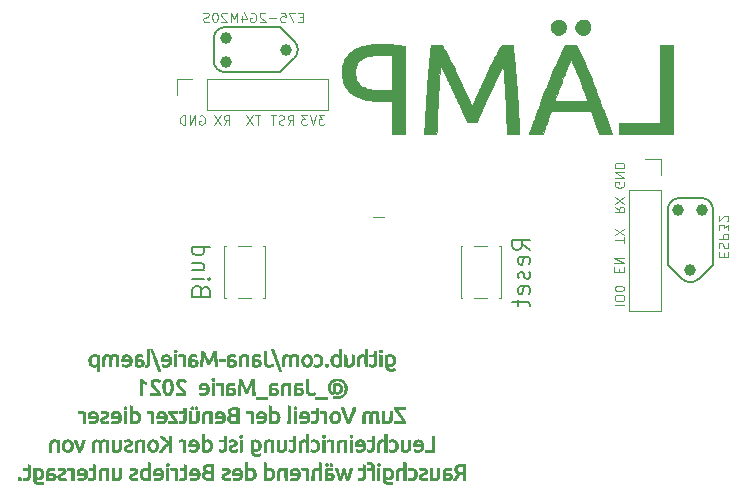
<source format=gbo>
G04 #@! TF.GenerationSoftware,KiCad,Pcbnew,6.0.4-6f826c9f35~116~ubuntu20.04.1*
G04 #@! TF.CreationDate,2022-03-28T16:20:16+02:00*
G04 #@! TF.ProjectId,hex_base,6865785f-6261-4736-952e-6b696361645f,rev?*
G04 #@! TF.SameCoordinates,Original*
G04 #@! TF.FileFunction,Legend,Bot*
G04 #@! TF.FilePolarity,Positive*
%FSLAX46Y46*%
G04 Gerber Fmt 4.6, Leading zero omitted, Abs format (unit mm)*
G04 Created by KiCad (PCBNEW 6.0.4-6f826c9f35~116~ubuntu20.04.1) date 2022-03-28 16:20:16*
%MOMM*%
%LPD*%
G01*
G04 APERTURE LIST*
%ADD10C,0.150000*%
%ADD11C,0.100000*%
%ADD12C,0.110000*%
%ADD13C,0.120000*%
%ADD14C,0.127000*%
%ADD15C,0.010000*%
%ADD16C,0.985520*%
%ADD17C,0.988060*%
G04 APERTURE END LIST*
D10*
X114178571Y-98142857D02*
X113464285Y-97642857D01*
X114178571Y-97285714D02*
X112678571Y-97285714D01*
X112678571Y-97857142D01*
X112750000Y-98000000D01*
X112821428Y-98071428D01*
X112964285Y-98142857D01*
X113178571Y-98142857D01*
X113321428Y-98071428D01*
X113392857Y-98000000D01*
X113464285Y-97857142D01*
X113464285Y-97285714D01*
X114107142Y-99357142D02*
X114178571Y-99214285D01*
X114178571Y-98928571D01*
X114107142Y-98785714D01*
X113964285Y-98714285D01*
X113392857Y-98714285D01*
X113250000Y-98785714D01*
X113178571Y-98928571D01*
X113178571Y-99214285D01*
X113250000Y-99357142D01*
X113392857Y-99428571D01*
X113535714Y-99428571D01*
X113678571Y-98714285D01*
X114107142Y-100000000D02*
X114178571Y-100142857D01*
X114178571Y-100428571D01*
X114107142Y-100571428D01*
X113964285Y-100642857D01*
X113892857Y-100642857D01*
X113750000Y-100571428D01*
X113678571Y-100428571D01*
X113678571Y-100214285D01*
X113607142Y-100071428D01*
X113464285Y-100000000D01*
X113392857Y-100000000D01*
X113250000Y-100071428D01*
X113178571Y-100214285D01*
X113178571Y-100428571D01*
X113250000Y-100571428D01*
X114107142Y-101857142D02*
X114178571Y-101714285D01*
X114178571Y-101428571D01*
X114107142Y-101285714D01*
X113964285Y-101214285D01*
X113392857Y-101214285D01*
X113250000Y-101285714D01*
X113178571Y-101428571D01*
X113178571Y-101714285D01*
X113250000Y-101857142D01*
X113392857Y-101928571D01*
X113535714Y-101928571D01*
X113678571Y-101214285D01*
X113178571Y-102357142D02*
X113178571Y-102928571D01*
X112678571Y-102571428D02*
X113964285Y-102571428D01*
X114107142Y-102642857D01*
X114178571Y-102785714D01*
X114178571Y-102928571D01*
D11*
X121338095Y-102825000D02*
X122138095Y-102825000D01*
X122138095Y-102291666D02*
X122138095Y-102139285D01*
X122100000Y-102063095D01*
X122023809Y-101986904D01*
X121871428Y-101948809D01*
X121604761Y-101948809D01*
X121452380Y-101986904D01*
X121376190Y-102063095D01*
X121338095Y-102139285D01*
X121338095Y-102291666D01*
X121376190Y-102367857D01*
X121452380Y-102444047D01*
X121604761Y-102482142D01*
X121871428Y-102482142D01*
X122023809Y-102444047D01*
X122100000Y-102367857D01*
X122138095Y-102291666D01*
X122138095Y-101453571D02*
X122138095Y-101377380D01*
X122100000Y-101301190D01*
X122061904Y-101263095D01*
X121985714Y-101225000D01*
X121833333Y-101186904D01*
X121642857Y-101186904D01*
X121490476Y-101225000D01*
X121414285Y-101263095D01*
X121376190Y-101301190D01*
X121338095Y-101377380D01*
X121338095Y-101453571D01*
X121376190Y-101529761D01*
X121414285Y-101567857D01*
X121490476Y-101605952D01*
X121642857Y-101644047D01*
X121833333Y-101644047D01*
X121985714Y-101605952D01*
X122061904Y-101567857D01*
X122100000Y-101529761D01*
X122138095Y-101453571D01*
D12*
X130557142Y-98714285D02*
X130557142Y-98447619D01*
X130138095Y-98333333D02*
X130138095Y-98714285D01*
X130938095Y-98714285D01*
X130938095Y-98333333D01*
X130176190Y-98028571D02*
X130138095Y-97914285D01*
X130138095Y-97723809D01*
X130176190Y-97647619D01*
X130214285Y-97609523D01*
X130290476Y-97571428D01*
X130366666Y-97571428D01*
X130442857Y-97609523D01*
X130480952Y-97647619D01*
X130519047Y-97723809D01*
X130557142Y-97876190D01*
X130595238Y-97952380D01*
X130633333Y-97990476D01*
X130709523Y-98028571D01*
X130785714Y-98028571D01*
X130861904Y-97990476D01*
X130900000Y-97952380D01*
X130938095Y-97876190D01*
X130938095Y-97685714D01*
X130900000Y-97571428D01*
X130138095Y-97228571D02*
X130938095Y-97228571D01*
X130938095Y-96923809D01*
X130900000Y-96847619D01*
X130861904Y-96809523D01*
X130785714Y-96771428D01*
X130671428Y-96771428D01*
X130595238Y-96809523D01*
X130557142Y-96847619D01*
X130519047Y-96923809D01*
X130519047Y-97228571D01*
X130938095Y-96504761D02*
X130938095Y-96009523D01*
X130633333Y-96276190D01*
X130633333Y-96161904D01*
X130595238Y-96085714D01*
X130557142Y-96047619D01*
X130480952Y-96009523D01*
X130290476Y-96009523D01*
X130214285Y-96047619D01*
X130176190Y-96085714D01*
X130138095Y-96161904D01*
X130138095Y-96390476D01*
X130176190Y-96466666D01*
X130214285Y-96504761D01*
X130861904Y-95704761D02*
X130900000Y-95666666D01*
X130938095Y-95590476D01*
X130938095Y-95400000D01*
X130900000Y-95323809D01*
X130861904Y-95285714D01*
X130785714Y-95247619D01*
X130709523Y-95247619D01*
X130595238Y-95285714D01*
X130138095Y-95742857D01*
X130138095Y-95247619D01*
D11*
X121338095Y-94508333D02*
X121719047Y-94775000D01*
X121338095Y-94965476D02*
X122138095Y-94965476D01*
X122138095Y-94660714D01*
X122100000Y-94584523D01*
X122061904Y-94546428D01*
X121985714Y-94508333D01*
X121871428Y-94508333D01*
X121795238Y-94546428D01*
X121757142Y-94584523D01*
X121719047Y-94660714D01*
X121719047Y-94965476D01*
X122138095Y-94241666D02*
X121338095Y-93708333D01*
X122138095Y-93708333D02*
X121338095Y-94241666D01*
X86209523Y-86800000D02*
X86285714Y-86761904D01*
X86400000Y-86761904D01*
X86514285Y-86800000D01*
X86590476Y-86876190D01*
X86628571Y-86952380D01*
X86666666Y-87104761D01*
X86666666Y-87219047D01*
X86628571Y-87371428D01*
X86590476Y-87447619D01*
X86514285Y-87523809D01*
X86400000Y-87561904D01*
X86323809Y-87561904D01*
X86209523Y-87523809D01*
X86171428Y-87485714D01*
X86171428Y-87219047D01*
X86323809Y-87219047D01*
X85828571Y-87561904D02*
X85828571Y-86761904D01*
X85371428Y-87561904D01*
X85371428Y-86761904D01*
X84990476Y-87561904D02*
X84990476Y-86761904D01*
X84800000Y-86761904D01*
X84685714Y-86800000D01*
X84609523Y-86876190D01*
X84571428Y-86952380D01*
X84533333Y-87104761D01*
X84533333Y-87219047D01*
X84571428Y-87371428D01*
X84609523Y-87447619D01*
X84685714Y-87523809D01*
X84800000Y-87561904D01*
X84990476Y-87561904D01*
X91334523Y-86761904D02*
X90877380Y-86761904D01*
X91105952Y-87561904D02*
X91105952Y-86761904D01*
X90686904Y-86761904D02*
X90153571Y-87561904D01*
X90153571Y-86761904D02*
X90686904Y-87561904D01*
D10*
X86357142Y-101607142D02*
X86285714Y-101392857D01*
X86214285Y-101321428D01*
X86071428Y-101250000D01*
X85857142Y-101250000D01*
X85714285Y-101321428D01*
X85642857Y-101392857D01*
X85571428Y-101535714D01*
X85571428Y-102107142D01*
X87071428Y-102107142D01*
X87071428Y-101607142D01*
X87000000Y-101464285D01*
X86928571Y-101392857D01*
X86785714Y-101321428D01*
X86642857Y-101321428D01*
X86500000Y-101392857D01*
X86428571Y-101464285D01*
X86357142Y-101607142D01*
X86357142Y-102107142D01*
X85571428Y-100607142D02*
X86571428Y-100607142D01*
X87071428Y-100607142D02*
X87000000Y-100678571D01*
X86928571Y-100607142D01*
X87000000Y-100535714D01*
X87071428Y-100607142D01*
X86928571Y-100607142D01*
X86571428Y-99892857D02*
X85571428Y-99892857D01*
X86428571Y-99892857D02*
X86500000Y-99821428D01*
X86571428Y-99678571D01*
X86571428Y-99464285D01*
X86500000Y-99321428D01*
X86357142Y-99250000D01*
X85571428Y-99250000D01*
X85571428Y-97892857D02*
X87071428Y-97892857D01*
X85642857Y-97892857D02*
X85571428Y-98035714D01*
X85571428Y-98321428D01*
X85642857Y-98464285D01*
X85714285Y-98535714D01*
X85857142Y-98607142D01*
X86285714Y-98607142D01*
X86428571Y-98535714D01*
X86500000Y-98464285D01*
X86571428Y-98321428D01*
X86571428Y-98035714D01*
X86500000Y-97892857D01*
D12*
X94940476Y-78442857D02*
X94673809Y-78442857D01*
X94559523Y-78861904D02*
X94940476Y-78861904D01*
X94940476Y-78061904D01*
X94559523Y-78061904D01*
X94292857Y-78061904D02*
X93759523Y-78061904D01*
X94102380Y-78861904D01*
X93073809Y-78061904D02*
X93454761Y-78061904D01*
X93492857Y-78442857D01*
X93454761Y-78404761D01*
X93378571Y-78366666D01*
X93188095Y-78366666D01*
X93111904Y-78404761D01*
X93073809Y-78442857D01*
X93035714Y-78519047D01*
X93035714Y-78709523D01*
X93073809Y-78785714D01*
X93111904Y-78823809D01*
X93188095Y-78861904D01*
X93378571Y-78861904D01*
X93454761Y-78823809D01*
X93492857Y-78785714D01*
X92692857Y-78557142D02*
X92083333Y-78557142D01*
X91740476Y-78138095D02*
X91702380Y-78100000D01*
X91626190Y-78061904D01*
X91435714Y-78061904D01*
X91359523Y-78100000D01*
X91321428Y-78138095D01*
X91283333Y-78214285D01*
X91283333Y-78290476D01*
X91321428Y-78404761D01*
X91778571Y-78861904D01*
X91283333Y-78861904D01*
X90521428Y-78100000D02*
X90597619Y-78061904D01*
X90711904Y-78061904D01*
X90826190Y-78100000D01*
X90902380Y-78176190D01*
X90940476Y-78252380D01*
X90978571Y-78404761D01*
X90978571Y-78519047D01*
X90940476Y-78671428D01*
X90902380Y-78747619D01*
X90826190Y-78823809D01*
X90711904Y-78861904D01*
X90635714Y-78861904D01*
X90521428Y-78823809D01*
X90483333Y-78785714D01*
X90483333Y-78519047D01*
X90635714Y-78519047D01*
X89797619Y-78328571D02*
X89797619Y-78861904D01*
X89988095Y-78023809D02*
X90178571Y-78595238D01*
X89683333Y-78595238D01*
X89378571Y-78861904D02*
X89378571Y-78061904D01*
X89111904Y-78633333D01*
X88845238Y-78061904D01*
X88845238Y-78861904D01*
X88502380Y-78138095D02*
X88464285Y-78100000D01*
X88388095Y-78061904D01*
X88197619Y-78061904D01*
X88121428Y-78100000D01*
X88083333Y-78138095D01*
X88045238Y-78214285D01*
X88045238Y-78290476D01*
X88083333Y-78404761D01*
X88540476Y-78861904D01*
X88045238Y-78861904D01*
X87549999Y-78061904D02*
X87473809Y-78061904D01*
X87397619Y-78100000D01*
X87359523Y-78138095D01*
X87321428Y-78214285D01*
X87283333Y-78366666D01*
X87283333Y-78557142D01*
X87321428Y-78709523D01*
X87359523Y-78785714D01*
X87397619Y-78823809D01*
X87473809Y-78861904D01*
X87549999Y-78861904D01*
X87626190Y-78823809D01*
X87664285Y-78785714D01*
X87702380Y-78709523D01*
X87740476Y-78557142D01*
X87740476Y-78366666D01*
X87702380Y-78214285D01*
X87664285Y-78138095D01*
X87626190Y-78100000D01*
X87549999Y-78061904D01*
X86978571Y-78823809D02*
X86864285Y-78861904D01*
X86673809Y-78861904D01*
X86597619Y-78823809D01*
X86559523Y-78785714D01*
X86521428Y-78709523D01*
X86521428Y-78633333D01*
X86559523Y-78557142D01*
X86597619Y-78519047D01*
X86673809Y-78480952D01*
X86826190Y-78442857D01*
X86902380Y-78404761D01*
X86940476Y-78366666D01*
X86978571Y-78290476D01*
X86978571Y-78214285D01*
X86940476Y-78138095D01*
X86902380Y-78100000D01*
X86826190Y-78061904D01*
X86635714Y-78061904D01*
X86521428Y-78100000D01*
D11*
X122100000Y-92434523D02*
X122138095Y-92510714D01*
X122138095Y-92625000D01*
X122100000Y-92739285D01*
X122023809Y-92815476D01*
X121947619Y-92853571D01*
X121795238Y-92891666D01*
X121680952Y-92891666D01*
X121528571Y-92853571D01*
X121452380Y-92815476D01*
X121376190Y-92739285D01*
X121338095Y-92625000D01*
X121338095Y-92548809D01*
X121376190Y-92434523D01*
X121414285Y-92396428D01*
X121680952Y-92396428D01*
X121680952Y-92548809D01*
X121338095Y-92053571D02*
X122138095Y-92053571D01*
X121338095Y-91596428D01*
X122138095Y-91596428D01*
X121338095Y-91215476D02*
X122138095Y-91215476D01*
X122138095Y-91025000D01*
X122100000Y-90910714D01*
X122023809Y-90834523D01*
X121947619Y-90796428D01*
X121795238Y-90758333D01*
X121680952Y-90758333D01*
X121528571Y-90796428D01*
X121452380Y-90834523D01*
X121376190Y-90910714D01*
X121338095Y-91025000D01*
X121338095Y-91215476D01*
X96765476Y-86761904D02*
X96270238Y-86761904D01*
X96536904Y-87066666D01*
X96422619Y-87066666D01*
X96346428Y-87104761D01*
X96308333Y-87142857D01*
X96270238Y-87219047D01*
X96270238Y-87409523D01*
X96308333Y-87485714D01*
X96346428Y-87523809D01*
X96422619Y-87561904D01*
X96651190Y-87561904D01*
X96727380Y-87523809D01*
X96765476Y-87485714D01*
X96041666Y-86761904D02*
X95775000Y-87561904D01*
X95508333Y-86761904D01*
X95317857Y-86761904D02*
X94822619Y-86761904D01*
X95089285Y-87066666D01*
X94975000Y-87066666D01*
X94898809Y-87104761D01*
X94860714Y-87142857D01*
X94822619Y-87219047D01*
X94822619Y-87409523D01*
X94860714Y-87485714D01*
X94898809Y-87523809D01*
X94975000Y-87561904D01*
X95203571Y-87561904D01*
X95279761Y-87523809D01*
X95317857Y-87485714D01*
X88258333Y-87561904D02*
X88525000Y-87180952D01*
X88715476Y-87561904D02*
X88715476Y-86761904D01*
X88410714Y-86761904D01*
X88334523Y-86800000D01*
X88296428Y-86838095D01*
X88258333Y-86914285D01*
X88258333Y-87028571D01*
X88296428Y-87104761D01*
X88334523Y-87142857D01*
X88410714Y-87180952D01*
X88715476Y-87180952D01*
X87991666Y-86761904D02*
X87458333Y-87561904D01*
X87458333Y-86761904D02*
X87991666Y-87561904D01*
X121707142Y-100015476D02*
X121707142Y-99748809D01*
X121288095Y-99634523D02*
X121288095Y-100015476D01*
X122088095Y-100015476D01*
X122088095Y-99634523D01*
X121288095Y-99291666D02*
X122088095Y-99291666D01*
X121288095Y-98834523D01*
X122088095Y-98834523D01*
X93663095Y-87561904D02*
X93929761Y-87180952D01*
X94120238Y-87561904D02*
X94120238Y-86761904D01*
X93815476Y-86761904D01*
X93739285Y-86800000D01*
X93701190Y-86838095D01*
X93663095Y-86914285D01*
X93663095Y-87028571D01*
X93701190Y-87104761D01*
X93739285Y-87142857D01*
X93815476Y-87180952D01*
X94120238Y-87180952D01*
X93358333Y-87523809D02*
X93244047Y-87561904D01*
X93053571Y-87561904D01*
X92977380Y-87523809D01*
X92939285Y-87485714D01*
X92901190Y-87409523D01*
X92901190Y-87333333D01*
X92939285Y-87257142D01*
X92977380Y-87219047D01*
X93053571Y-87180952D01*
X93205952Y-87142857D01*
X93282142Y-87104761D01*
X93320238Y-87066666D01*
X93358333Y-86990476D01*
X93358333Y-86914285D01*
X93320238Y-86838095D01*
X93282142Y-86800000D01*
X93205952Y-86761904D01*
X93015476Y-86761904D01*
X92901190Y-86800000D01*
X92672619Y-86761904D02*
X92215476Y-86761904D01*
X92444047Y-87561904D02*
X92444047Y-86761904D01*
X122138095Y-97534523D02*
X122138095Y-97077380D01*
X121338095Y-97305952D02*
X122138095Y-97305952D01*
X122138095Y-96886904D02*
X121338095Y-96353571D01*
X122138095Y-96353571D02*
X121338095Y-96886904D01*
D13*
X122570000Y-93070000D02*
X122570000Y-103290000D01*
X125230000Y-90470000D02*
X123900000Y-90470000D01*
X125230000Y-91800000D02*
X125230000Y-90470000D01*
X125230000Y-103290000D02*
X122570000Y-103290000D01*
X125230000Y-93070000D02*
X125230000Y-103290000D01*
X125230000Y-93070000D02*
X122570000Y-93070000D01*
X85575000Y-83670000D02*
X84245000Y-83670000D01*
X97065000Y-83670000D02*
X97065000Y-86330000D01*
X84245000Y-83670000D02*
X84245000Y-85000000D01*
X86845000Y-86330000D02*
X97065000Y-86330000D01*
X86845000Y-83670000D02*
X97065000Y-83670000D01*
X86845000Y-83670000D02*
X86845000Y-86330000D01*
D14*
X128702500Y-93769000D02*
X126797500Y-93769000D01*
X125845000Y-94721500D02*
X125845000Y-99407800D01*
X128473900Y-100588900D02*
X129655000Y-99407800D01*
X127026100Y-100588900D02*
X125845000Y-99407800D01*
X129655000Y-94721500D02*
X129655000Y-99407800D01*
X126797500Y-93769000D02*
G75*
G03*
X125845000Y-94721500I0J-952500D01*
G01*
X127026100Y-100588900D02*
G75*
G03*
X128473900Y-100588900I723900J723901D01*
G01*
X129655000Y-94721500D02*
G75*
G03*
X128702500Y-93769000I-952500J0D01*
G01*
X88346500Y-79295000D02*
X93032800Y-79295000D01*
X94213900Y-80476100D02*
X93032800Y-79295000D01*
X88346500Y-83105000D02*
X93032800Y-83105000D01*
X87394000Y-80247500D02*
X87394000Y-82152500D01*
X94213900Y-81923900D02*
X93032800Y-83105000D01*
X87394000Y-82152500D02*
G75*
G03*
X88346500Y-83105000I952500J0D01*
G01*
X88346500Y-79295000D02*
G75*
G03*
X87394000Y-80247500I0J-952500D01*
G01*
X94213900Y-81923900D02*
G75*
G03*
X94213900Y-80476100I-723901J723900D01*
G01*
D13*
X101850000Y-95400000D02*
X100850000Y-95400000D01*
X110570000Y-102200000D02*
X109430000Y-102200000D01*
X111580000Y-97800000D02*
X111700000Y-97800000D01*
X111700000Y-102200000D02*
X111580000Y-102200000D01*
X108300000Y-102200000D02*
X108300000Y-97800000D01*
X108300000Y-97800000D02*
X108420000Y-97800000D01*
X111700000Y-97800000D02*
X111700000Y-102200000D01*
X108420000Y-102200000D02*
X108300000Y-102200000D01*
X109430000Y-97800000D02*
X110570000Y-97800000D01*
X88300000Y-97800000D02*
X88420000Y-97800000D01*
X90570000Y-102200000D02*
X89430000Y-102200000D01*
X91580000Y-97800000D02*
X91700000Y-97800000D01*
X88300000Y-102200000D02*
X88300000Y-97800000D01*
X88420000Y-102200000D02*
X88300000Y-102200000D01*
X91700000Y-102200000D02*
X91580000Y-102200000D01*
X91700000Y-97800000D02*
X91700000Y-102200000D01*
X89430000Y-97800000D02*
X90570000Y-97800000D01*
G36*
X126240736Y-88349783D02*
G01*
X121695652Y-88349783D01*
X121695652Y-87435688D01*
X125182756Y-87435688D01*
X125182756Y-80791569D01*
X126240736Y-80791569D01*
X126240736Y-88349783D01*
G37*
D15*
X126240736Y-88349783D02*
X121695652Y-88349783D01*
X121695652Y-87435688D01*
X125182756Y-87435688D01*
X125182756Y-80791569D01*
X126240736Y-80791569D01*
X126240736Y-88349783D01*
G36*
X102499650Y-88349783D02*
G01*
X102499650Y-85549724D01*
X101828890Y-85545898D01*
X101788921Y-85545666D01*
X101660663Y-85544844D01*
X101547297Y-85543950D01*
X101447241Y-85542922D01*
X101358915Y-85541700D01*
X101280738Y-85540224D01*
X101211129Y-85538434D01*
X101148508Y-85536269D01*
X101091293Y-85533668D01*
X101037905Y-85530571D01*
X100986761Y-85526918D01*
X100936283Y-85522649D01*
X100884887Y-85517702D01*
X100830995Y-85512018D01*
X100773026Y-85505535D01*
X100740473Y-85501746D01*
X100490584Y-85467067D01*
X100255226Y-85424078D01*
X100034132Y-85372641D01*
X99827032Y-85312618D01*
X99633659Y-85243872D01*
X99453743Y-85166264D01*
X99287017Y-85079657D01*
X99133213Y-84983913D01*
X98992061Y-84878894D01*
X98863294Y-84764462D01*
X98746642Y-84640480D01*
X98641838Y-84506809D01*
X98548614Y-84363312D01*
X98480741Y-84237054D01*
X98410314Y-84075175D01*
X98351846Y-83902156D01*
X98305559Y-83718671D01*
X98271676Y-83525391D01*
X98269912Y-83511740D01*
X98264592Y-83456819D01*
X98260115Y-83389640D01*
X98256556Y-83313777D01*
X98253985Y-83232802D01*
X98252476Y-83150288D01*
X98252101Y-83069809D01*
X98252379Y-83044772D01*
X99370069Y-83044772D01*
X99370298Y-83182125D01*
X99371597Y-83222645D01*
X99381698Y-83367343D01*
X99400345Y-83499364D01*
X99428016Y-83620506D01*
X99465184Y-83732564D01*
X99512325Y-83837335D01*
X99569914Y-83936616D01*
X99589545Y-83965998D01*
X99670645Y-84071048D01*
X99762457Y-84165791D01*
X99865748Y-84250743D01*
X99981288Y-84326424D01*
X100109844Y-84393353D01*
X100252186Y-84452047D01*
X100409080Y-84503026D01*
X100486486Y-84524111D01*
X100578588Y-84545994D01*
X100674205Y-84565085D01*
X100776019Y-84581819D01*
X100886708Y-84596629D01*
X101008953Y-84609949D01*
X101145435Y-84622213D01*
X101151912Y-84622735D01*
X101195746Y-84625764D01*
X101246674Y-84628454D01*
X101305926Y-84630831D01*
X101374730Y-84632926D01*
X101454317Y-84634768D01*
X101545915Y-84636386D01*
X101650753Y-84637808D01*
X101770060Y-84639064D01*
X101905065Y-84640183D01*
X102499650Y-84644582D01*
X102499650Y-81682601D01*
X102429823Y-81677166D01*
X102357435Y-81672220D01*
X102266117Y-81667382D01*
X102165104Y-81663224D01*
X102056614Y-81659761D01*
X101942863Y-81657010D01*
X101826068Y-81654986D01*
X101708445Y-81653708D01*
X101592210Y-81653190D01*
X101479582Y-81653449D01*
X101372775Y-81654502D01*
X101274007Y-81656365D01*
X101185494Y-81659054D01*
X101109453Y-81662585D01*
X101048101Y-81666975D01*
X100897088Y-81682400D01*
X100758597Y-81700480D01*
X100632824Y-81721504D01*
X100517708Y-81745965D01*
X100411185Y-81774356D01*
X100311195Y-81807168D01*
X100215675Y-81844894D01*
X100122562Y-81888027D01*
X100024293Y-81939898D01*
X99906366Y-82012453D01*
X99802560Y-82089926D01*
X99711369Y-82173740D01*
X99631288Y-82265315D01*
X99560810Y-82366075D01*
X99498431Y-82477440D01*
X99483066Y-82509144D01*
X99443817Y-82603988D01*
X99413322Y-82702612D01*
X99391152Y-82807377D01*
X99376878Y-82920643D01*
X99370069Y-83044772D01*
X98252379Y-83044772D01*
X98252932Y-82994938D01*
X98255043Y-82929248D01*
X98258506Y-82876311D01*
X98264895Y-82813794D01*
X98294310Y-82616268D01*
X98336825Y-82429380D01*
X98392524Y-82252965D01*
X98461493Y-82086856D01*
X98543814Y-81930889D01*
X98639573Y-81784900D01*
X98748853Y-81648721D01*
X98871738Y-81522188D01*
X99008314Y-81405137D01*
X99068006Y-81359737D01*
X99221577Y-81254568D01*
X99384117Y-81159376D01*
X99556281Y-81073949D01*
X99738729Y-80998072D01*
X99932117Y-80931532D01*
X100137104Y-80874117D01*
X100354347Y-80825612D01*
X100584503Y-80785806D01*
X100828231Y-80754484D01*
X101086188Y-80731433D01*
X101104021Y-80730280D01*
X101161242Y-80727618D01*
X101231804Y-80725458D01*
X101313120Y-80723801D01*
X101402602Y-80722646D01*
X101497660Y-80721993D01*
X101595709Y-80721842D01*
X101694158Y-80722193D01*
X101790422Y-80723047D01*
X101881910Y-80724401D01*
X101966036Y-80726258D01*
X102040212Y-80728616D01*
X102101849Y-80731475D01*
X102197002Y-80737022D01*
X102365872Y-80747560D01*
X102520021Y-80758216D01*
X102660896Y-80769151D01*
X102789943Y-80780528D01*
X102908608Y-80792507D01*
X103018337Y-80805251D01*
X103120577Y-80818921D01*
X103216775Y-80833681D01*
X103308375Y-80849690D01*
X103396826Y-80867112D01*
X103483572Y-80886108D01*
X103557631Y-80903116D01*
X103557631Y-88349783D01*
X102499650Y-88349783D01*
G37*
X102499650Y-88349783D02*
X102499650Y-85549724D01*
X101828890Y-85545898D01*
X101788921Y-85545666D01*
X101660663Y-85544844D01*
X101547297Y-85543950D01*
X101447241Y-85542922D01*
X101358915Y-85541700D01*
X101280738Y-85540224D01*
X101211129Y-85538434D01*
X101148508Y-85536269D01*
X101091293Y-85533668D01*
X101037905Y-85530571D01*
X100986761Y-85526918D01*
X100936283Y-85522649D01*
X100884887Y-85517702D01*
X100830995Y-85512018D01*
X100773026Y-85505535D01*
X100740473Y-85501746D01*
X100490584Y-85467067D01*
X100255226Y-85424078D01*
X100034132Y-85372641D01*
X99827032Y-85312618D01*
X99633659Y-85243872D01*
X99453743Y-85166264D01*
X99287017Y-85079657D01*
X99133213Y-84983913D01*
X98992061Y-84878894D01*
X98863294Y-84764462D01*
X98746642Y-84640480D01*
X98641838Y-84506809D01*
X98548614Y-84363312D01*
X98480741Y-84237054D01*
X98410314Y-84075175D01*
X98351846Y-83902156D01*
X98305559Y-83718671D01*
X98271676Y-83525391D01*
X98269912Y-83511740D01*
X98264592Y-83456819D01*
X98260115Y-83389640D01*
X98256556Y-83313777D01*
X98253985Y-83232802D01*
X98252476Y-83150288D01*
X98252101Y-83069809D01*
X98252379Y-83044772D01*
X99370069Y-83044772D01*
X99370298Y-83182125D01*
X99371597Y-83222645D01*
X99381698Y-83367343D01*
X99400345Y-83499364D01*
X99428016Y-83620506D01*
X99465184Y-83732564D01*
X99512325Y-83837335D01*
X99569914Y-83936616D01*
X99589545Y-83965998D01*
X99670645Y-84071048D01*
X99762457Y-84165791D01*
X99865748Y-84250743D01*
X99981288Y-84326424D01*
X100109844Y-84393353D01*
X100252186Y-84452047D01*
X100409080Y-84503026D01*
X100486486Y-84524111D01*
X100578588Y-84545994D01*
X100674205Y-84565085D01*
X100776019Y-84581819D01*
X100886708Y-84596629D01*
X101008953Y-84609949D01*
X101145435Y-84622213D01*
X101151912Y-84622735D01*
X101195746Y-84625764D01*
X101246674Y-84628454D01*
X101305926Y-84630831D01*
X101374730Y-84632926D01*
X101454317Y-84634768D01*
X101545915Y-84636386D01*
X101650753Y-84637808D01*
X101770060Y-84639064D01*
X101905065Y-84640183D01*
X102499650Y-84644582D01*
X102499650Y-81682601D01*
X102429823Y-81677166D01*
X102357435Y-81672220D01*
X102266117Y-81667382D01*
X102165104Y-81663224D01*
X102056614Y-81659761D01*
X101942863Y-81657010D01*
X101826068Y-81654986D01*
X101708445Y-81653708D01*
X101592210Y-81653190D01*
X101479582Y-81653449D01*
X101372775Y-81654502D01*
X101274007Y-81656365D01*
X101185494Y-81659054D01*
X101109453Y-81662585D01*
X101048101Y-81666975D01*
X100897088Y-81682400D01*
X100758597Y-81700480D01*
X100632824Y-81721504D01*
X100517708Y-81745965D01*
X100411185Y-81774356D01*
X100311195Y-81807168D01*
X100215675Y-81844894D01*
X100122562Y-81888027D01*
X100024293Y-81939898D01*
X99906366Y-82012453D01*
X99802560Y-82089926D01*
X99711369Y-82173740D01*
X99631288Y-82265315D01*
X99560810Y-82366075D01*
X99498431Y-82477440D01*
X99483066Y-82509144D01*
X99443817Y-82603988D01*
X99413322Y-82702612D01*
X99391152Y-82807377D01*
X99376878Y-82920643D01*
X99370069Y-83044772D01*
X98252379Y-83044772D01*
X98252932Y-82994938D01*
X98255043Y-82929248D01*
X98258506Y-82876311D01*
X98264895Y-82813794D01*
X98294310Y-82616268D01*
X98336825Y-82429380D01*
X98392524Y-82252965D01*
X98461493Y-82086856D01*
X98543814Y-81930889D01*
X98639573Y-81784900D01*
X98748853Y-81648721D01*
X98871738Y-81522188D01*
X99008314Y-81405137D01*
X99068006Y-81359737D01*
X99221577Y-81254568D01*
X99384117Y-81159376D01*
X99556281Y-81073949D01*
X99738729Y-80998072D01*
X99932117Y-80931532D01*
X100137104Y-80874117D01*
X100354347Y-80825612D01*
X100584503Y-80785806D01*
X100828231Y-80754484D01*
X101086188Y-80731433D01*
X101104021Y-80730280D01*
X101161242Y-80727618D01*
X101231804Y-80725458D01*
X101313120Y-80723801D01*
X101402602Y-80722646D01*
X101497660Y-80721993D01*
X101595709Y-80721842D01*
X101694158Y-80722193D01*
X101790422Y-80723047D01*
X101881910Y-80724401D01*
X101966036Y-80726258D01*
X102040212Y-80728616D01*
X102101849Y-80731475D01*
X102197002Y-80737022D01*
X102365872Y-80747560D01*
X102520021Y-80758216D01*
X102660896Y-80769151D01*
X102789943Y-80780528D01*
X102908608Y-80792507D01*
X103018337Y-80805251D01*
X103120577Y-80818921D01*
X103216775Y-80833681D01*
X103308375Y-80849690D01*
X103396826Y-80867112D01*
X103483572Y-80886108D01*
X103557631Y-80903116D01*
X103557631Y-88349783D01*
X102499650Y-88349783D01*
G36*
X112325845Y-80791657D02*
G01*
X112423466Y-80792028D01*
X112507675Y-80792679D01*
X112577887Y-80793600D01*
X112633516Y-80794781D01*
X112673976Y-80796211D01*
X112698682Y-80797880D01*
X112707048Y-80799778D01*
X112707641Y-80806523D01*
X112709997Y-80828330D01*
X112713893Y-80862724D01*
X112719057Y-80907335D01*
X112725215Y-80959791D01*
X112732095Y-81017722D01*
X112739751Y-81082929D01*
X112749754Y-81170430D01*
X112760904Y-81269934D01*
X112772925Y-81378870D01*
X112785542Y-81494663D01*
X112798480Y-81614744D01*
X112811463Y-81736539D01*
X112824215Y-81857476D01*
X112836462Y-81974984D01*
X112847927Y-82086489D01*
X112858335Y-82189421D01*
X112867411Y-82281206D01*
X112872833Y-82338141D01*
X112880451Y-82421226D01*
X112889090Y-82518173D01*
X112898615Y-82627330D01*
X112908893Y-82747042D01*
X112919789Y-82875656D01*
X112931169Y-83011519D01*
X112942900Y-83152976D01*
X112954847Y-83298374D01*
X112966876Y-83446059D01*
X112978853Y-83594379D01*
X112990645Y-83741679D01*
X113002118Y-83886305D01*
X113013136Y-84026605D01*
X113023567Y-84160924D01*
X113033276Y-84287609D01*
X113042129Y-84405007D01*
X113049993Y-84511463D01*
X113056733Y-84605325D01*
X113062215Y-84684938D01*
X113064205Y-84714813D01*
X113073679Y-84859750D01*
X113083584Y-85015398D01*
X113093845Y-85180375D01*
X113104385Y-85353303D01*
X113115130Y-85532801D01*
X113126003Y-85717489D01*
X113136930Y-85905986D01*
X113147834Y-86096912D01*
X113158640Y-86288887D01*
X113169272Y-86480532D01*
X113179655Y-86670465D01*
X113189713Y-86857307D01*
X113199371Y-87039677D01*
X113208554Y-87216196D01*
X113217184Y-87385483D01*
X113225188Y-87546157D01*
X113232489Y-87696840D01*
X113239012Y-87836149D01*
X113244681Y-87962707D01*
X113249420Y-88075131D01*
X113253155Y-88172043D01*
X113254382Y-88203731D01*
X113256440Y-88249252D01*
X113258537Y-88287805D01*
X113260484Y-88316073D01*
X113262094Y-88330740D01*
X113265984Y-88349783D01*
X112224931Y-88349783D01*
X112221164Y-88330740D01*
X112220421Y-88323800D01*
X112218950Y-88300759D01*
X112217117Y-88264378D01*
X112215014Y-88216792D01*
X112212736Y-88160136D01*
X112210374Y-88096546D01*
X112208021Y-88028157D01*
X112203360Y-87891618D01*
X112196722Y-87708496D01*
X112189279Y-87513740D01*
X112181114Y-87309135D01*
X112172311Y-87096466D01*
X112162953Y-86877517D01*
X112153126Y-86654072D01*
X112142913Y-86427916D01*
X112132396Y-86200834D01*
X112121662Y-85974611D01*
X112110792Y-85751030D01*
X112099872Y-85531876D01*
X112088985Y-85318934D01*
X112078215Y-85113989D01*
X112067645Y-84918825D01*
X112057360Y-84735226D01*
X112047444Y-84564977D01*
X112037979Y-84409863D01*
X112031998Y-84316034D01*
X112024436Y-84201163D01*
X112016371Y-84082202D01*
X112007896Y-83960317D01*
X111999103Y-83836672D01*
X111990084Y-83712434D01*
X111980931Y-83588768D01*
X111971738Y-83466840D01*
X111962595Y-83347814D01*
X111953596Y-83232856D01*
X111944833Y-83123132D01*
X111936397Y-83019807D01*
X111928381Y-82924046D01*
X111920878Y-82837015D01*
X111913980Y-82759880D01*
X111907779Y-82693806D01*
X111902367Y-82639958D01*
X111897836Y-82599501D01*
X111894279Y-82573602D01*
X111891788Y-82563426D01*
X111891567Y-82563343D01*
X111885505Y-82570676D01*
X111872647Y-82591577D01*
X111853724Y-82624646D01*
X111829467Y-82668484D01*
X111800608Y-82721694D01*
X111767879Y-82782875D01*
X111732011Y-82850629D01*
X111693736Y-82923558D01*
X111653786Y-83000261D01*
X111612892Y-83079341D01*
X111571785Y-83159399D01*
X111531198Y-83239036D01*
X111491862Y-83316852D01*
X111454509Y-83391449D01*
X111419870Y-83461429D01*
X111388676Y-83525391D01*
X111362707Y-83579389D01*
X111327496Y-83653119D01*
X111287332Y-83737645D01*
X111243357Y-83830536D01*
X111196716Y-83929358D01*
X111148550Y-84031682D01*
X111100003Y-84135074D01*
X111052218Y-84237104D01*
X111006338Y-84335340D01*
X110963505Y-84427350D01*
X110924864Y-84510703D01*
X110891556Y-84582966D01*
X110876844Y-84614913D01*
X110842205Y-84689577D01*
X110803938Y-84771467D01*
X110764573Y-84855191D01*
X110726642Y-84935354D01*
X110692679Y-85006564D01*
X110677217Y-85038836D01*
X110638218Y-85120515D01*
X110601547Y-85197812D01*
X110566450Y-85272388D01*
X110532177Y-85345905D01*
X110497975Y-85420021D01*
X110463090Y-85496398D01*
X110426772Y-85576696D01*
X110388267Y-85662576D01*
X110346822Y-85755699D01*
X110301687Y-85857724D01*
X110252108Y-85970313D01*
X110197333Y-86095125D01*
X110136609Y-86233822D01*
X110117458Y-86277563D01*
X110078740Y-86365785D01*
X110038798Y-86456554D01*
X109998960Y-86546859D01*
X109960559Y-86633689D01*
X109924924Y-86714033D01*
X109893387Y-86784880D01*
X109867279Y-86843219D01*
X109866589Y-86844755D01*
X109837194Y-86910349D01*
X109807372Y-86977182D01*
X109778602Y-87041921D01*
X109752363Y-87101232D01*
X109730132Y-87151781D01*
X109713388Y-87190236D01*
X109664073Y-87304498D01*
X108810900Y-87304498D01*
X108648980Y-86927857D01*
X108626011Y-86874538D01*
X108589472Y-86790103D01*
X108552722Y-86705613D01*
X108516904Y-86623672D01*
X108483161Y-86546883D01*
X108452635Y-86477852D01*
X108426467Y-86419181D01*
X108405801Y-86373475D01*
X108399257Y-86359140D01*
X108373120Y-86301590D01*
X108342312Y-86233402D01*
X108308517Y-86158318D01*
X108273418Y-86080081D01*
X108238696Y-86002435D01*
X108206036Y-85929124D01*
X108151033Y-85805515D01*
X108083567Y-85654357D01*
X108020983Y-85514765D01*
X107962243Y-85384476D01*
X107906307Y-85261228D01*
X107852136Y-85142759D01*
X107798689Y-85026807D01*
X107744929Y-84911110D01*
X107689814Y-84793406D01*
X107632306Y-84671433D01*
X107571366Y-84542929D01*
X107505953Y-84405631D01*
X107484212Y-84360066D01*
X107440059Y-84267424D01*
X107393696Y-84170026D01*
X107346707Y-84071211D01*
X107300680Y-83974316D01*
X107257201Y-83882677D01*
X107217854Y-83799634D01*
X107184226Y-83728524D01*
X107161246Y-83679886D01*
X107109400Y-83570367D01*
X107063585Y-83473971D01*
X107023022Y-83389112D01*
X106986931Y-83314205D01*
X106954531Y-83247665D01*
X106925042Y-83187905D01*
X106897685Y-83133339D01*
X106871678Y-83082384D01*
X106846242Y-83033452D01*
X106820597Y-82984957D01*
X106793962Y-82935316D01*
X106787538Y-82923421D01*
X106743158Y-82841626D01*
X106702955Y-82768207D01*
X106667463Y-82704103D01*
X106637214Y-82650256D01*
X106612742Y-82607609D01*
X106594580Y-82577104D01*
X106583261Y-82559680D01*
X106579319Y-82556281D01*
X106578989Y-82561336D01*
X106577357Y-82581259D01*
X106574601Y-82613074D01*
X106570985Y-82653728D01*
X106566776Y-82700167D01*
X106550931Y-82877997D01*
X106527460Y-83158147D01*
X106504335Y-83454330D01*
X106481585Y-83766009D01*
X106459242Y-84092650D01*
X106437334Y-84433716D01*
X106415892Y-84788673D01*
X106394947Y-85156985D01*
X106374528Y-85538116D01*
X106354666Y-85931532D01*
X106335391Y-86336696D01*
X106316732Y-86753073D01*
X106298720Y-87180128D01*
X106281386Y-87617325D01*
X106264759Y-88064129D01*
X106254468Y-88349783D01*
X105214046Y-88349783D01*
X105219875Y-88212246D01*
X105224077Y-88115711D01*
X105232940Y-87924786D01*
X105243130Y-87719305D01*
X105254551Y-87500762D01*
X105267109Y-87270657D01*
X105280707Y-87030486D01*
X105295250Y-86781746D01*
X105310644Y-86525935D01*
X105326792Y-86264550D01*
X105343600Y-85999088D01*
X105360972Y-85731046D01*
X105378813Y-85461921D01*
X105397028Y-85193211D01*
X105415521Y-84926414D01*
X105434196Y-84663025D01*
X105452959Y-84404543D01*
X105471715Y-84152465D01*
X105490367Y-83908288D01*
X105508821Y-83673509D01*
X105515436Y-83591182D01*
X105526223Y-83458918D01*
X105537742Y-83319830D01*
X105549892Y-83175045D01*
X105562570Y-83025691D01*
X105575675Y-82872897D01*
X105589104Y-82717791D01*
X105602755Y-82561502D01*
X105616526Y-82405157D01*
X105630316Y-82249885D01*
X105644022Y-82096814D01*
X105657542Y-81947073D01*
X105670775Y-81801789D01*
X105683617Y-81662092D01*
X105695968Y-81529109D01*
X105707724Y-81403968D01*
X105718785Y-81287798D01*
X105729048Y-81181728D01*
X105738411Y-81086885D01*
X105746772Y-81004397D01*
X105754029Y-80935394D01*
X105760080Y-80881003D01*
X105764823Y-80842352D01*
X105771031Y-80795801D01*
X106700695Y-80795801D01*
X106746958Y-80871976D01*
X106763122Y-80898688D01*
X106845987Y-81038539D01*
X106932614Y-81189514D01*
X107023358Y-81352271D01*
X107118573Y-81527469D01*
X107218615Y-81715767D01*
X107323836Y-81917823D01*
X107434593Y-82134296D01*
X107551240Y-82365845D01*
X107555035Y-82373434D01*
X107631527Y-82527033D01*
X107707311Y-82680524D01*
X107782815Y-82834830D01*
X107858466Y-82990877D01*
X107934691Y-83149590D01*
X108011916Y-83311892D01*
X108090569Y-83478708D01*
X108171077Y-83650963D01*
X108253866Y-83829581D01*
X108339363Y-84015487D01*
X108427995Y-84209606D01*
X108520190Y-84412861D01*
X108616373Y-84626179D01*
X108716973Y-84850482D01*
X108822415Y-85086696D01*
X108933128Y-85335745D01*
X109049536Y-85598554D01*
X109172069Y-85876047D01*
X109189657Y-85915534D01*
X109207492Y-85954671D01*
X109222084Y-85985704D01*
X109232265Y-86006161D01*
X109236871Y-86013565D01*
X109237673Y-86012286D01*
X109244289Y-85998676D01*
X109257161Y-85970961D01*
X109275853Y-85930113D01*
X109299929Y-85877100D01*
X109328953Y-85812891D01*
X109362488Y-85738457D01*
X109400098Y-85654765D01*
X109441346Y-85562786D01*
X109485797Y-85463490D01*
X109533013Y-85357845D01*
X109582559Y-85246820D01*
X109633997Y-85131386D01*
X109681325Y-85025127D01*
X109753416Y-84863398D01*
X109819628Y-84715054D01*
X109880554Y-84578792D01*
X109936789Y-84453307D01*
X109988925Y-84337297D01*
X110037555Y-84229458D01*
X110083273Y-84128487D01*
X110126673Y-84033082D01*
X110168348Y-83941939D01*
X110208892Y-83853754D01*
X110248897Y-83767224D01*
X110288957Y-83681047D01*
X110329665Y-83593919D01*
X110371616Y-83504536D01*
X110415402Y-83411596D01*
X110461616Y-83313795D01*
X110524678Y-83180925D01*
X110674927Y-82867891D01*
X110820009Y-82570775D01*
X110959990Y-82289453D01*
X111094931Y-82023803D01*
X111224898Y-81773700D01*
X111349952Y-81539023D01*
X111470159Y-81319647D01*
X111585582Y-81115450D01*
X111696285Y-80926309D01*
X111776662Y-80791569D01*
X112241855Y-80791569D01*
X112325845Y-80791657D01*
G37*
X112325845Y-80791657D02*
X112423466Y-80792028D01*
X112507675Y-80792679D01*
X112577887Y-80793600D01*
X112633516Y-80794781D01*
X112673976Y-80796211D01*
X112698682Y-80797880D01*
X112707048Y-80799778D01*
X112707641Y-80806523D01*
X112709997Y-80828330D01*
X112713893Y-80862724D01*
X112719057Y-80907335D01*
X112725215Y-80959791D01*
X112732095Y-81017722D01*
X112739751Y-81082929D01*
X112749754Y-81170430D01*
X112760904Y-81269934D01*
X112772925Y-81378870D01*
X112785542Y-81494663D01*
X112798480Y-81614744D01*
X112811463Y-81736539D01*
X112824215Y-81857476D01*
X112836462Y-81974984D01*
X112847927Y-82086489D01*
X112858335Y-82189421D01*
X112867411Y-82281206D01*
X112872833Y-82338141D01*
X112880451Y-82421226D01*
X112889090Y-82518173D01*
X112898615Y-82627330D01*
X112908893Y-82747042D01*
X112919789Y-82875656D01*
X112931169Y-83011519D01*
X112942900Y-83152976D01*
X112954847Y-83298374D01*
X112966876Y-83446059D01*
X112978853Y-83594379D01*
X112990645Y-83741679D01*
X113002118Y-83886305D01*
X113013136Y-84026605D01*
X113023567Y-84160924D01*
X113033276Y-84287609D01*
X113042129Y-84405007D01*
X113049993Y-84511463D01*
X113056733Y-84605325D01*
X113062215Y-84684938D01*
X113064205Y-84714813D01*
X113073679Y-84859750D01*
X113083584Y-85015398D01*
X113093845Y-85180375D01*
X113104385Y-85353303D01*
X113115130Y-85532801D01*
X113126003Y-85717489D01*
X113136930Y-85905986D01*
X113147834Y-86096912D01*
X113158640Y-86288887D01*
X113169272Y-86480532D01*
X113179655Y-86670465D01*
X113189713Y-86857307D01*
X113199371Y-87039677D01*
X113208554Y-87216196D01*
X113217184Y-87385483D01*
X113225188Y-87546157D01*
X113232489Y-87696840D01*
X113239012Y-87836149D01*
X113244681Y-87962707D01*
X113249420Y-88075131D01*
X113253155Y-88172043D01*
X113254382Y-88203731D01*
X113256440Y-88249252D01*
X113258537Y-88287805D01*
X113260484Y-88316073D01*
X113262094Y-88330740D01*
X113265984Y-88349783D01*
X112224931Y-88349783D01*
X112221164Y-88330740D01*
X112220421Y-88323800D01*
X112218950Y-88300759D01*
X112217117Y-88264378D01*
X112215014Y-88216792D01*
X112212736Y-88160136D01*
X112210374Y-88096546D01*
X112208021Y-88028157D01*
X112203360Y-87891618D01*
X112196722Y-87708496D01*
X112189279Y-87513740D01*
X112181114Y-87309135D01*
X112172311Y-87096466D01*
X112162953Y-86877517D01*
X112153126Y-86654072D01*
X112142913Y-86427916D01*
X112132396Y-86200834D01*
X112121662Y-85974611D01*
X112110792Y-85751030D01*
X112099872Y-85531876D01*
X112088985Y-85318934D01*
X112078215Y-85113989D01*
X112067645Y-84918825D01*
X112057360Y-84735226D01*
X112047444Y-84564977D01*
X112037979Y-84409863D01*
X112031998Y-84316034D01*
X112024436Y-84201163D01*
X112016371Y-84082202D01*
X112007896Y-83960317D01*
X111999103Y-83836672D01*
X111990084Y-83712434D01*
X111980931Y-83588768D01*
X111971738Y-83466840D01*
X111962595Y-83347814D01*
X111953596Y-83232856D01*
X111944833Y-83123132D01*
X111936397Y-83019807D01*
X111928381Y-82924046D01*
X111920878Y-82837015D01*
X111913980Y-82759880D01*
X111907779Y-82693806D01*
X111902367Y-82639958D01*
X111897836Y-82599501D01*
X111894279Y-82573602D01*
X111891788Y-82563426D01*
X111891567Y-82563343D01*
X111885505Y-82570676D01*
X111872647Y-82591577D01*
X111853724Y-82624646D01*
X111829467Y-82668484D01*
X111800608Y-82721694D01*
X111767879Y-82782875D01*
X111732011Y-82850629D01*
X111693736Y-82923558D01*
X111653786Y-83000261D01*
X111612892Y-83079341D01*
X111571785Y-83159399D01*
X111531198Y-83239036D01*
X111491862Y-83316852D01*
X111454509Y-83391449D01*
X111419870Y-83461429D01*
X111388676Y-83525391D01*
X111362707Y-83579389D01*
X111327496Y-83653119D01*
X111287332Y-83737645D01*
X111243357Y-83830536D01*
X111196716Y-83929358D01*
X111148550Y-84031682D01*
X111100003Y-84135074D01*
X111052218Y-84237104D01*
X111006338Y-84335340D01*
X110963505Y-84427350D01*
X110924864Y-84510703D01*
X110891556Y-84582966D01*
X110876844Y-84614913D01*
X110842205Y-84689577D01*
X110803938Y-84771467D01*
X110764573Y-84855191D01*
X110726642Y-84935354D01*
X110692679Y-85006564D01*
X110677217Y-85038836D01*
X110638218Y-85120515D01*
X110601547Y-85197812D01*
X110566450Y-85272388D01*
X110532177Y-85345905D01*
X110497975Y-85420021D01*
X110463090Y-85496398D01*
X110426772Y-85576696D01*
X110388267Y-85662576D01*
X110346822Y-85755699D01*
X110301687Y-85857724D01*
X110252108Y-85970313D01*
X110197333Y-86095125D01*
X110136609Y-86233822D01*
X110117458Y-86277563D01*
X110078740Y-86365785D01*
X110038798Y-86456554D01*
X109998960Y-86546859D01*
X109960559Y-86633689D01*
X109924924Y-86714033D01*
X109893387Y-86784880D01*
X109867279Y-86843219D01*
X109866589Y-86844755D01*
X109837194Y-86910349D01*
X109807372Y-86977182D01*
X109778602Y-87041921D01*
X109752363Y-87101232D01*
X109730132Y-87151781D01*
X109713388Y-87190236D01*
X109664073Y-87304498D01*
X108810900Y-87304498D01*
X108648980Y-86927857D01*
X108626011Y-86874538D01*
X108589472Y-86790103D01*
X108552722Y-86705613D01*
X108516904Y-86623672D01*
X108483161Y-86546883D01*
X108452635Y-86477852D01*
X108426467Y-86419181D01*
X108405801Y-86373475D01*
X108399257Y-86359140D01*
X108373120Y-86301590D01*
X108342312Y-86233402D01*
X108308517Y-86158318D01*
X108273418Y-86080081D01*
X108238696Y-86002435D01*
X108206036Y-85929124D01*
X108151033Y-85805515D01*
X108083567Y-85654357D01*
X108020983Y-85514765D01*
X107962243Y-85384476D01*
X107906307Y-85261228D01*
X107852136Y-85142759D01*
X107798689Y-85026807D01*
X107744929Y-84911110D01*
X107689814Y-84793406D01*
X107632306Y-84671433D01*
X107571366Y-84542929D01*
X107505953Y-84405631D01*
X107484212Y-84360066D01*
X107440059Y-84267424D01*
X107393696Y-84170026D01*
X107346707Y-84071211D01*
X107300680Y-83974316D01*
X107257201Y-83882677D01*
X107217854Y-83799634D01*
X107184226Y-83728524D01*
X107161246Y-83679886D01*
X107109400Y-83570367D01*
X107063585Y-83473971D01*
X107023022Y-83389112D01*
X106986931Y-83314205D01*
X106954531Y-83247665D01*
X106925042Y-83187905D01*
X106897685Y-83133339D01*
X106871678Y-83082384D01*
X106846242Y-83033452D01*
X106820597Y-82984957D01*
X106793962Y-82935316D01*
X106787538Y-82923421D01*
X106743158Y-82841626D01*
X106702955Y-82768207D01*
X106667463Y-82704103D01*
X106637214Y-82650256D01*
X106612742Y-82607609D01*
X106594580Y-82577104D01*
X106583261Y-82559680D01*
X106579319Y-82556281D01*
X106578989Y-82561336D01*
X106577357Y-82581259D01*
X106574601Y-82613074D01*
X106570985Y-82653728D01*
X106566776Y-82700167D01*
X106550931Y-82877997D01*
X106527460Y-83158147D01*
X106504335Y-83454330D01*
X106481585Y-83766009D01*
X106459242Y-84092650D01*
X106437334Y-84433716D01*
X106415892Y-84788673D01*
X106394947Y-85156985D01*
X106374528Y-85538116D01*
X106354666Y-85931532D01*
X106335391Y-86336696D01*
X106316732Y-86753073D01*
X106298720Y-87180128D01*
X106281386Y-87617325D01*
X106264759Y-88064129D01*
X106254468Y-88349783D01*
X105214046Y-88349783D01*
X105219875Y-88212246D01*
X105224077Y-88115711D01*
X105232940Y-87924786D01*
X105243130Y-87719305D01*
X105254551Y-87500762D01*
X105267109Y-87270657D01*
X105280707Y-87030486D01*
X105295250Y-86781746D01*
X105310644Y-86525935D01*
X105326792Y-86264550D01*
X105343600Y-85999088D01*
X105360972Y-85731046D01*
X105378813Y-85461921D01*
X105397028Y-85193211D01*
X105415521Y-84926414D01*
X105434196Y-84663025D01*
X105452959Y-84404543D01*
X105471715Y-84152465D01*
X105490367Y-83908288D01*
X105508821Y-83673509D01*
X105515436Y-83591182D01*
X105526223Y-83458918D01*
X105537742Y-83319830D01*
X105549892Y-83175045D01*
X105562570Y-83025691D01*
X105575675Y-82872897D01*
X105589104Y-82717791D01*
X105602755Y-82561502D01*
X105616526Y-82405157D01*
X105630316Y-82249885D01*
X105644022Y-82096814D01*
X105657542Y-81947073D01*
X105670775Y-81801789D01*
X105683617Y-81662092D01*
X105695968Y-81529109D01*
X105707724Y-81403968D01*
X105718785Y-81287798D01*
X105729048Y-81181728D01*
X105738411Y-81086885D01*
X105746772Y-81004397D01*
X105754029Y-80935394D01*
X105760080Y-80881003D01*
X105764823Y-80842352D01*
X105771031Y-80795801D01*
X106700695Y-80795801D01*
X106746958Y-80871976D01*
X106763122Y-80898688D01*
X106845987Y-81038539D01*
X106932614Y-81189514D01*
X107023358Y-81352271D01*
X107118573Y-81527469D01*
X107218615Y-81715767D01*
X107323836Y-81917823D01*
X107434593Y-82134296D01*
X107551240Y-82365845D01*
X107555035Y-82373434D01*
X107631527Y-82527033D01*
X107707311Y-82680524D01*
X107782815Y-82834830D01*
X107858466Y-82990877D01*
X107934691Y-83149590D01*
X108011916Y-83311892D01*
X108090569Y-83478708D01*
X108171077Y-83650963D01*
X108253866Y-83829581D01*
X108339363Y-84015487D01*
X108427995Y-84209606D01*
X108520190Y-84412861D01*
X108616373Y-84626179D01*
X108716973Y-84850482D01*
X108822415Y-85086696D01*
X108933128Y-85335745D01*
X109049536Y-85598554D01*
X109172069Y-85876047D01*
X109189657Y-85915534D01*
X109207492Y-85954671D01*
X109222084Y-85985704D01*
X109232265Y-86006161D01*
X109236871Y-86013565D01*
X109237673Y-86012286D01*
X109244289Y-85998676D01*
X109257161Y-85970961D01*
X109275853Y-85930113D01*
X109299929Y-85877100D01*
X109328953Y-85812891D01*
X109362488Y-85738457D01*
X109400098Y-85654765D01*
X109441346Y-85562786D01*
X109485797Y-85463490D01*
X109533013Y-85357845D01*
X109582559Y-85246820D01*
X109633997Y-85131386D01*
X109681325Y-85025127D01*
X109753416Y-84863398D01*
X109819628Y-84715054D01*
X109880554Y-84578792D01*
X109936789Y-84453307D01*
X109988925Y-84337297D01*
X110037555Y-84229458D01*
X110083273Y-84128487D01*
X110126673Y-84033082D01*
X110168348Y-83941939D01*
X110208892Y-83853754D01*
X110248897Y-83767224D01*
X110288957Y-83681047D01*
X110329665Y-83593919D01*
X110371616Y-83504536D01*
X110415402Y-83411596D01*
X110461616Y-83313795D01*
X110524678Y-83180925D01*
X110674927Y-82867891D01*
X110820009Y-82570775D01*
X110959990Y-82289453D01*
X111094931Y-82023803D01*
X111224898Y-81773700D01*
X111349952Y-81539023D01*
X111470159Y-81319647D01*
X111585582Y-81115450D01*
X111696285Y-80926309D01*
X111776662Y-80791569D01*
X112241855Y-80791569D01*
X112325845Y-80791657D01*
G36*
X120213189Y-85867802D02*
G01*
X120308815Y-86122864D01*
X120345833Y-86221830D01*
X120396076Y-86356342D01*
X120447162Y-86493317D01*
X120498753Y-86631837D01*
X120550512Y-86770987D01*
X120602100Y-86909850D01*
X120653180Y-87047511D01*
X120703414Y-87183054D01*
X120752463Y-87315561D01*
X120799990Y-87444118D01*
X120845657Y-87567808D01*
X120889126Y-87685715D01*
X120930059Y-87796922D01*
X120968118Y-87900515D01*
X121002965Y-87995575D01*
X121034262Y-88081189D01*
X121061672Y-88156438D01*
X121084855Y-88220408D01*
X121103475Y-88272181D01*
X121117194Y-88310843D01*
X121125673Y-88335476D01*
X121128574Y-88345165D01*
X121127329Y-88345475D01*
X121112948Y-88346251D01*
X121083583Y-88346975D01*
X121040637Y-88347636D01*
X120985512Y-88348224D01*
X120919611Y-88348726D01*
X120844338Y-88349131D01*
X120761094Y-88349428D01*
X120671283Y-88349605D01*
X120576308Y-88349651D01*
X120024042Y-88349518D01*
X119681256Y-87384792D01*
X119338471Y-86420065D01*
X117629813Y-86422162D01*
X115921156Y-86424258D01*
X115866968Y-86576608D01*
X115858216Y-86601313D01*
X115840784Y-86650835D01*
X115819271Y-86712231D01*
X115794547Y-86783000D01*
X115767484Y-86860644D01*
X115738954Y-86942663D01*
X115709829Y-87026558D01*
X115680981Y-87109830D01*
X115672432Y-87134527D01*
X115619203Y-87287842D01*
X115570268Y-87427911D01*
X115524753Y-87557188D01*
X115481781Y-87678127D01*
X115440475Y-87793185D01*
X115399961Y-87904814D01*
X115359363Y-88015470D01*
X115317803Y-88127607D01*
X115235083Y-88349783D01*
X114656637Y-88349783D01*
X114597223Y-88349755D01*
X114502911Y-88349593D01*
X114414561Y-88349296D01*
X114333544Y-88348878D01*
X114261230Y-88348350D01*
X114198991Y-88347725D01*
X114148197Y-88347016D01*
X114110218Y-88346235D01*
X114086426Y-88345395D01*
X114078191Y-88344508D01*
X114078317Y-88343694D01*
X114082403Y-88330464D01*
X114091990Y-88302535D01*
X114106723Y-88260863D01*
X114126249Y-88206408D01*
X114150213Y-88140127D01*
X114178260Y-88062978D01*
X114210038Y-87975920D01*
X114245192Y-87879909D01*
X114283368Y-87775905D01*
X114324212Y-87664865D01*
X114367370Y-87547747D01*
X114412487Y-87425509D01*
X114459210Y-87299109D01*
X114507185Y-87169506D01*
X114556057Y-87037656D01*
X114605473Y-86904519D01*
X114655078Y-86771052D01*
X114704518Y-86638213D01*
X114753440Y-86506960D01*
X114801489Y-86378251D01*
X114848311Y-86253044D01*
X114893553Y-86132297D01*
X114936859Y-86016969D01*
X114977877Y-85908016D01*
X115016251Y-85806398D01*
X115120176Y-85533729D01*
X116231879Y-85533729D01*
X116231942Y-85535612D01*
X116233879Y-85537324D01*
X116238443Y-85538875D01*
X116246387Y-85540273D01*
X116258464Y-85541525D01*
X116275425Y-85542639D01*
X116298025Y-85543623D01*
X116327014Y-85544485D01*
X116363147Y-85545234D01*
X116407175Y-85545877D01*
X116459852Y-85546422D01*
X116521930Y-85546877D01*
X116594162Y-85547251D01*
X116677300Y-85547550D01*
X116772097Y-85547784D01*
X116879306Y-85547960D01*
X116999679Y-85548086D01*
X117133969Y-85548170D01*
X117282929Y-85548220D01*
X117447311Y-85548244D01*
X117627868Y-85548250D01*
X117773325Y-85548223D01*
X117921574Y-85548137D01*
X118064341Y-85547997D01*
X118200747Y-85547804D01*
X118329912Y-85547562D01*
X118450954Y-85547275D01*
X118562993Y-85546945D01*
X118665149Y-85546576D01*
X118756541Y-85546172D01*
X118836289Y-85545734D01*
X118903511Y-85545267D01*
X118957328Y-85544773D01*
X118996859Y-85544256D01*
X119021223Y-85543719D01*
X119029540Y-85543165D01*
X119029411Y-85542288D01*
X119025352Y-85528861D01*
X119015935Y-85501063D01*
X119001612Y-85460127D01*
X118982834Y-85407288D01*
X118960054Y-85343779D01*
X118933722Y-85270835D01*
X118904291Y-85189690D01*
X118872213Y-85101577D01*
X118837939Y-85007731D01*
X118801922Y-84909386D01*
X118764612Y-84807775D01*
X118726463Y-84704133D01*
X118687925Y-84599694D01*
X118649451Y-84495692D01*
X118611492Y-84393361D01*
X118574501Y-84293934D01*
X118538928Y-84198646D01*
X118505226Y-84108732D01*
X118473847Y-84025424D01*
X118365277Y-83741871D01*
X118210376Y-83350394D01*
X118054686Y-82972103D01*
X117898720Y-82608240D01*
X117742992Y-82260047D01*
X117720115Y-82209980D01*
X117697980Y-82161481D01*
X117678304Y-82118311D01*
X117662615Y-82083826D01*
X117652443Y-82061379D01*
X117649945Y-82055903D01*
X117638210Y-82033086D01*
X117630156Y-82024330D01*
X117624351Y-82027932D01*
X117619977Y-82036635D01*
X117608660Y-82060968D01*
X117592117Y-82097607D01*
X117571183Y-82144638D01*
X117546691Y-82200144D01*
X117519478Y-82262211D01*
X117490378Y-82328922D01*
X117460226Y-82398363D01*
X117429858Y-82468619D01*
X117400107Y-82537773D01*
X117371809Y-82603910D01*
X117345798Y-82665115D01*
X117322911Y-82719473D01*
X117317770Y-82731773D01*
X117273572Y-82838598D01*
X117224187Y-82959686D01*
X117170180Y-83093585D01*
X117112116Y-83238845D01*
X117050561Y-83394015D01*
X116986079Y-83557643D01*
X116919236Y-83728281D01*
X116850597Y-83904477D01*
X116780729Y-84084779D01*
X116710195Y-84267739D01*
X116639562Y-84451904D01*
X116569394Y-84635824D01*
X116500257Y-84818049D01*
X116432716Y-84997128D01*
X116367337Y-85171609D01*
X116349431Y-85219559D01*
X116323151Y-85289911D01*
X116298979Y-85354587D01*
X116277552Y-85411892D01*
X116259503Y-85460126D01*
X116245469Y-85497594D01*
X116236083Y-85522597D01*
X116231982Y-85533439D01*
X116231879Y-85533729D01*
X115120176Y-85533729D01*
X115198051Y-85329406D01*
X115393410Y-84824956D01*
X115586561Y-84334720D01*
X115777394Y-83858965D01*
X115965798Y-83397958D01*
X116151660Y-82951968D01*
X116334868Y-82521261D01*
X116515313Y-82106104D01*
X116692881Y-81706766D01*
X116867462Y-81323514D01*
X117038943Y-80956614D01*
X117115125Y-80795801D01*
X118087853Y-80791433D01*
X118210824Y-81051764D01*
X118258778Y-81153588D01*
X118336277Y-81319563D01*
X118411989Y-81483610D01*
X118487047Y-81648258D01*
X118562588Y-81816034D01*
X118639748Y-81989466D01*
X118719660Y-82171082D01*
X118803462Y-82363410D01*
X118892288Y-82568977D01*
X118929062Y-82654481D01*
X119011316Y-82846449D01*
X119090020Y-83031248D01*
X119165715Y-83210238D01*
X119238945Y-83384780D01*
X119310252Y-83556233D01*
X119380176Y-83725958D01*
X119449261Y-83895314D01*
X119518048Y-84065661D01*
X119587080Y-84238360D01*
X119656899Y-84414770D01*
X119728046Y-84596252D01*
X119801064Y-84784165D01*
X119876495Y-84979869D01*
X119954881Y-85184725D01*
X120036764Y-85400093D01*
X120090862Y-85543165D01*
X120122686Y-85627332D01*
X120213189Y-85867802D01*
G37*
X120213189Y-85867802D02*
X120308815Y-86122864D01*
X120345833Y-86221830D01*
X120396076Y-86356342D01*
X120447162Y-86493317D01*
X120498753Y-86631837D01*
X120550512Y-86770987D01*
X120602100Y-86909850D01*
X120653180Y-87047511D01*
X120703414Y-87183054D01*
X120752463Y-87315561D01*
X120799990Y-87444118D01*
X120845657Y-87567808D01*
X120889126Y-87685715D01*
X120930059Y-87796922D01*
X120968118Y-87900515D01*
X121002965Y-87995575D01*
X121034262Y-88081189D01*
X121061672Y-88156438D01*
X121084855Y-88220408D01*
X121103475Y-88272181D01*
X121117194Y-88310843D01*
X121125673Y-88335476D01*
X121128574Y-88345165D01*
X121127329Y-88345475D01*
X121112948Y-88346251D01*
X121083583Y-88346975D01*
X121040637Y-88347636D01*
X120985512Y-88348224D01*
X120919611Y-88348726D01*
X120844338Y-88349131D01*
X120761094Y-88349428D01*
X120671283Y-88349605D01*
X120576308Y-88349651D01*
X120024042Y-88349518D01*
X119681256Y-87384792D01*
X119338471Y-86420065D01*
X117629813Y-86422162D01*
X115921156Y-86424258D01*
X115866968Y-86576608D01*
X115858216Y-86601313D01*
X115840784Y-86650835D01*
X115819271Y-86712231D01*
X115794547Y-86783000D01*
X115767484Y-86860644D01*
X115738954Y-86942663D01*
X115709829Y-87026558D01*
X115680981Y-87109830D01*
X115672432Y-87134527D01*
X115619203Y-87287842D01*
X115570268Y-87427911D01*
X115524753Y-87557188D01*
X115481781Y-87678127D01*
X115440475Y-87793185D01*
X115399961Y-87904814D01*
X115359363Y-88015470D01*
X115317803Y-88127607D01*
X115235083Y-88349783D01*
X114656637Y-88349783D01*
X114597223Y-88349755D01*
X114502911Y-88349593D01*
X114414561Y-88349296D01*
X114333544Y-88348878D01*
X114261230Y-88348350D01*
X114198991Y-88347725D01*
X114148197Y-88347016D01*
X114110218Y-88346235D01*
X114086426Y-88345395D01*
X114078191Y-88344508D01*
X114078317Y-88343694D01*
X114082403Y-88330464D01*
X114091990Y-88302535D01*
X114106723Y-88260863D01*
X114126249Y-88206408D01*
X114150213Y-88140127D01*
X114178260Y-88062978D01*
X114210038Y-87975920D01*
X114245192Y-87879909D01*
X114283368Y-87775905D01*
X114324212Y-87664865D01*
X114367370Y-87547747D01*
X114412487Y-87425509D01*
X114459210Y-87299109D01*
X114507185Y-87169506D01*
X114556057Y-87037656D01*
X114605473Y-86904519D01*
X114655078Y-86771052D01*
X114704518Y-86638213D01*
X114753440Y-86506960D01*
X114801489Y-86378251D01*
X114848311Y-86253044D01*
X114893553Y-86132297D01*
X114936859Y-86016969D01*
X114977877Y-85908016D01*
X115016251Y-85806398D01*
X115120176Y-85533729D01*
X116231879Y-85533729D01*
X116231942Y-85535612D01*
X116233879Y-85537324D01*
X116238443Y-85538875D01*
X116246387Y-85540273D01*
X116258464Y-85541525D01*
X116275425Y-85542639D01*
X116298025Y-85543623D01*
X116327014Y-85544485D01*
X116363147Y-85545234D01*
X116407175Y-85545877D01*
X116459852Y-85546422D01*
X116521930Y-85546877D01*
X116594162Y-85547251D01*
X116677300Y-85547550D01*
X116772097Y-85547784D01*
X116879306Y-85547960D01*
X116999679Y-85548086D01*
X117133969Y-85548170D01*
X117282929Y-85548220D01*
X117447311Y-85548244D01*
X117627868Y-85548250D01*
X117773325Y-85548223D01*
X117921574Y-85548137D01*
X118064341Y-85547997D01*
X118200747Y-85547804D01*
X118329912Y-85547562D01*
X118450954Y-85547275D01*
X118562993Y-85546945D01*
X118665149Y-85546576D01*
X118756541Y-85546172D01*
X118836289Y-85545734D01*
X118903511Y-85545267D01*
X118957328Y-85544773D01*
X118996859Y-85544256D01*
X119021223Y-85543719D01*
X119029540Y-85543165D01*
X119029411Y-85542288D01*
X119025352Y-85528861D01*
X119015935Y-85501063D01*
X119001612Y-85460127D01*
X118982834Y-85407288D01*
X118960054Y-85343779D01*
X118933722Y-85270835D01*
X118904291Y-85189690D01*
X118872213Y-85101577D01*
X118837939Y-85007731D01*
X118801922Y-84909386D01*
X118764612Y-84807775D01*
X118726463Y-84704133D01*
X118687925Y-84599694D01*
X118649451Y-84495692D01*
X118611492Y-84393361D01*
X118574501Y-84293934D01*
X118538928Y-84198646D01*
X118505226Y-84108732D01*
X118473847Y-84025424D01*
X118365277Y-83741871D01*
X118210376Y-83350394D01*
X118054686Y-82972103D01*
X117898720Y-82608240D01*
X117742992Y-82260047D01*
X117720115Y-82209980D01*
X117697980Y-82161481D01*
X117678304Y-82118311D01*
X117662615Y-82083826D01*
X117652443Y-82061379D01*
X117649945Y-82055903D01*
X117638210Y-82033086D01*
X117630156Y-82024330D01*
X117624351Y-82027932D01*
X117619977Y-82036635D01*
X117608660Y-82060968D01*
X117592117Y-82097607D01*
X117571183Y-82144638D01*
X117546691Y-82200144D01*
X117519478Y-82262211D01*
X117490378Y-82328922D01*
X117460226Y-82398363D01*
X117429858Y-82468619D01*
X117400107Y-82537773D01*
X117371809Y-82603910D01*
X117345798Y-82665115D01*
X117322911Y-82719473D01*
X117317770Y-82731773D01*
X117273572Y-82838598D01*
X117224187Y-82959686D01*
X117170180Y-83093585D01*
X117112116Y-83238845D01*
X117050561Y-83394015D01*
X116986079Y-83557643D01*
X116919236Y-83728281D01*
X116850597Y-83904477D01*
X116780729Y-84084779D01*
X116710195Y-84267739D01*
X116639562Y-84451904D01*
X116569394Y-84635824D01*
X116500257Y-84818049D01*
X116432716Y-84997128D01*
X116367337Y-85171609D01*
X116349431Y-85219559D01*
X116323151Y-85289911D01*
X116298979Y-85354587D01*
X116277552Y-85411892D01*
X116259503Y-85460126D01*
X116245469Y-85497594D01*
X116236083Y-85522597D01*
X116231982Y-85533439D01*
X116231879Y-85533729D01*
X115120176Y-85533729D01*
X115198051Y-85329406D01*
X115393410Y-84824956D01*
X115586561Y-84334720D01*
X115777394Y-83858965D01*
X115965798Y-83397958D01*
X116151660Y-82951968D01*
X116334868Y-82521261D01*
X116515313Y-82106104D01*
X116692881Y-81706766D01*
X116867462Y-81323514D01*
X117038943Y-80956614D01*
X117115125Y-80795801D01*
X118087853Y-80791433D01*
X118210824Y-81051764D01*
X118258778Y-81153588D01*
X118336277Y-81319563D01*
X118411989Y-81483610D01*
X118487047Y-81648258D01*
X118562588Y-81816034D01*
X118639748Y-81989466D01*
X118719660Y-82171082D01*
X118803462Y-82363410D01*
X118892288Y-82568977D01*
X118929062Y-82654481D01*
X119011316Y-82846449D01*
X119090020Y-83031248D01*
X119165715Y-83210238D01*
X119238945Y-83384780D01*
X119310252Y-83556233D01*
X119380176Y-83725958D01*
X119449261Y-83895314D01*
X119518048Y-84065661D01*
X119587080Y-84238360D01*
X119656899Y-84414770D01*
X119728046Y-84596252D01*
X119801064Y-84784165D01*
X119876495Y-84979869D01*
X119954881Y-85184725D01*
X120036764Y-85400093D01*
X120090862Y-85543165D01*
X120122686Y-85627332D01*
X120213189Y-85867802D01*
G36*
X118665618Y-78650529D02*
G01*
X118767799Y-78661493D01*
X118864029Y-78688202D01*
X118954545Y-78730763D01*
X119039584Y-78789282D01*
X119119383Y-78863866D01*
X119144900Y-78892547D01*
X119185702Y-78947555D01*
X119218402Y-79007210D01*
X119246649Y-79077641D01*
X119252292Y-79094075D01*
X119259503Y-79117572D01*
X119264501Y-79139840D01*
X119267693Y-79164508D01*
X119269492Y-79195210D01*
X119270307Y-79235576D01*
X119270548Y-79289237D01*
X119270553Y-79293707D01*
X119270350Y-79347801D01*
X119269383Y-79388899D01*
X119267305Y-79420663D01*
X119263769Y-79446759D01*
X119258429Y-79470851D01*
X119250939Y-79496601D01*
X119227670Y-79561755D01*
X119194502Y-79629120D01*
X119152261Y-79690355D01*
X119097470Y-79751224D01*
X119083160Y-79765466D01*
X119048877Y-79797441D01*
X119017870Y-79821886D01*
X118984631Y-79842851D01*
X118943654Y-79864389D01*
X118922957Y-79874234D01*
X118878691Y-79893170D01*
X118835308Y-79909391D01*
X118799790Y-79920189D01*
X118768472Y-79926529D01*
X118702642Y-79933920D01*
X118631637Y-79935840D01*
X118562487Y-79932221D01*
X118502221Y-79922998D01*
X118480597Y-79917678D01*
X118388509Y-79884723D01*
X118302061Y-79837336D01*
X118223324Y-79777289D01*
X118154366Y-79706355D01*
X118097256Y-79626308D01*
X118054063Y-79538920D01*
X118053745Y-79538110D01*
X118033506Y-79478992D01*
X118020420Y-79420992D01*
X118013519Y-79358274D01*
X118011832Y-79285005D01*
X118018216Y-79186545D01*
X118036586Y-79097933D01*
X118067925Y-79017120D01*
X118113217Y-78941567D01*
X118173450Y-78868735D01*
X118216969Y-78825093D01*
X118295051Y-78760130D01*
X118375216Y-78710914D01*
X118459087Y-78676691D01*
X118548286Y-78656710D01*
X118644435Y-78650217D01*
X118665618Y-78650529D01*
G37*
X118665618Y-78650529D02*
X118767799Y-78661493D01*
X118864029Y-78688202D01*
X118954545Y-78730763D01*
X119039584Y-78789282D01*
X119119383Y-78863866D01*
X119144900Y-78892547D01*
X119185702Y-78947555D01*
X119218402Y-79007210D01*
X119246649Y-79077641D01*
X119252292Y-79094075D01*
X119259503Y-79117572D01*
X119264501Y-79139840D01*
X119267693Y-79164508D01*
X119269492Y-79195210D01*
X119270307Y-79235576D01*
X119270548Y-79289237D01*
X119270553Y-79293707D01*
X119270350Y-79347801D01*
X119269383Y-79388899D01*
X119267305Y-79420663D01*
X119263769Y-79446759D01*
X119258429Y-79470851D01*
X119250939Y-79496601D01*
X119227670Y-79561755D01*
X119194502Y-79629120D01*
X119152261Y-79690355D01*
X119097470Y-79751224D01*
X119083160Y-79765466D01*
X119048877Y-79797441D01*
X119017870Y-79821886D01*
X118984631Y-79842851D01*
X118943654Y-79864389D01*
X118922957Y-79874234D01*
X118878691Y-79893170D01*
X118835308Y-79909391D01*
X118799790Y-79920189D01*
X118768472Y-79926529D01*
X118702642Y-79933920D01*
X118631637Y-79935840D01*
X118562487Y-79932221D01*
X118502221Y-79922998D01*
X118480597Y-79917678D01*
X118388509Y-79884723D01*
X118302061Y-79837336D01*
X118223324Y-79777289D01*
X118154366Y-79706355D01*
X118097256Y-79626308D01*
X118054063Y-79538920D01*
X118053745Y-79538110D01*
X118033506Y-79478992D01*
X118020420Y-79420992D01*
X118013519Y-79358274D01*
X118011832Y-79285005D01*
X118018216Y-79186545D01*
X118036586Y-79097933D01*
X118067925Y-79017120D01*
X118113217Y-78941567D01*
X118173450Y-78868735D01*
X118216969Y-78825093D01*
X118295051Y-78760130D01*
X118375216Y-78710914D01*
X118459087Y-78676691D01*
X118548286Y-78656710D01*
X118644435Y-78650217D01*
X118665618Y-78650529D01*
G36*
X116638777Y-78654506D02*
G01*
X116706683Y-78663831D01*
X116765640Y-78678400D01*
X116807756Y-78693808D01*
X116896375Y-78738093D01*
X116976909Y-78794856D01*
X117047672Y-78862355D01*
X117106983Y-78938848D01*
X117153158Y-79022595D01*
X117184513Y-79111852D01*
X117202134Y-79207485D01*
X117206839Y-79308376D01*
X117198012Y-79407791D01*
X117176185Y-79503431D01*
X117141891Y-79592995D01*
X117095661Y-79674183D01*
X117038029Y-79744694D01*
X116976440Y-79799212D01*
X116894952Y-79853455D01*
X116806549Y-79896109D01*
X116715830Y-79924607D01*
X116686024Y-79929629D01*
X116628106Y-79933661D01*
X116553865Y-79933584D01*
X116514088Y-79932252D01*
X116472904Y-79929547D01*
X116439603Y-79925074D01*
X116409055Y-79918089D01*
X116376125Y-79907851D01*
X116361066Y-79902571D01*
X116275082Y-79863969D01*
X116196598Y-79812769D01*
X116122209Y-79746814D01*
X116116169Y-79740671D01*
X116053783Y-79668449D01*
X116006474Y-79594260D01*
X115972980Y-79515188D01*
X115952042Y-79428316D01*
X115942400Y-79330728D01*
X115941581Y-79252411D01*
X115947078Y-79181817D01*
X115959690Y-79118048D01*
X115980050Y-79056481D01*
X115997300Y-79017400D01*
X116046049Y-78935208D01*
X116107871Y-78859422D01*
X116180356Y-78792122D01*
X116261090Y-78735387D01*
X116347661Y-78691298D01*
X116437657Y-78661934D01*
X116441662Y-78661026D01*
X116500237Y-78652801D01*
X116567952Y-78650728D01*
X116638777Y-78654506D01*
G37*
X116638777Y-78654506D02*
X116706683Y-78663831D01*
X116765640Y-78678400D01*
X116807756Y-78693808D01*
X116896375Y-78738093D01*
X116976909Y-78794856D01*
X117047672Y-78862355D01*
X117106983Y-78938848D01*
X117153158Y-79022595D01*
X117184513Y-79111852D01*
X117202134Y-79207485D01*
X117206839Y-79308376D01*
X117198012Y-79407791D01*
X117176185Y-79503431D01*
X117141891Y-79592995D01*
X117095661Y-79674183D01*
X117038029Y-79744694D01*
X116976440Y-79799212D01*
X116894952Y-79853455D01*
X116806549Y-79896109D01*
X116715830Y-79924607D01*
X116686024Y-79929629D01*
X116628106Y-79933661D01*
X116553865Y-79933584D01*
X116514088Y-79932252D01*
X116472904Y-79929547D01*
X116439603Y-79925074D01*
X116409055Y-79918089D01*
X116376125Y-79907851D01*
X116361066Y-79902571D01*
X116275082Y-79863969D01*
X116196598Y-79812769D01*
X116122209Y-79746814D01*
X116116169Y-79740671D01*
X116053783Y-79668449D01*
X116006474Y-79594260D01*
X115972980Y-79515188D01*
X115952042Y-79428316D01*
X115942400Y-79330728D01*
X115941581Y-79252411D01*
X115947078Y-79181817D01*
X115959690Y-79118048D01*
X115980050Y-79056481D01*
X115997300Y-79017400D01*
X116046049Y-78935208D01*
X116107871Y-78859422D01*
X116180356Y-78792122D01*
X116261090Y-78735387D01*
X116347661Y-78691298D01*
X116437657Y-78661934D01*
X116441662Y-78661026D01*
X116500237Y-78652801D01*
X116567952Y-78650728D01*
X116638777Y-78654506D01*
G36*
X71715662Y-116326706D02*
G01*
X71724721Y-116328216D01*
X71759020Y-116334092D01*
X71787427Y-116339191D01*
X71804532Y-116342549D01*
X71823576Y-116346823D01*
X71823576Y-116848706D01*
X71823517Y-116922038D01*
X71823154Y-117035348D01*
X71822464Y-117134439D01*
X71821455Y-117218858D01*
X71820135Y-117288156D01*
X71818512Y-117341882D01*
X71816592Y-117379584D01*
X71814384Y-117400811D01*
X71813239Y-117406803D01*
X71791812Y-117476728D01*
X71757968Y-117536227D01*
X71712674Y-117584252D01*
X71656898Y-117619759D01*
X71591607Y-117641700D01*
X71554519Y-117646415D01*
X71504931Y-117647876D01*
X71449538Y-117646129D01*
X71393793Y-117641494D01*
X71343147Y-117634290D01*
X71303049Y-117624834D01*
X71300073Y-117623883D01*
X71270429Y-117613727D01*
X71247511Y-117604703D01*
X71236068Y-117598664D01*
X71235543Y-117597943D01*
X71234335Y-117585198D01*
X71236451Y-117561906D01*
X71241000Y-117532626D01*
X71247093Y-117501916D01*
X71253839Y-117474336D01*
X71260347Y-117454444D01*
X71265728Y-117446801D01*
X71272700Y-117448438D01*
X71291939Y-117455021D01*
X71317548Y-117464925D01*
X71334039Y-117470968D01*
X71363792Y-117478321D01*
X71399631Y-117482391D01*
X71446935Y-117483969D01*
X71496906Y-117482817D01*
X71537158Y-117476843D01*
X71567196Y-117464639D01*
X71590285Y-117444842D01*
X71609691Y-117416091D01*
X71611474Y-117412785D01*
X71620764Y-117391719D01*
X71628294Y-117366280D01*
X71634227Y-117334679D01*
X71638728Y-117295122D01*
X71641959Y-117245816D01*
X71644083Y-117184971D01*
X71645265Y-117110794D01*
X71645667Y-117021493D01*
X71645835Y-116778157D01*
X71264962Y-116778157D01*
X71264962Y-116625808D01*
X71645835Y-116625808D01*
X71645835Y-116315137D01*
X71715662Y-116326706D01*
G37*
X71715662Y-116326706D02*
X71724721Y-116328216D01*
X71759020Y-116334092D01*
X71787427Y-116339191D01*
X71804532Y-116342549D01*
X71823576Y-116346823D01*
X71823576Y-116848706D01*
X71823517Y-116922038D01*
X71823154Y-117035348D01*
X71822464Y-117134439D01*
X71821455Y-117218858D01*
X71820135Y-117288156D01*
X71818512Y-117341882D01*
X71816592Y-117379584D01*
X71814384Y-117400811D01*
X71813239Y-117406803D01*
X71791812Y-117476728D01*
X71757968Y-117536227D01*
X71712674Y-117584252D01*
X71656898Y-117619759D01*
X71591607Y-117641700D01*
X71554519Y-117646415D01*
X71504931Y-117647876D01*
X71449538Y-117646129D01*
X71393793Y-117641494D01*
X71343147Y-117634290D01*
X71303049Y-117624834D01*
X71300073Y-117623883D01*
X71270429Y-117613727D01*
X71247511Y-117604703D01*
X71236068Y-117598664D01*
X71235543Y-117597943D01*
X71234335Y-117585198D01*
X71236451Y-117561906D01*
X71241000Y-117532626D01*
X71247093Y-117501916D01*
X71253839Y-117474336D01*
X71260347Y-117454444D01*
X71265728Y-117446801D01*
X71272700Y-117448438D01*
X71291939Y-117455021D01*
X71317548Y-117464925D01*
X71334039Y-117470968D01*
X71363792Y-117478321D01*
X71399631Y-117482391D01*
X71446935Y-117483969D01*
X71496906Y-117482817D01*
X71537158Y-117476843D01*
X71567196Y-117464639D01*
X71590285Y-117444842D01*
X71609691Y-117416091D01*
X71611474Y-117412785D01*
X71620764Y-117391719D01*
X71628294Y-117366280D01*
X71634227Y-117334679D01*
X71638728Y-117295122D01*
X71641959Y-117245816D01*
X71644083Y-117184971D01*
X71645265Y-117110794D01*
X71645667Y-117021493D01*
X71645835Y-116778157D01*
X71264962Y-116778157D01*
X71264962Y-116625808D01*
X71645835Y-116625808D01*
X71645835Y-116315137D01*
X71715662Y-116326706D01*
G36*
X88417284Y-116603873D02*
G01*
X88486087Y-116611383D01*
X88543902Y-116625631D01*
X88562874Y-116632853D01*
X88623194Y-116665487D01*
X88673494Y-116708302D01*
X88711610Y-116759146D01*
X88735378Y-116815871D01*
X88737713Y-116825837D01*
X88742409Y-116871167D01*
X88740392Y-116921025D01*
X88732267Y-116968500D01*
X88718641Y-117006681D01*
X88702904Y-117034046D01*
X88682297Y-117061359D01*
X88656761Y-117085930D01*
X88624057Y-117109336D01*
X88581944Y-117133153D01*
X88528184Y-117158958D01*
X88460534Y-117188327D01*
X88455707Y-117190361D01*
X88387889Y-117220328D01*
X88334742Y-117247181D01*
X88294720Y-117272239D01*
X88266279Y-117296822D01*
X88247873Y-117322248D01*
X88237956Y-117349839D01*
X88234985Y-117380911D01*
X88238312Y-117402440D01*
X88255019Y-117434645D01*
X88282555Y-117461597D01*
X88317274Y-117478956D01*
X88357187Y-117488201D01*
X88428769Y-117494972D01*
X88506390Y-117492303D01*
X88585321Y-117480461D01*
X88660834Y-117459709D01*
X88666094Y-117457897D01*
X88694380Y-117448789D01*
X88715104Y-117443172D01*
X88724095Y-117442199D01*
X88726702Y-117449703D01*
X88732024Y-117469608D01*
X88738859Y-117497233D01*
X88746115Y-117527953D01*
X88752703Y-117557145D01*
X88757532Y-117580183D01*
X88759513Y-117592444D01*
X88753456Y-117596832D01*
X88734489Y-117604551D01*
X88706319Y-117614091D01*
X88672748Y-117624245D01*
X88637578Y-117633808D01*
X88604613Y-117641572D01*
X88595868Y-117642895D01*
X88567991Y-117645006D01*
X88529097Y-117646395D01*
X88483090Y-117646951D01*
X88433872Y-117646558D01*
X88383008Y-117645401D01*
X88342657Y-117643687D01*
X88311991Y-117641007D01*
X88287301Y-117636900D01*
X88264878Y-117630903D01*
X88241015Y-117622556D01*
X88222119Y-117615133D01*
X88166509Y-117587582D01*
X88124062Y-117555661D01*
X88091929Y-117517361D01*
X88085816Y-117507598D01*
X88061639Y-117451766D01*
X88050544Y-117390914D01*
X88052149Y-117328586D01*
X88066076Y-117268330D01*
X88091942Y-117213692D01*
X88129369Y-117168218D01*
X88130739Y-117166961D01*
X88152803Y-117148415D01*
X88177592Y-117131289D01*
X88207761Y-117114196D01*
X88245966Y-117095747D01*
X88294863Y-117074557D01*
X88357107Y-117049236D01*
X88360479Y-117047889D01*
X88423008Y-117021833D01*
X88471117Y-116998959D01*
X88506555Y-116977789D01*
X88531073Y-116956841D01*
X88546420Y-116934637D01*
X88554345Y-116909697D01*
X88556598Y-116880542D01*
X88555004Y-116854586D01*
X88545357Y-116824482D01*
X88524501Y-116801100D01*
X88489620Y-116780222D01*
X88470702Y-116771386D01*
X88449559Y-116763815D01*
X88427153Y-116759702D01*
X88398271Y-116758184D01*
X88357698Y-116758398D01*
X88296477Y-116762276D01*
X88218218Y-116776002D01*
X88149605Y-116798536D01*
X88142918Y-116799080D01*
X88136437Y-116791611D01*
X88129928Y-116772899D01*
X88122098Y-116740202D01*
X88114174Y-116703329D01*
X88109413Y-116674434D01*
X88109961Y-116655958D01*
X88116718Y-116644656D01*
X88130581Y-116637282D01*
X88152450Y-116630591D01*
X88190130Y-116621200D01*
X88264789Y-116608839D01*
X88342013Y-116603044D01*
X88417284Y-116603873D01*
G37*
X88417284Y-116603873D02*
X88486087Y-116611383D01*
X88543902Y-116625631D01*
X88562874Y-116632853D01*
X88623194Y-116665487D01*
X88673494Y-116708302D01*
X88711610Y-116759146D01*
X88735378Y-116815871D01*
X88737713Y-116825837D01*
X88742409Y-116871167D01*
X88740392Y-116921025D01*
X88732267Y-116968500D01*
X88718641Y-117006681D01*
X88702904Y-117034046D01*
X88682297Y-117061359D01*
X88656761Y-117085930D01*
X88624057Y-117109336D01*
X88581944Y-117133153D01*
X88528184Y-117158958D01*
X88460534Y-117188327D01*
X88455707Y-117190361D01*
X88387889Y-117220328D01*
X88334742Y-117247181D01*
X88294720Y-117272239D01*
X88266279Y-117296822D01*
X88247873Y-117322248D01*
X88237956Y-117349839D01*
X88234985Y-117380911D01*
X88238312Y-117402440D01*
X88255019Y-117434645D01*
X88282555Y-117461597D01*
X88317274Y-117478956D01*
X88357187Y-117488201D01*
X88428769Y-117494972D01*
X88506390Y-117492303D01*
X88585321Y-117480461D01*
X88660834Y-117459709D01*
X88666094Y-117457897D01*
X88694380Y-117448789D01*
X88715104Y-117443172D01*
X88724095Y-117442199D01*
X88726702Y-117449703D01*
X88732024Y-117469608D01*
X88738859Y-117497233D01*
X88746115Y-117527953D01*
X88752703Y-117557145D01*
X88757532Y-117580183D01*
X88759513Y-117592444D01*
X88753456Y-117596832D01*
X88734489Y-117604551D01*
X88706319Y-117614091D01*
X88672748Y-117624245D01*
X88637578Y-117633808D01*
X88604613Y-117641572D01*
X88595868Y-117642895D01*
X88567991Y-117645006D01*
X88529097Y-117646395D01*
X88483090Y-117646951D01*
X88433872Y-117646558D01*
X88383008Y-117645401D01*
X88342657Y-117643687D01*
X88311991Y-117641007D01*
X88287301Y-117636900D01*
X88264878Y-117630903D01*
X88241015Y-117622556D01*
X88222119Y-117615133D01*
X88166509Y-117587582D01*
X88124062Y-117555661D01*
X88091929Y-117517361D01*
X88085816Y-117507598D01*
X88061639Y-117451766D01*
X88050544Y-117390914D01*
X88052149Y-117328586D01*
X88066076Y-117268330D01*
X88091942Y-117213692D01*
X88129369Y-117168218D01*
X88130739Y-117166961D01*
X88152803Y-117148415D01*
X88177592Y-117131289D01*
X88207761Y-117114196D01*
X88245966Y-117095747D01*
X88294863Y-117074557D01*
X88357107Y-117049236D01*
X88360479Y-117047889D01*
X88423008Y-117021833D01*
X88471117Y-116998959D01*
X88506555Y-116977789D01*
X88531073Y-116956841D01*
X88546420Y-116934637D01*
X88554345Y-116909697D01*
X88556598Y-116880542D01*
X88555004Y-116854586D01*
X88545357Y-116824482D01*
X88524501Y-116801100D01*
X88489620Y-116780222D01*
X88470702Y-116771386D01*
X88449559Y-116763815D01*
X88427153Y-116759702D01*
X88398271Y-116758184D01*
X88357698Y-116758398D01*
X88296477Y-116762276D01*
X88218218Y-116776002D01*
X88149605Y-116798536D01*
X88142918Y-116799080D01*
X88136437Y-116791611D01*
X88129928Y-116772899D01*
X88122098Y-116740202D01*
X88114174Y-116703329D01*
X88109413Y-116674434D01*
X88109961Y-116655958D01*
X88116718Y-116644656D01*
X88130581Y-116637282D01*
X88152450Y-116630591D01*
X88190130Y-116621200D01*
X88264789Y-116608839D01*
X88342013Y-116603044D01*
X88417284Y-116603873D01*
G36*
X96774992Y-115229273D02*
G01*
X96588787Y-115229273D01*
X96588787Y-114222076D01*
X96774992Y-114222076D01*
X96774992Y-115229273D01*
G37*
X96774992Y-115229273D02*
X96588787Y-115229273D01*
X96588787Y-114222076D01*
X96774992Y-114222076D01*
X96774992Y-115229273D01*
G36*
X100601381Y-116137522D02*
G01*
X100682414Y-116150275D01*
X100751366Y-116174165D01*
X100808935Y-116209550D01*
X100855818Y-116256789D01*
X100892712Y-116316240D01*
X100894620Y-116320167D01*
X100902918Y-116338231D01*
X100910105Y-116356472D01*
X100916262Y-116376178D01*
X100921468Y-116398638D01*
X100925804Y-116425140D01*
X100929350Y-116456973D01*
X100932186Y-116495425D01*
X100934393Y-116541786D01*
X100936051Y-116597342D01*
X100937240Y-116663384D01*
X100938039Y-116741199D01*
X100938531Y-116832075D01*
X100938794Y-116937303D01*
X100938909Y-117058169D01*
X100938914Y-117103930D01*
X100938806Y-117197901D01*
X100938545Y-117286204D01*
X100938145Y-117367429D01*
X100937618Y-117440170D01*
X100936980Y-117503020D01*
X100936241Y-117554572D01*
X100935417Y-117593418D01*
X100934519Y-117618150D01*
X100933561Y-117627363D01*
X100927764Y-117629066D01*
X100907761Y-117631099D01*
X100877381Y-117632490D01*
X100840459Y-117633005D01*
X100752999Y-117633005D01*
X100752999Y-116778157D01*
X100372126Y-116778157D01*
X100372126Y-116625808D01*
X100755218Y-116625808D01*
X100750583Y-116539053D01*
X100749072Y-116516345D01*
X100745073Y-116476214D01*
X100740054Y-116441757D01*
X100734755Y-116418598D01*
X100734188Y-116416938D01*
X100715696Y-116381756D01*
X100687566Y-116348140D01*
X100654653Y-116320967D01*
X100621810Y-116305113D01*
X100588250Y-116299186D01*
X100542289Y-116296287D01*
X100492707Y-116296911D01*
X100446196Y-116300956D01*
X100409443Y-116308322D01*
X100394162Y-116312856D01*
X100373107Y-116318694D01*
X100362597Y-116321018D01*
X100361458Y-116319913D01*
X100356946Y-116307250D01*
X100351017Y-116283981D01*
X100344562Y-116254561D01*
X100338471Y-116223443D01*
X100333635Y-116195083D01*
X100330945Y-116173935D01*
X100331291Y-116164455D01*
X100334667Y-116162258D01*
X100353452Y-116156215D01*
X100383660Y-116150032D01*
X100421347Y-116144266D01*
X100462569Y-116139472D01*
X100503381Y-116136208D01*
X100539841Y-116135030D01*
X100601381Y-116137522D01*
G37*
X100601381Y-116137522D02*
X100682414Y-116150275D01*
X100751366Y-116174165D01*
X100808935Y-116209550D01*
X100855818Y-116256789D01*
X100892712Y-116316240D01*
X100894620Y-116320167D01*
X100902918Y-116338231D01*
X100910105Y-116356472D01*
X100916262Y-116376178D01*
X100921468Y-116398638D01*
X100925804Y-116425140D01*
X100929350Y-116456973D01*
X100932186Y-116495425D01*
X100934393Y-116541786D01*
X100936051Y-116597342D01*
X100937240Y-116663384D01*
X100938039Y-116741199D01*
X100938531Y-116832075D01*
X100938794Y-116937303D01*
X100938909Y-117058169D01*
X100938914Y-117103930D01*
X100938806Y-117197901D01*
X100938545Y-117286204D01*
X100938145Y-117367429D01*
X100937618Y-117440170D01*
X100936980Y-117503020D01*
X100936241Y-117554572D01*
X100935417Y-117593418D01*
X100934519Y-117618150D01*
X100933561Y-117627363D01*
X100927764Y-117629066D01*
X100907761Y-117631099D01*
X100877381Y-117632490D01*
X100840459Y-117633005D01*
X100752999Y-117633005D01*
X100752999Y-116778157D01*
X100372126Y-116778157D01*
X100372126Y-116625808D01*
X100755218Y-116625808D01*
X100750583Y-116539053D01*
X100749072Y-116516345D01*
X100745073Y-116476214D01*
X100740054Y-116441757D01*
X100734755Y-116418598D01*
X100734188Y-116416938D01*
X100715696Y-116381756D01*
X100687566Y-116348140D01*
X100654653Y-116320967D01*
X100621810Y-116305113D01*
X100588250Y-116299186D01*
X100542289Y-116296287D01*
X100492707Y-116296911D01*
X100446196Y-116300956D01*
X100409443Y-116308322D01*
X100394162Y-116312856D01*
X100373107Y-116318694D01*
X100362597Y-116321018D01*
X100361458Y-116319913D01*
X100356946Y-116307250D01*
X100351017Y-116283981D01*
X100344562Y-116254561D01*
X100338471Y-116223443D01*
X100333635Y-116195083D01*
X100330945Y-116173935D01*
X100331291Y-116164455D01*
X100334667Y-116162258D01*
X100353452Y-116156215D01*
X100383660Y-116150032D01*
X100421347Y-116144266D01*
X100462569Y-116139472D01*
X100503381Y-116136208D01*
X100539841Y-116135030D01*
X100601381Y-116137522D01*
G36*
X90014419Y-106997946D02*
G01*
X90085069Y-107003314D01*
X90153511Y-107011232D01*
X90215512Y-107021495D01*
X90312846Y-107040777D01*
X90317216Y-108018077D01*
X90130873Y-108018077D01*
X90130873Y-107172910D01*
X90082206Y-107166211D01*
X90081741Y-107166147D01*
X90039050Y-107161967D01*
X89990798Y-107159865D01*
X89941466Y-107159761D01*
X89895534Y-107161577D01*
X89857484Y-107165232D01*
X89831797Y-107170648D01*
X89825223Y-107173209D01*
X89796372Y-107188565D01*
X89770002Y-107207700D01*
X89755209Y-107221648D01*
X89739615Y-107239913D01*
X89726715Y-107260837D01*
X89716261Y-107286005D01*
X89708006Y-107317002D01*
X89701701Y-107355412D01*
X89697099Y-107402820D01*
X89693951Y-107460810D01*
X89692009Y-107530967D01*
X89691026Y-107614877D01*
X89690753Y-107714123D01*
X89690753Y-108018077D01*
X89503235Y-108018077D01*
X89506630Y-107668943D01*
X89506822Y-107649472D01*
X89507775Y-107563829D01*
X89508803Y-107493041D01*
X89509983Y-107435390D01*
X89511392Y-107389156D01*
X89513108Y-107352618D01*
X89515207Y-107324055D01*
X89517766Y-107301750D01*
X89520864Y-107283980D01*
X89524577Y-107269027D01*
X89537274Y-107230113D01*
X89571233Y-107158465D01*
X89615403Y-107100193D01*
X89670198Y-107054914D01*
X89736033Y-107022246D01*
X89813321Y-107001804D01*
X89831555Y-106999223D01*
X89883429Y-106995694D01*
X89945795Y-106995337D01*
X90014419Y-106997946D01*
G37*
X90014419Y-106997946D02*
X90085069Y-107003314D01*
X90153511Y-107011232D01*
X90215512Y-107021495D01*
X90312846Y-107040777D01*
X90317216Y-108018077D01*
X90130873Y-108018077D01*
X90130873Y-107172910D01*
X90082206Y-107166211D01*
X90081741Y-107166147D01*
X90039050Y-107161967D01*
X89990798Y-107159865D01*
X89941466Y-107159761D01*
X89895534Y-107161577D01*
X89857484Y-107165232D01*
X89831797Y-107170648D01*
X89825223Y-107173209D01*
X89796372Y-107188565D01*
X89770002Y-107207700D01*
X89755209Y-107221648D01*
X89739615Y-107239913D01*
X89726715Y-107260837D01*
X89716261Y-107286005D01*
X89708006Y-107317002D01*
X89701701Y-107355412D01*
X89697099Y-107402820D01*
X89693951Y-107460810D01*
X89692009Y-107530967D01*
X89691026Y-107614877D01*
X89690753Y-107714123D01*
X89690753Y-108018077D01*
X89503235Y-108018077D01*
X89506630Y-107668943D01*
X89506822Y-107649472D01*
X89507775Y-107563829D01*
X89508803Y-107493041D01*
X89509983Y-107435390D01*
X89511392Y-107389156D01*
X89513108Y-107352618D01*
X89515207Y-107324055D01*
X89517766Y-107301750D01*
X89520864Y-107283980D01*
X89524577Y-107269027D01*
X89537274Y-107230113D01*
X89571233Y-107158465D01*
X89615403Y-107100193D01*
X89670198Y-107054914D01*
X89736033Y-107022246D01*
X89813321Y-107001804D01*
X89831555Y-106999223D01*
X89883429Y-106995694D01*
X89945795Y-106995337D01*
X90014419Y-106997946D01*
G36*
X89671710Y-114223905D02*
G01*
X89762696Y-114226308D01*
X89764893Y-114717211D01*
X89765179Y-114791835D01*
X89765387Y-114877647D01*
X89765447Y-114957248D01*
X89765366Y-115029108D01*
X89765150Y-115091694D01*
X89764804Y-115143477D01*
X89764333Y-115182925D01*
X89763744Y-115208507D01*
X89763043Y-115218693D01*
X89759442Y-115222152D01*
X89743737Y-115226231D01*
X89714419Y-115228544D01*
X89669859Y-115229273D01*
X89580723Y-115229273D01*
X89580723Y-114221503D01*
X89671710Y-114223905D01*
G37*
X89671710Y-114223905D02*
X89762696Y-114226308D01*
X89764893Y-114717211D01*
X89765179Y-114791835D01*
X89765387Y-114877647D01*
X89765447Y-114957248D01*
X89765366Y-115029108D01*
X89765150Y-115091694D01*
X89764804Y-115143477D01*
X89764333Y-115182925D01*
X89763744Y-115208507D01*
X89763043Y-115218693D01*
X89759442Y-115222152D01*
X89743737Y-115226231D01*
X89714419Y-115228544D01*
X89669859Y-115229273D01*
X89580723Y-115229273D01*
X89580723Y-114221503D01*
X89671710Y-114223905D01*
G36*
X88319611Y-107436893D02*
G01*
X88319450Y-107455749D01*
X88318348Y-107487819D01*
X88316430Y-107511103D01*
X88313968Y-107521531D01*
X88313686Y-107521704D01*
X88302287Y-107523159D01*
X88276429Y-107524466D01*
X88238330Y-107525573D01*
X88190205Y-107526428D01*
X88134272Y-107526979D01*
X88072748Y-107527174D01*
X87837171Y-107527174D01*
X87837171Y-107357897D01*
X88319611Y-107357897D01*
X88319611Y-107436893D01*
G37*
X88319611Y-107436893D02*
X88319450Y-107455749D01*
X88318348Y-107487819D01*
X88316430Y-107511103D01*
X88313968Y-107521531D01*
X88313686Y-107521704D01*
X88302287Y-107523159D01*
X88276429Y-107524466D01*
X88238330Y-107525573D01*
X88190205Y-107526428D01*
X88134272Y-107526979D01*
X88072748Y-107527174D01*
X87837171Y-107527174D01*
X87837171Y-107357897D01*
X88319611Y-107357897D01*
X88319611Y-107436893D01*
G36*
X96740615Y-113822813D02*
G01*
X96746650Y-113826305D01*
X96776044Y-113853398D01*
X96793874Y-113888300D01*
X96800015Y-113927099D01*
X96794344Y-113965882D01*
X96776738Y-114000736D01*
X96747074Y-114027750D01*
X96728928Y-114036243D01*
X96691048Y-114043684D01*
X96652357Y-114041141D01*
X96620061Y-114028569D01*
X96597403Y-114010553D01*
X96577051Y-113980882D01*
X96567084Y-113941217D01*
X96566123Y-113923479D01*
X96574082Y-113883272D01*
X96594396Y-113849771D01*
X96624137Y-113824975D01*
X96660374Y-113810884D01*
X96700176Y-113809497D01*
X96740615Y-113822813D01*
G37*
X96740615Y-113822813D02*
X96746650Y-113826305D01*
X96776044Y-113853398D01*
X96793874Y-113888300D01*
X96800015Y-113927099D01*
X96794344Y-113965882D01*
X96776738Y-114000736D01*
X96747074Y-114027750D01*
X96728928Y-114036243D01*
X96691048Y-114043684D01*
X96652357Y-114041141D01*
X96620061Y-114028569D01*
X96597403Y-114010553D01*
X96577051Y-113980882D01*
X96567084Y-113941217D01*
X96566123Y-113923479D01*
X96574082Y-113883272D01*
X96594396Y-113849771D01*
X96624137Y-113824975D01*
X96660374Y-113810884D01*
X96700176Y-113809497D01*
X96740615Y-113822813D01*
G36*
X83228797Y-114096101D02*
G01*
X83247622Y-114115810D01*
X83299790Y-114169969D01*
X83351959Y-114223526D01*
X83401811Y-114274135D01*
X83447025Y-114319450D01*
X83485282Y-114357125D01*
X83514262Y-114384814D01*
X83605249Y-114469414D01*
X83605249Y-113891986D01*
X83799917Y-113891986D01*
X83799917Y-115229273D01*
X83605249Y-115229273D01*
X83605249Y-114916111D01*
X83605248Y-114911144D01*
X83605061Y-114840559D01*
X83604571Y-114775733D01*
X83603816Y-114718528D01*
X83602833Y-114670805D01*
X83601662Y-114634426D01*
X83600338Y-114611252D01*
X83598901Y-114603145D01*
X83596924Y-114603643D01*
X83582618Y-114611872D01*
X83558525Y-114628789D01*
X83526997Y-114652556D01*
X83490384Y-114681334D01*
X83451039Y-114713284D01*
X83411311Y-114746569D01*
X83373554Y-114779350D01*
X83358184Y-114793153D01*
X83293388Y-114854765D01*
X83227763Y-114922130D01*
X83164159Y-114992033D01*
X83105426Y-115061261D01*
X83054414Y-115126601D01*
X83013973Y-115184838D01*
X82985623Y-115229273D01*
X82876476Y-115229273D01*
X82839397Y-115228926D01*
X82799943Y-115227317D01*
X82775628Y-115224460D01*
X82767328Y-115220427D01*
X82771165Y-115209997D01*
X82784176Y-115187478D01*
X82804953Y-115155747D01*
X82831995Y-115116948D01*
X82863804Y-115073226D01*
X82898880Y-115026725D01*
X82935723Y-114979590D01*
X82936101Y-114979115D01*
X82977504Y-114929468D01*
X83026870Y-114873955D01*
X83081530Y-114815284D01*
X83138809Y-114756162D01*
X83196037Y-114699295D01*
X83250541Y-114647392D01*
X83299650Y-114603158D01*
X83340690Y-114569302D01*
X83410454Y-114515670D01*
X83171413Y-114273424D01*
X83163684Y-114265588D01*
X83108561Y-114209515D01*
X83054936Y-114154657D01*
X83004546Y-114102815D01*
X82959130Y-114055787D01*
X82920427Y-114015373D01*
X82890176Y-113983371D01*
X82870113Y-113961582D01*
X82807854Y-113891986D01*
X83034317Y-113891986D01*
X83228797Y-114096101D01*
G37*
X83228797Y-114096101D02*
X83247622Y-114115810D01*
X83299790Y-114169969D01*
X83351959Y-114223526D01*
X83401811Y-114274135D01*
X83447025Y-114319450D01*
X83485282Y-114357125D01*
X83514262Y-114384814D01*
X83605249Y-114469414D01*
X83605249Y-113891986D01*
X83799917Y-113891986D01*
X83799917Y-115229273D01*
X83605249Y-115229273D01*
X83605249Y-114916111D01*
X83605248Y-114911144D01*
X83605061Y-114840559D01*
X83604571Y-114775733D01*
X83603816Y-114718528D01*
X83602833Y-114670805D01*
X83601662Y-114634426D01*
X83600338Y-114611252D01*
X83598901Y-114603145D01*
X83596924Y-114603643D01*
X83582618Y-114611872D01*
X83558525Y-114628789D01*
X83526997Y-114652556D01*
X83490384Y-114681334D01*
X83451039Y-114713284D01*
X83411311Y-114746569D01*
X83373554Y-114779350D01*
X83358184Y-114793153D01*
X83293388Y-114854765D01*
X83227763Y-114922130D01*
X83164159Y-114992033D01*
X83105426Y-115061261D01*
X83054414Y-115126601D01*
X83013973Y-115184838D01*
X82985623Y-115229273D01*
X82876476Y-115229273D01*
X82839397Y-115228926D01*
X82799943Y-115227317D01*
X82775628Y-115224460D01*
X82767328Y-115220427D01*
X82771165Y-115209997D01*
X82784176Y-115187478D01*
X82804953Y-115155747D01*
X82831995Y-115116948D01*
X82863804Y-115073226D01*
X82898880Y-115026725D01*
X82935723Y-114979590D01*
X82936101Y-114979115D01*
X82977504Y-114929468D01*
X83026870Y-114873955D01*
X83081530Y-114815284D01*
X83138809Y-114756162D01*
X83196037Y-114699295D01*
X83250541Y-114647392D01*
X83299650Y-114603158D01*
X83340690Y-114569302D01*
X83410454Y-114515670D01*
X83171413Y-114273424D01*
X83163684Y-114265588D01*
X83108561Y-114209515D01*
X83054936Y-114154657D01*
X83004546Y-114102815D01*
X82959130Y-114055787D01*
X82920427Y-114015373D01*
X82890176Y-113983371D01*
X82870113Y-113961582D01*
X82807854Y-113891986D01*
X83034317Y-113891986D01*
X83228797Y-114096101D01*
G36*
X91369118Y-114761645D02*
G01*
X91364232Y-114818007D01*
X91355727Y-114863579D01*
X91350242Y-114882629D01*
X91317413Y-114964583D01*
X91273023Y-115034803D01*
X91217606Y-115092710D01*
X91151693Y-115137722D01*
X91075817Y-115169259D01*
X91066829Y-115171863D01*
X90998850Y-115184448D01*
X90925210Y-115187569D01*
X90851055Y-115181596D01*
X90781532Y-115166896D01*
X90721787Y-115143841D01*
X90686892Y-115126039D01*
X90691870Y-115185412D01*
X90693770Y-115205558D01*
X90701439Y-115255581D01*
X90713439Y-115294558D01*
X90731402Y-115326787D01*
X90756964Y-115356562D01*
X90765580Y-115364872D01*
X90797921Y-115389974D01*
X90834241Y-115407753D01*
X90877674Y-115419112D01*
X90931355Y-115424955D01*
X90998418Y-115426187D01*
X91004113Y-115426117D01*
X91055081Y-115424216D01*
X91102582Y-115419526D01*
X91151442Y-115411246D01*
X91206483Y-115398576D01*
X91272533Y-115380715D01*
X91276567Y-115381259D01*
X91283711Y-115391274D01*
X91291501Y-115414419D01*
X91300655Y-115452528D01*
X91304053Y-115469079D01*
X91309245Y-115500606D01*
X91311324Y-115523907D01*
X91309831Y-115534874D01*
X91308406Y-115535889D01*
X91293776Y-115541725D01*
X91268077Y-115549611D01*
X91235695Y-115558400D01*
X91201015Y-115566944D01*
X91168422Y-115574097D01*
X91142303Y-115578709D01*
X91136974Y-115579384D01*
X91100022Y-115582159D01*
X91052816Y-115583504D01*
X90999884Y-115583513D01*
X90945752Y-115582281D01*
X90894946Y-115579899D01*
X90851992Y-115576463D01*
X90821418Y-115572066D01*
X90789735Y-115564337D01*
X90714092Y-115536264D01*
X90649550Y-115497432D01*
X90597345Y-115448695D01*
X90558711Y-115390903D01*
X90553323Y-115380157D01*
X90544613Y-115361694D01*
X90537212Y-115343389D01*
X90531019Y-115323817D01*
X90525936Y-115301554D01*
X90521864Y-115275178D01*
X90518704Y-115243264D01*
X90516356Y-115204389D01*
X90514723Y-115157128D01*
X90513704Y-115100059D01*
X90513200Y-115031757D01*
X90513131Y-114966609D01*
X90689487Y-114966609D01*
X90729832Y-114987053D01*
X90743101Y-114993404D01*
X90775598Y-115006830D01*
X90803891Y-115016064D01*
X90846705Y-115025055D01*
X90918618Y-115030027D01*
X90984283Y-115020237D01*
X91045238Y-114995554D01*
X91070352Y-114979662D01*
X91114208Y-114937328D01*
X91147080Y-114882653D01*
X91168639Y-114816272D01*
X91178556Y-114738819D01*
X91179486Y-114692091D01*
X91174487Y-114626224D01*
X91160673Y-114567422D01*
X91137128Y-114510634D01*
X91110887Y-114467587D01*
X91066890Y-114421918D01*
X91011543Y-114388489D01*
X91001312Y-114384489D01*
X90962018Y-114374984D01*
X90912466Y-114368949D01*
X90857408Y-114366642D01*
X90801597Y-114368322D01*
X90749786Y-114374247D01*
X90689487Y-114384418D01*
X90689487Y-114966609D01*
X90513131Y-114966609D01*
X90513114Y-114950799D01*
X90513345Y-114855762D01*
X90513794Y-114745220D01*
X90515978Y-114251699D01*
X90604849Y-114232157D01*
X90605776Y-114231954D01*
X90663523Y-114221596D01*
X90728241Y-114213741D01*
X90796005Y-114208531D01*
X90862886Y-114206110D01*
X90924958Y-114206622D01*
X90978293Y-114210210D01*
X91018966Y-114217018D01*
X91079463Y-114236326D01*
X91157810Y-114275217D01*
X91224989Y-114326714D01*
X91280590Y-114390411D01*
X91324208Y-114465901D01*
X91355436Y-114552777D01*
X91362115Y-114585281D01*
X91368054Y-114639536D01*
X91370077Y-114692091D01*
X91370390Y-114700240D01*
X91369118Y-114761645D01*
G37*
X91369118Y-114761645D02*
X91364232Y-114818007D01*
X91355727Y-114863579D01*
X91350242Y-114882629D01*
X91317413Y-114964583D01*
X91273023Y-115034803D01*
X91217606Y-115092710D01*
X91151693Y-115137722D01*
X91075817Y-115169259D01*
X91066829Y-115171863D01*
X90998850Y-115184448D01*
X90925210Y-115187569D01*
X90851055Y-115181596D01*
X90781532Y-115166896D01*
X90721787Y-115143841D01*
X90686892Y-115126039D01*
X90691870Y-115185412D01*
X90693770Y-115205558D01*
X90701439Y-115255581D01*
X90713439Y-115294558D01*
X90731402Y-115326787D01*
X90756964Y-115356562D01*
X90765580Y-115364872D01*
X90797921Y-115389974D01*
X90834241Y-115407753D01*
X90877674Y-115419112D01*
X90931355Y-115424955D01*
X90998418Y-115426187D01*
X91004113Y-115426117D01*
X91055081Y-115424216D01*
X91102582Y-115419526D01*
X91151442Y-115411246D01*
X91206483Y-115398576D01*
X91272533Y-115380715D01*
X91276567Y-115381259D01*
X91283711Y-115391274D01*
X91291501Y-115414419D01*
X91300655Y-115452528D01*
X91304053Y-115469079D01*
X91309245Y-115500606D01*
X91311324Y-115523907D01*
X91309831Y-115534874D01*
X91308406Y-115535889D01*
X91293776Y-115541725D01*
X91268077Y-115549611D01*
X91235695Y-115558400D01*
X91201015Y-115566944D01*
X91168422Y-115574097D01*
X91142303Y-115578709D01*
X91136974Y-115579384D01*
X91100022Y-115582159D01*
X91052816Y-115583504D01*
X90999884Y-115583513D01*
X90945752Y-115582281D01*
X90894946Y-115579899D01*
X90851992Y-115576463D01*
X90821418Y-115572066D01*
X90789735Y-115564337D01*
X90714092Y-115536264D01*
X90649550Y-115497432D01*
X90597345Y-115448695D01*
X90558711Y-115390903D01*
X90553323Y-115380157D01*
X90544613Y-115361694D01*
X90537212Y-115343389D01*
X90531019Y-115323817D01*
X90525936Y-115301554D01*
X90521864Y-115275178D01*
X90518704Y-115243264D01*
X90516356Y-115204389D01*
X90514723Y-115157128D01*
X90513704Y-115100059D01*
X90513200Y-115031757D01*
X90513131Y-114966609D01*
X90689487Y-114966609D01*
X90729832Y-114987053D01*
X90743101Y-114993404D01*
X90775598Y-115006830D01*
X90803891Y-115016064D01*
X90846705Y-115025055D01*
X90918618Y-115030027D01*
X90984283Y-115020237D01*
X91045238Y-114995554D01*
X91070352Y-114979662D01*
X91114208Y-114937328D01*
X91147080Y-114882653D01*
X91168639Y-114816272D01*
X91178556Y-114738819D01*
X91179486Y-114692091D01*
X91174487Y-114626224D01*
X91160673Y-114567422D01*
X91137128Y-114510634D01*
X91110887Y-114467587D01*
X91066890Y-114421918D01*
X91011543Y-114388489D01*
X91001312Y-114384489D01*
X90962018Y-114374984D01*
X90912466Y-114368949D01*
X90857408Y-114366642D01*
X90801597Y-114368322D01*
X90749786Y-114374247D01*
X90689487Y-114384418D01*
X90689487Y-114966609D01*
X90513131Y-114966609D01*
X90513114Y-114950799D01*
X90513345Y-114855762D01*
X90513794Y-114745220D01*
X90515978Y-114251699D01*
X90604849Y-114232157D01*
X90605776Y-114231954D01*
X90663523Y-114221596D01*
X90728241Y-114213741D01*
X90796005Y-114208531D01*
X90862886Y-114206110D01*
X90924958Y-114206622D01*
X90978293Y-114210210D01*
X91018966Y-114217018D01*
X91079463Y-114236326D01*
X91157810Y-114275217D01*
X91224989Y-114326714D01*
X91280590Y-114390411D01*
X91324208Y-114465901D01*
X91355436Y-114552777D01*
X91362115Y-114585281D01*
X91368054Y-114639536D01*
X91370077Y-114692091D01*
X91370390Y-114700240D01*
X91369118Y-114761645D01*
G36*
X92844585Y-110164988D02*
G01*
X92837740Y-110218274D01*
X92824979Y-110261611D01*
X92804675Y-110299576D01*
X92775200Y-110336748D01*
X92736781Y-110371603D01*
X92681003Y-110403516D01*
X92613435Y-110425199D01*
X92532880Y-110437148D01*
X92532834Y-110437152D01*
X92488774Y-110439745D01*
X92440762Y-110440953D01*
X92399184Y-110440514D01*
X92398405Y-110440483D01*
X92365546Y-110438574D01*
X92323567Y-110435272D01*
X92276182Y-110430966D01*
X92227104Y-110426045D01*
X92180047Y-110420897D01*
X92138724Y-110415910D01*
X92106850Y-110411474D01*
X92088138Y-110407976D01*
X92069094Y-110402907D01*
X92069148Y-110275623D01*
X92246835Y-110275623D01*
X92286103Y-110281005D01*
X92292019Y-110281754D01*
X92331429Y-110284740D01*
X92378561Y-110285861D01*
X92428493Y-110285245D01*
X92476305Y-110283019D01*
X92517076Y-110279312D01*
X92545884Y-110274252D01*
X92563492Y-110268891D01*
X92607749Y-110246999D01*
X92638236Y-110215890D01*
X92655866Y-110174356D01*
X92661550Y-110121191D01*
X92661152Y-110107912D01*
X92651769Y-110062038D01*
X92629437Y-110025162D01*
X92593515Y-109996730D01*
X92543366Y-109976193D01*
X92478350Y-109962997D01*
X92461787Y-109961361D01*
X92424812Y-109960125D01*
X92382952Y-109960913D01*
X92340567Y-109963426D01*
X92302019Y-109967366D01*
X92271668Y-109972436D01*
X92253875Y-109978337D01*
X92251976Y-109984955D01*
X92249925Y-110006170D01*
X92248296Y-110039164D01*
X92247222Y-110081103D01*
X92246835Y-110129155D01*
X92246835Y-110275623D01*
X92069148Y-110275623D01*
X92069241Y-110054761D01*
X92069344Y-109983973D01*
X92069803Y-109897529D01*
X92070766Y-109825179D01*
X92072384Y-109765269D01*
X92074807Y-109716144D01*
X92078186Y-109676146D01*
X92082672Y-109643621D01*
X92088415Y-109616912D01*
X92095565Y-109594364D01*
X92104274Y-109574322D01*
X92114692Y-109555128D01*
X92115727Y-109553375D01*
X92158523Y-109497522D01*
X92213253Y-109453258D01*
X92279314Y-109420808D01*
X92356106Y-109400396D01*
X92443027Y-109392245D01*
X92539477Y-109396582D01*
X92577668Y-109401021D01*
X92632885Y-109409082D01*
X92679393Y-109417942D01*
X92715145Y-109427126D01*
X92738097Y-109436159D01*
X92746202Y-109444568D01*
X92746149Y-109447674D01*
X92744248Y-109470087D01*
X92740245Y-109498763D01*
X92734997Y-109529091D01*
X92729358Y-109556461D01*
X92724186Y-109576263D01*
X92720335Y-109583888D01*
X92719650Y-109583850D01*
X92706578Y-109581655D01*
X92682323Y-109576754D01*
X92651537Y-109570080D01*
X92635728Y-109567022D01*
X92592489Y-109561247D01*
X92542387Y-109557116D01*
X92492286Y-109555269D01*
X92463869Y-109555042D01*
X92429864Y-109555432D01*
X92405675Y-109557412D01*
X92386942Y-109561750D01*
X92369305Y-109569213D01*
X92348401Y-109580566D01*
X92345587Y-109582182D01*
X92306334Y-109612320D01*
X92277986Y-109651463D01*
X92259455Y-109701646D01*
X92249652Y-109764902D01*
X92244155Y-109831654D01*
X92273002Y-109826101D01*
X92292211Y-109823595D01*
X92324139Y-109820771D01*
X92364110Y-109818015D01*
X92407648Y-109815674D01*
X92427395Y-109814958D01*
X92524656Y-109817900D01*
X92609871Y-109832090D01*
X92682845Y-109857444D01*
X92743384Y-109893877D01*
X92791296Y-109941303D01*
X92826385Y-109999637D01*
X92836643Y-110023783D01*
X92843394Y-110045234D01*
X92846723Y-110067767D01*
X92847387Y-110096651D01*
X92846633Y-110121191D01*
X92846144Y-110137153D01*
X92844585Y-110164988D01*
G37*
X92844585Y-110164988D02*
X92837740Y-110218274D01*
X92824979Y-110261611D01*
X92804675Y-110299576D01*
X92775200Y-110336748D01*
X92736781Y-110371603D01*
X92681003Y-110403516D01*
X92613435Y-110425199D01*
X92532880Y-110437148D01*
X92532834Y-110437152D01*
X92488774Y-110439745D01*
X92440762Y-110440953D01*
X92399184Y-110440514D01*
X92398405Y-110440483D01*
X92365546Y-110438574D01*
X92323567Y-110435272D01*
X92276182Y-110430966D01*
X92227104Y-110426045D01*
X92180047Y-110420897D01*
X92138724Y-110415910D01*
X92106850Y-110411474D01*
X92088138Y-110407976D01*
X92069094Y-110402907D01*
X92069148Y-110275623D01*
X92246835Y-110275623D01*
X92286103Y-110281005D01*
X92292019Y-110281754D01*
X92331429Y-110284740D01*
X92378561Y-110285861D01*
X92428493Y-110285245D01*
X92476305Y-110283019D01*
X92517076Y-110279312D01*
X92545884Y-110274252D01*
X92563492Y-110268891D01*
X92607749Y-110246999D01*
X92638236Y-110215890D01*
X92655866Y-110174356D01*
X92661550Y-110121191D01*
X92661152Y-110107912D01*
X92651769Y-110062038D01*
X92629437Y-110025162D01*
X92593515Y-109996730D01*
X92543366Y-109976193D01*
X92478350Y-109962997D01*
X92461787Y-109961361D01*
X92424812Y-109960125D01*
X92382952Y-109960913D01*
X92340567Y-109963426D01*
X92302019Y-109967366D01*
X92271668Y-109972436D01*
X92253875Y-109978337D01*
X92251976Y-109984955D01*
X92249925Y-110006170D01*
X92248296Y-110039164D01*
X92247222Y-110081103D01*
X92246835Y-110129155D01*
X92246835Y-110275623D01*
X92069148Y-110275623D01*
X92069241Y-110054761D01*
X92069344Y-109983973D01*
X92069803Y-109897529D01*
X92070766Y-109825179D01*
X92072384Y-109765269D01*
X92074807Y-109716144D01*
X92078186Y-109676146D01*
X92082672Y-109643621D01*
X92088415Y-109616912D01*
X92095565Y-109594364D01*
X92104274Y-109574322D01*
X92114692Y-109555128D01*
X92115727Y-109553375D01*
X92158523Y-109497522D01*
X92213253Y-109453258D01*
X92279314Y-109420808D01*
X92356106Y-109400396D01*
X92443027Y-109392245D01*
X92539477Y-109396582D01*
X92577668Y-109401021D01*
X92632885Y-109409082D01*
X92679393Y-109417942D01*
X92715145Y-109427126D01*
X92738097Y-109436159D01*
X92746202Y-109444568D01*
X92746149Y-109447674D01*
X92744248Y-109470087D01*
X92740245Y-109498763D01*
X92734997Y-109529091D01*
X92729358Y-109556461D01*
X92724186Y-109576263D01*
X92720335Y-109583888D01*
X92719650Y-109583850D01*
X92706578Y-109581655D01*
X92682323Y-109576754D01*
X92651537Y-109570080D01*
X92635728Y-109567022D01*
X92592489Y-109561247D01*
X92542387Y-109557116D01*
X92492286Y-109555269D01*
X92463869Y-109555042D01*
X92429864Y-109555432D01*
X92405675Y-109557412D01*
X92386942Y-109561750D01*
X92369305Y-109569213D01*
X92348401Y-109580566D01*
X92345587Y-109582182D01*
X92306334Y-109612320D01*
X92277986Y-109651463D01*
X92259455Y-109701646D01*
X92249652Y-109764902D01*
X92244155Y-109831654D01*
X92273002Y-109826101D01*
X92292211Y-109823595D01*
X92324139Y-109820771D01*
X92364110Y-109818015D01*
X92407648Y-109815674D01*
X92427395Y-109814958D01*
X92524656Y-109817900D01*
X92609871Y-109832090D01*
X92682845Y-109857444D01*
X92743384Y-109893877D01*
X92791296Y-109941303D01*
X92826385Y-109999637D01*
X92836643Y-110023783D01*
X92843394Y-110045234D01*
X92846723Y-110067767D01*
X92847387Y-110096651D01*
X92846633Y-110121191D01*
X92846144Y-110137153D01*
X92844585Y-110164988D01*
G36*
X88335743Y-112314060D02*
G01*
X88334805Y-112376658D01*
X88330865Y-112434502D01*
X88323923Y-112481663D01*
X88305740Y-112546397D01*
X88269501Y-112624852D01*
X88220619Y-112692851D01*
X88160108Y-112749494D01*
X88088981Y-112793876D01*
X88008252Y-112825096D01*
X87918934Y-112842252D01*
X87893046Y-112844956D01*
X87861142Y-112847907D01*
X87836257Y-112849114D01*
X87812425Y-112848577D01*
X87783684Y-112846296D01*
X87744069Y-112842271D01*
X87733869Y-112841131D01*
X87689631Y-112834616D01*
X87645390Y-112825948D01*
X87604503Y-112816011D01*
X87570324Y-112805687D01*
X87546210Y-112795858D01*
X87535516Y-112787408D01*
X87535142Y-112785706D01*
X87535417Y-112769854D01*
X87538241Y-112743243D01*
X87543146Y-112710598D01*
X87544211Y-112704243D01*
X87549146Y-112675449D01*
X87554618Y-112657425D01*
X87563832Y-112648719D01*
X87579993Y-112647877D01*
X87606305Y-112653447D01*
X87645973Y-112663974D01*
X87691841Y-112673689D01*
X87759745Y-112681108D01*
X87829058Y-112681783D01*
X87895456Y-112675939D01*
X87954617Y-112663798D01*
X88002216Y-112645585D01*
X88025303Y-112630905D01*
X88064956Y-112592800D01*
X88098828Y-112543482D01*
X88124659Y-112486555D01*
X88140186Y-112425624D01*
X88147771Y-112376957D01*
X87462592Y-112376957D01*
X87467039Y-112260579D01*
X87468860Y-112224751D01*
X87468875Y-112224608D01*
X87649930Y-112224608D01*
X88143358Y-112224608D01*
X88137626Y-112188637D01*
X88120916Y-112128289D01*
X88090576Y-112070000D01*
X88049546Y-112019896D01*
X88000422Y-111981890D01*
X87963925Y-111966135D01*
X87911600Y-111955778D01*
X87856445Y-111955565D01*
X87804694Y-111966003D01*
X87775086Y-111978987D01*
X87731613Y-112012201D01*
X87696469Y-112058531D01*
X87670701Y-112116443D01*
X87655356Y-112184405D01*
X87649930Y-112224608D01*
X87468875Y-112224608D01*
X87477857Y-112140181D01*
X87493585Y-112068288D01*
X87516865Y-112006680D01*
X87548520Y-111952964D01*
X87589372Y-111904748D01*
X87628740Y-111870827D01*
X87692835Y-111833365D01*
X87764631Y-111808399D01*
X87841607Y-111796264D01*
X87921240Y-111797293D01*
X88001009Y-111811817D01*
X88078391Y-111840171D01*
X88110166Y-111857461D01*
X88168356Y-111901828D01*
X88221078Y-111958402D01*
X88266091Y-112024162D01*
X88301153Y-112096089D01*
X88324023Y-112171163D01*
X88328604Y-112198318D01*
X88331060Y-112224608D01*
X88333677Y-112252637D01*
X88335743Y-112314060D01*
G37*
X88335743Y-112314060D02*
X88334805Y-112376658D01*
X88330865Y-112434502D01*
X88323923Y-112481663D01*
X88305740Y-112546397D01*
X88269501Y-112624852D01*
X88220619Y-112692851D01*
X88160108Y-112749494D01*
X88088981Y-112793876D01*
X88008252Y-112825096D01*
X87918934Y-112842252D01*
X87893046Y-112844956D01*
X87861142Y-112847907D01*
X87836257Y-112849114D01*
X87812425Y-112848577D01*
X87783684Y-112846296D01*
X87744069Y-112842271D01*
X87733869Y-112841131D01*
X87689631Y-112834616D01*
X87645390Y-112825948D01*
X87604503Y-112816011D01*
X87570324Y-112805687D01*
X87546210Y-112795858D01*
X87535516Y-112787408D01*
X87535142Y-112785706D01*
X87535417Y-112769854D01*
X87538241Y-112743243D01*
X87543146Y-112710598D01*
X87544211Y-112704243D01*
X87549146Y-112675449D01*
X87554618Y-112657425D01*
X87563832Y-112648719D01*
X87579993Y-112647877D01*
X87606305Y-112653447D01*
X87645973Y-112663974D01*
X87691841Y-112673689D01*
X87759745Y-112681108D01*
X87829058Y-112681783D01*
X87895456Y-112675939D01*
X87954617Y-112663798D01*
X88002216Y-112645585D01*
X88025303Y-112630905D01*
X88064956Y-112592800D01*
X88098828Y-112543482D01*
X88124659Y-112486555D01*
X88140186Y-112425624D01*
X88147771Y-112376957D01*
X87462592Y-112376957D01*
X87467039Y-112260579D01*
X87468860Y-112224751D01*
X87468875Y-112224608D01*
X87649930Y-112224608D01*
X88143358Y-112224608D01*
X88137626Y-112188637D01*
X88120916Y-112128289D01*
X88090576Y-112070000D01*
X88049546Y-112019896D01*
X88000422Y-111981890D01*
X87963925Y-111966135D01*
X87911600Y-111955778D01*
X87856445Y-111955565D01*
X87804694Y-111966003D01*
X87775086Y-111978987D01*
X87731613Y-112012201D01*
X87696469Y-112058531D01*
X87670701Y-112116443D01*
X87655356Y-112184405D01*
X87649930Y-112224608D01*
X87468875Y-112224608D01*
X87477857Y-112140181D01*
X87493585Y-112068288D01*
X87516865Y-112006680D01*
X87548520Y-111952964D01*
X87589372Y-111904748D01*
X87628740Y-111870827D01*
X87692835Y-111833365D01*
X87764631Y-111808399D01*
X87841607Y-111796264D01*
X87921240Y-111797293D01*
X88001009Y-111811817D01*
X88078391Y-111840171D01*
X88110166Y-111857461D01*
X88168356Y-111901828D01*
X88221078Y-111958402D01*
X88266091Y-112024162D01*
X88301153Y-112096089D01*
X88324023Y-112171163D01*
X88328604Y-112198318D01*
X88331060Y-112224608D01*
X88333677Y-112252637D01*
X88335743Y-112314060D01*
G36*
X89273756Y-107815604D02*
G01*
X89260608Y-107858700D01*
X89237937Y-107900346D01*
X89194737Y-107949959D01*
X89138431Y-107988931D01*
X89069091Y-108017215D01*
X88986789Y-108034766D01*
X88974233Y-108036094D01*
X88935225Y-108037744D01*
X88885227Y-108037579D01*
X88827727Y-108035824D01*
X88766215Y-108032707D01*
X88704181Y-108028452D01*
X88645116Y-108023286D01*
X88592508Y-108017434D01*
X88549849Y-108011124D01*
X88520627Y-108004579D01*
X88518905Y-108003888D01*
X88515582Y-108000846D01*
X88512872Y-107994484D01*
X88510713Y-107983291D01*
X88509042Y-107965754D01*
X88507798Y-107940362D01*
X88506919Y-107905601D01*
X88506495Y-107871999D01*
X88683174Y-107871999D01*
X88709815Y-107877327D01*
X88709954Y-107877355D01*
X88728835Y-107879392D01*
X88760247Y-107881018D01*
X88799852Y-107882068D01*
X88843311Y-107882379D01*
X88909493Y-107880181D01*
X88972002Y-107872190D01*
X89020550Y-107857647D01*
X89056295Y-107835810D01*
X89080394Y-107805940D01*
X89094005Y-107767295D01*
X89098284Y-107719134D01*
X89097757Y-107706238D01*
X89085984Y-107659838D01*
X89059633Y-107620489D01*
X89019888Y-107589561D01*
X88967932Y-107568423D01*
X88951230Y-107565333D01*
X88917076Y-107562241D01*
X88874479Y-107560519D01*
X88828326Y-107560183D01*
X88783505Y-107561249D01*
X88744904Y-107563731D01*
X88717411Y-107567644D01*
X88687788Y-107574405D01*
X88683174Y-107871999D01*
X88506495Y-107871999D01*
X88506343Y-107859962D01*
X88506009Y-107801930D01*
X88505853Y-107729995D01*
X88505815Y-107642644D01*
X88505863Y-107577365D01*
X88506127Y-107496299D01*
X88506666Y-107429442D01*
X88507530Y-107375186D01*
X88508768Y-107331924D01*
X88510431Y-107298051D01*
X88512569Y-107271958D01*
X88515232Y-107252041D01*
X88518471Y-107236691D01*
X88519174Y-107234016D01*
X88538155Y-107177251D01*
X88563305Y-107130961D01*
X88597833Y-107089182D01*
X88605227Y-107081793D01*
X88647773Y-107047529D01*
X88696460Y-107022279D01*
X88753711Y-107005278D01*
X88821955Y-106995763D01*
X88903616Y-106992971D01*
X88947095Y-106994288D01*
X88996556Y-106997953D01*
X89045933Y-107003457D01*
X89091859Y-107010295D01*
X89130969Y-107017962D01*
X89159896Y-107025952D01*
X89175276Y-107033760D01*
X89176305Y-107036145D01*
X89177148Y-107052236D01*
X89175417Y-107079100D01*
X89171329Y-107112446D01*
X89167023Y-107139294D01*
X89161255Y-107165493D01*
X89155350Y-107178769D01*
X89148534Y-107181468D01*
X89108937Y-107172428D01*
X89045619Y-107160743D01*
X88986642Y-107154204D01*
X88924775Y-107151854D01*
X88917049Y-107151792D01*
X88877109Y-107151920D01*
X88848758Y-107153477D01*
X88827401Y-107157209D01*
X88808439Y-107163863D01*
X88787277Y-107174185D01*
X88773715Y-107181896D01*
X88733911Y-107215269D01*
X88705964Y-107259132D01*
X88689404Y-107314428D01*
X88683763Y-107382099D01*
X88683556Y-107427460D01*
X88715295Y-107422154D01*
X88731226Y-107420132D01*
X88762577Y-107417278D01*
X88801943Y-107414437D01*
X88844369Y-107411999D01*
X88931748Y-107412466D01*
X89016471Y-107423649D01*
X89091434Y-107445350D01*
X89155594Y-107477046D01*
X89207911Y-107518216D01*
X89247343Y-107568337D01*
X89272849Y-107626886D01*
X89278964Y-107655177D01*
X89283281Y-107707277D01*
X89282886Y-107719134D01*
X89281430Y-107762941D01*
X89273756Y-107815604D01*
G37*
X89273756Y-107815604D02*
X89260608Y-107858700D01*
X89237937Y-107900346D01*
X89194737Y-107949959D01*
X89138431Y-107988931D01*
X89069091Y-108017215D01*
X88986789Y-108034766D01*
X88974233Y-108036094D01*
X88935225Y-108037744D01*
X88885227Y-108037579D01*
X88827727Y-108035824D01*
X88766215Y-108032707D01*
X88704181Y-108028452D01*
X88645116Y-108023286D01*
X88592508Y-108017434D01*
X88549849Y-108011124D01*
X88520627Y-108004579D01*
X88518905Y-108003888D01*
X88515582Y-108000846D01*
X88512872Y-107994484D01*
X88510713Y-107983291D01*
X88509042Y-107965754D01*
X88507798Y-107940362D01*
X88506919Y-107905601D01*
X88506495Y-107871999D01*
X88683174Y-107871999D01*
X88709815Y-107877327D01*
X88709954Y-107877355D01*
X88728835Y-107879392D01*
X88760247Y-107881018D01*
X88799852Y-107882068D01*
X88843311Y-107882379D01*
X88909493Y-107880181D01*
X88972002Y-107872190D01*
X89020550Y-107857647D01*
X89056295Y-107835810D01*
X89080394Y-107805940D01*
X89094005Y-107767295D01*
X89098284Y-107719134D01*
X89097757Y-107706238D01*
X89085984Y-107659838D01*
X89059633Y-107620489D01*
X89019888Y-107589561D01*
X88967932Y-107568423D01*
X88951230Y-107565333D01*
X88917076Y-107562241D01*
X88874479Y-107560519D01*
X88828326Y-107560183D01*
X88783505Y-107561249D01*
X88744904Y-107563731D01*
X88717411Y-107567644D01*
X88687788Y-107574405D01*
X88683174Y-107871999D01*
X88506495Y-107871999D01*
X88506343Y-107859962D01*
X88506009Y-107801930D01*
X88505853Y-107729995D01*
X88505815Y-107642644D01*
X88505863Y-107577365D01*
X88506127Y-107496299D01*
X88506666Y-107429442D01*
X88507530Y-107375186D01*
X88508768Y-107331924D01*
X88510431Y-107298051D01*
X88512569Y-107271958D01*
X88515232Y-107252041D01*
X88518471Y-107236691D01*
X88519174Y-107234016D01*
X88538155Y-107177251D01*
X88563305Y-107130961D01*
X88597833Y-107089182D01*
X88605227Y-107081793D01*
X88647773Y-107047529D01*
X88696460Y-107022279D01*
X88753711Y-107005278D01*
X88821955Y-106995763D01*
X88903616Y-106992971D01*
X88947095Y-106994288D01*
X88996556Y-106997953D01*
X89045933Y-107003457D01*
X89091859Y-107010295D01*
X89130969Y-107017962D01*
X89159896Y-107025952D01*
X89175276Y-107033760D01*
X89176305Y-107036145D01*
X89177148Y-107052236D01*
X89175417Y-107079100D01*
X89171329Y-107112446D01*
X89167023Y-107139294D01*
X89161255Y-107165493D01*
X89155350Y-107178769D01*
X89148534Y-107181468D01*
X89108937Y-107172428D01*
X89045619Y-107160743D01*
X88986642Y-107154204D01*
X88924775Y-107151854D01*
X88917049Y-107151792D01*
X88877109Y-107151920D01*
X88848758Y-107153477D01*
X88827401Y-107157209D01*
X88808439Y-107163863D01*
X88787277Y-107174185D01*
X88773715Y-107181896D01*
X88733911Y-107215269D01*
X88705964Y-107259132D01*
X88689404Y-107314428D01*
X88683763Y-107382099D01*
X88683556Y-107427460D01*
X88715295Y-107422154D01*
X88731226Y-107420132D01*
X88762577Y-107417278D01*
X88801943Y-107414437D01*
X88844369Y-107411999D01*
X88931748Y-107412466D01*
X89016471Y-107423649D01*
X89091434Y-107445350D01*
X89155594Y-107477046D01*
X89207911Y-107518216D01*
X89247343Y-107568337D01*
X89272849Y-107626886D01*
X89278964Y-107655177D01*
X89283281Y-107707277D01*
X89282886Y-107719134D01*
X89281430Y-107762941D01*
X89273756Y-107815604D01*
G36*
X84662422Y-106996464D02*
G01*
X84772095Y-107009798D01*
X84889655Y-107036216D01*
X84959464Y-107055053D01*
X84959464Y-108018077D01*
X84773417Y-108018077D01*
X84769027Y-107176615D01*
X84718244Y-107166059D01*
X84667031Y-107158343D01*
X84579432Y-107156454D01*
X84488939Y-107167345D01*
X84480642Y-107168897D01*
X84450740Y-107173850D01*
X84428927Y-107176459D01*
X84419446Y-107176182D01*
X84418906Y-107175223D01*
X84415172Y-107162641D01*
X84409587Y-107139411D01*
X84403099Y-107110056D01*
X84396655Y-107079098D01*
X84391205Y-107051059D01*
X84387697Y-107030462D01*
X84387079Y-107021830D01*
X84389253Y-107021131D01*
X84404315Y-107017912D01*
X84430407Y-107012953D01*
X84463677Y-107006998D01*
X84558006Y-106996036D01*
X84662422Y-106996464D01*
G37*
X84662422Y-106996464D02*
X84772095Y-107009798D01*
X84889655Y-107036216D01*
X84959464Y-107055053D01*
X84959464Y-108018077D01*
X84773417Y-108018077D01*
X84769027Y-107176615D01*
X84718244Y-107166059D01*
X84667031Y-107158343D01*
X84579432Y-107156454D01*
X84488939Y-107167345D01*
X84480642Y-107168897D01*
X84450740Y-107173850D01*
X84428927Y-107176459D01*
X84419446Y-107176182D01*
X84418906Y-107175223D01*
X84415172Y-107162641D01*
X84409587Y-107139411D01*
X84403099Y-107110056D01*
X84396655Y-107079098D01*
X84391205Y-107051059D01*
X84387697Y-107030462D01*
X84387079Y-107021830D01*
X84389253Y-107021131D01*
X84404315Y-107017912D01*
X84430407Y-107012953D01*
X84463677Y-107006998D01*
X84558006Y-106996036D01*
X84662422Y-106996464D01*
G36*
X99069721Y-113821517D02*
G01*
X99102702Y-113845297D01*
X99122984Y-113880045D01*
X99129894Y-113925003D01*
X99125631Y-113962181D01*
X99108253Y-114001611D01*
X99078235Y-114030582D01*
X99068984Y-114035547D01*
X99043412Y-114041781D01*
X99006925Y-114041922D01*
X98997033Y-114041237D01*
X98969575Y-114037150D01*
X98950020Y-114028465D01*
X98931319Y-114012433D01*
X98926361Y-114007331D01*
X98912414Y-113988952D01*
X98905097Y-113967805D01*
X98901636Y-113936828D01*
X98900951Y-113910008D01*
X98904701Y-113883599D01*
X98914879Y-113861685D01*
X98920069Y-113854279D01*
X98949944Y-113827891D01*
X98987833Y-113812189D01*
X99027876Y-113809861D01*
X99069721Y-113821517D01*
G37*
X99069721Y-113821517D02*
X99102702Y-113845297D01*
X99122984Y-113880045D01*
X99129894Y-113925003D01*
X99125631Y-113962181D01*
X99108253Y-114001611D01*
X99078235Y-114030582D01*
X99068984Y-114035547D01*
X99043412Y-114041781D01*
X99006925Y-114041922D01*
X98997033Y-114041237D01*
X98969575Y-114037150D01*
X98950020Y-114028465D01*
X98931319Y-114012433D01*
X98926361Y-114007331D01*
X98912414Y-113988952D01*
X98905097Y-113967805D01*
X98901636Y-113936828D01*
X98900951Y-113910008D01*
X98904701Y-113883599D01*
X98914879Y-113861685D01*
X98920069Y-113854279D01*
X98949944Y-113827891D01*
X98987833Y-113812189D01*
X99027876Y-113809861D01*
X99069721Y-113821517D01*
G36*
X81224005Y-114210013D02*
G01*
X81290532Y-114214275D01*
X81352596Y-114220772D01*
X81406765Y-114229470D01*
X81506215Y-114249302D01*
X81506215Y-115229846D01*
X81415229Y-115227444D01*
X81324242Y-115225041D01*
X81322048Y-114804840D01*
X81322046Y-114804409D01*
X81321506Y-114708795D01*
X81320939Y-114628721D01*
X81320291Y-114562804D01*
X81319509Y-114509663D01*
X81318542Y-114467915D01*
X81317338Y-114436179D01*
X81315842Y-114413071D01*
X81314005Y-114397211D01*
X81311771Y-114387215D01*
X81309091Y-114381702D01*
X81305910Y-114379289D01*
X81297120Y-114376915D01*
X81269980Y-114373137D01*
X81232590Y-114370307D01*
X81189291Y-114368520D01*
X81144423Y-114367869D01*
X81102327Y-114368447D01*
X81067344Y-114370347D01*
X81043816Y-114373663D01*
X80992283Y-114392767D01*
X80950196Y-114422395D01*
X80921396Y-114460658D01*
X80917631Y-114468319D01*
X80908219Y-114491041D01*
X80900479Y-114516751D01*
X80894258Y-114547190D01*
X80889401Y-114584101D01*
X80885753Y-114629225D01*
X80883162Y-114684305D01*
X80881473Y-114751081D01*
X80880532Y-114831296D01*
X80880186Y-114926691D01*
X80879890Y-115229273D01*
X80693686Y-115229273D01*
X80693686Y-114926469D01*
X80693836Y-114870028D01*
X80694450Y-114798037D01*
X80695484Y-114730298D01*
X80696876Y-114669346D01*
X80698567Y-114617716D01*
X80700495Y-114577944D01*
X80702601Y-114552564D01*
X80711621Y-114498217D01*
X80735013Y-114418802D01*
X80769207Y-114352159D01*
X80814481Y-114297899D01*
X80871118Y-114255632D01*
X80939399Y-114224970D01*
X80944547Y-114223368D01*
X80981908Y-114215964D01*
X81031967Y-114210960D01*
X81091291Y-114208322D01*
X81156447Y-114208017D01*
X81224005Y-114210013D01*
G37*
X81224005Y-114210013D02*
X81290532Y-114214275D01*
X81352596Y-114220772D01*
X81406765Y-114229470D01*
X81506215Y-114249302D01*
X81506215Y-115229846D01*
X81415229Y-115227444D01*
X81324242Y-115225041D01*
X81322048Y-114804840D01*
X81322046Y-114804409D01*
X81321506Y-114708795D01*
X81320939Y-114628721D01*
X81320291Y-114562804D01*
X81319509Y-114509663D01*
X81318542Y-114467915D01*
X81317338Y-114436179D01*
X81315842Y-114413071D01*
X81314005Y-114397211D01*
X81311771Y-114387215D01*
X81309091Y-114381702D01*
X81305910Y-114379289D01*
X81297120Y-114376915D01*
X81269980Y-114373137D01*
X81232590Y-114370307D01*
X81189291Y-114368520D01*
X81144423Y-114367869D01*
X81102327Y-114368447D01*
X81067344Y-114370347D01*
X81043816Y-114373663D01*
X80992283Y-114392767D01*
X80950196Y-114422395D01*
X80921396Y-114460658D01*
X80917631Y-114468319D01*
X80908219Y-114491041D01*
X80900479Y-114516751D01*
X80894258Y-114547190D01*
X80889401Y-114584101D01*
X80885753Y-114629225D01*
X80883162Y-114684305D01*
X80881473Y-114751081D01*
X80880532Y-114831296D01*
X80880186Y-114926691D01*
X80879890Y-115229273D01*
X80693686Y-115229273D01*
X80693686Y-114926469D01*
X80693836Y-114870028D01*
X80694450Y-114798037D01*
X80695484Y-114730298D01*
X80696876Y-114669346D01*
X80698567Y-114617716D01*
X80700495Y-114577944D01*
X80702601Y-114552564D01*
X80711621Y-114498217D01*
X80735013Y-114418802D01*
X80769207Y-114352159D01*
X80814481Y-114297899D01*
X80871118Y-114255632D01*
X80939399Y-114224970D01*
X80944547Y-114223368D01*
X80981908Y-114215964D01*
X81031967Y-114210960D01*
X81091291Y-114208322D01*
X81156447Y-114208017D01*
X81224005Y-114210013D01*
G36*
X81772860Y-106528692D02*
G01*
X81803663Y-106532720D01*
X81838260Y-106537998D01*
X81872479Y-106543935D01*
X81902149Y-106549943D01*
X81921443Y-106554280D01*
X81919077Y-107207888D01*
X81919073Y-107209042D01*
X81918629Y-107329518D01*
X81918204Y-107434254D01*
X81917766Y-107524430D01*
X81917278Y-107601224D01*
X81916708Y-107665813D01*
X81916020Y-107719375D01*
X81915180Y-107763090D01*
X81914153Y-107798134D01*
X81912905Y-107825686D01*
X81911402Y-107846925D01*
X81909608Y-107863028D01*
X81907491Y-107875174D01*
X81905015Y-107884541D01*
X81902145Y-107892306D01*
X81898848Y-107899648D01*
X81874559Y-107939423D01*
X81834343Y-107978177D01*
X81781024Y-108007942D01*
X81713579Y-108029436D01*
X81706427Y-108030583D01*
X81682877Y-108032095D01*
X81654488Y-108032094D01*
X81612325Y-108030773D01*
X81602109Y-107971526D01*
X81596699Y-107939933D01*
X81592902Y-107911945D01*
X81593599Y-107894770D01*
X81599866Y-107885088D01*
X81612779Y-107879582D01*
X81633413Y-107874931D01*
X81643984Y-107872503D01*
X81683948Y-107858651D01*
X81710339Y-107839413D01*
X81725642Y-107813123D01*
X81727141Y-107804460D01*
X81728945Y-107779445D01*
X81730499Y-107738940D01*
X81731806Y-107682741D01*
X81732870Y-107610643D01*
X81733692Y-107522439D01*
X81734275Y-107417925D01*
X81734623Y-107296895D01*
X81734739Y-107159144D01*
X81734796Y-107057618D01*
X81734963Y-106961035D01*
X81735229Y-106870758D01*
X81735585Y-106788113D01*
X81736023Y-106714428D01*
X81736533Y-106651032D01*
X81737106Y-106599252D01*
X81737733Y-106560417D01*
X81738405Y-106535853D01*
X81739111Y-106526889D01*
X81739321Y-106526744D01*
X81750022Y-106526504D01*
X81772860Y-106528692D01*
G37*
X81772860Y-106528692D02*
X81803663Y-106532720D01*
X81838260Y-106537998D01*
X81872479Y-106543935D01*
X81902149Y-106549943D01*
X81921443Y-106554280D01*
X81919077Y-107207888D01*
X81919073Y-107209042D01*
X81918629Y-107329518D01*
X81918204Y-107434254D01*
X81917766Y-107524430D01*
X81917278Y-107601224D01*
X81916708Y-107665813D01*
X81916020Y-107719375D01*
X81915180Y-107763090D01*
X81914153Y-107798134D01*
X81912905Y-107825686D01*
X81911402Y-107846925D01*
X81909608Y-107863028D01*
X81907491Y-107875174D01*
X81905015Y-107884541D01*
X81902145Y-107892306D01*
X81898848Y-107899648D01*
X81874559Y-107939423D01*
X81834343Y-107978177D01*
X81781024Y-108007942D01*
X81713579Y-108029436D01*
X81706427Y-108030583D01*
X81682877Y-108032095D01*
X81654488Y-108032094D01*
X81612325Y-108030773D01*
X81602109Y-107971526D01*
X81596699Y-107939933D01*
X81592902Y-107911945D01*
X81593599Y-107894770D01*
X81599866Y-107885088D01*
X81612779Y-107879582D01*
X81633413Y-107874931D01*
X81643984Y-107872503D01*
X81683948Y-107858651D01*
X81710339Y-107839413D01*
X81725642Y-107813123D01*
X81727141Y-107804460D01*
X81728945Y-107779445D01*
X81730499Y-107738940D01*
X81731806Y-107682741D01*
X81732870Y-107610643D01*
X81733692Y-107522439D01*
X81734275Y-107417925D01*
X81734623Y-107296895D01*
X81734739Y-107159144D01*
X81734796Y-107057618D01*
X81734963Y-106961035D01*
X81735229Y-106870758D01*
X81735585Y-106788113D01*
X81736023Y-106714428D01*
X81736533Y-106651032D01*
X81737106Y-106599252D01*
X81737733Y-106560417D01*
X81738405Y-106535853D01*
X81739111Y-106526889D01*
X81739321Y-106526744D01*
X81750022Y-106526504D01*
X81772860Y-106528692D01*
G36*
X95910360Y-114200418D02*
G01*
X95998899Y-114216801D01*
X96079667Y-114247940D01*
X96140359Y-114284498D01*
X96204598Y-114340378D01*
X96257183Y-114407492D01*
X96297597Y-114484806D01*
X96325322Y-114571290D01*
X96339838Y-114665912D01*
X96340629Y-114767639D01*
X96334821Y-114830411D01*
X96318210Y-114915893D01*
X96291545Y-114990286D01*
X96254014Y-115055664D01*
X96204804Y-115114098D01*
X96145085Y-115164824D01*
X96074262Y-115206299D01*
X95999415Y-115232773D01*
X95984556Y-115235878D01*
X95935316Y-115241985D01*
X95876707Y-115244820D01*
X95814007Y-115244367D01*
X95752496Y-115240614D01*
X95697452Y-115233547D01*
X95695355Y-115233180D01*
X95648524Y-115223719D01*
X95612644Y-115213975D01*
X95589681Y-115204582D01*
X95581601Y-115196175D01*
X95581821Y-115194020D01*
X95584174Y-115178606D01*
X95588558Y-115152296D01*
X95594286Y-115119243D01*
X95596723Y-115105386D01*
X95601963Y-115075420D01*
X95605603Y-115054354D01*
X95606970Y-115046072D01*
X95614089Y-115047841D01*
X95633117Y-115053768D01*
X95659880Y-115062562D01*
X95672966Y-115066691D01*
X95700754Y-115073400D01*
X95732005Y-115077641D01*
X95771197Y-115079914D01*
X95822809Y-115080718D01*
X95836418Y-115080754D01*
X95879964Y-115080380D01*
X95911536Y-115078826D01*
X95935064Y-115075614D01*
X95954480Y-115070262D01*
X95973716Y-115062291D01*
X96018099Y-115037806D01*
X96066553Y-114997305D01*
X96103305Y-114946874D01*
X96128874Y-114885514D01*
X96143780Y-114812226D01*
X96148542Y-114726012D01*
X96147656Y-114688885D01*
X96139879Y-114612832D01*
X96124467Y-114547775D01*
X96101881Y-114495986D01*
X96088008Y-114475135D01*
X96049196Y-114432923D01*
X96002995Y-114398675D01*
X95954737Y-114376714D01*
X95911077Y-114366826D01*
X95834019Y-114362457D01*
X95747964Y-114372033D01*
X95653249Y-114395534D01*
X95647182Y-114396735D01*
X95639960Y-114393982D01*
X95633464Y-114383283D01*
X95626177Y-114361792D01*
X95616584Y-114326660D01*
X95608231Y-114293813D01*
X95603692Y-114266238D01*
X95607091Y-114248177D01*
X95620563Y-114236288D01*
X95646245Y-114227229D01*
X95686273Y-114217659D01*
X95712406Y-114212104D01*
X95814660Y-114198836D01*
X95910360Y-114200418D01*
G37*
X95910360Y-114200418D02*
X95998899Y-114216801D01*
X96079667Y-114247940D01*
X96140359Y-114284498D01*
X96204598Y-114340378D01*
X96257183Y-114407492D01*
X96297597Y-114484806D01*
X96325322Y-114571290D01*
X96339838Y-114665912D01*
X96340629Y-114767639D01*
X96334821Y-114830411D01*
X96318210Y-114915893D01*
X96291545Y-114990286D01*
X96254014Y-115055664D01*
X96204804Y-115114098D01*
X96145085Y-115164824D01*
X96074262Y-115206299D01*
X95999415Y-115232773D01*
X95984556Y-115235878D01*
X95935316Y-115241985D01*
X95876707Y-115244820D01*
X95814007Y-115244367D01*
X95752496Y-115240614D01*
X95697452Y-115233547D01*
X95695355Y-115233180D01*
X95648524Y-115223719D01*
X95612644Y-115213975D01*
X95589681Y-115204582D01*
X95581601Y-115196175D01*
X95581821Y-115194020D01*
X95584174Y-115178606D01*
X95588558Y-115152296D01*
X95594286Y-115119243D01*
X95596723Y-115105386D01*
X95601963Y-115075420D01*
X95605603Y-115054354D01*
X95606970Y-115046072D01*
X95614089Y-115047841D01*
X95633117Y-115053768D01*
X95659880Y-115062562D01*
X95672966Y-115066691D01*
X95700754Y-115073400D01*
X95732005Y-115077641D01*
X95771197Y-115079914D01*
X95822809Y-115080718D01*
X95836418Y-115080754D01*
X95879964Y-115080380D01*
X95911536Y-115078826D01*
X95935064Y-115075614D01*
X95954480Y-115070262D01*
X95973716Y-115062291D01*
X96018099Y-115037806D01*
X96066553Y-114997305D01*
X96103305Y-114946874D01*
X96128874Y-114885514D01*
X96143780Y-114812226D01*
X96148542Y-114726012D01*
X96147656Y-114688885D01*
X96139879Y-114612832D01*
X96124467Y-114547775D01*
X96101881Y-114495986D01*
X96088008Y-114475135D01*
X96049196Y-114432923D01*
X96002995Y-114398675D01*
X95954737Y-114376714D01*
X95911077Y-114366826D01*
X95834019Y-114362457D01*
X95747964Y-114372033D01*
X95653249Y-114395534D01*
X95647182Y-114396735D01*
X95639960Y-114393982D01*
X95633464Y-114383283D01*
X95626177Y-114361792D01*
X95616584Y-114326660D01*
X95608231Y-114293813D01*
X95603692Y-114266238D01*
X95607091Y-114248177D01*
X95620563Y-114236288D01*
X95646245Y-114227229D01*
X95686273Y-114217659D01*
X95712406Y-114212104D01*
X95814660Y-114198836D01*
X95910360Y-114200418D01*
G36*
X72977790Y-117145994D02*
G01*
X72976999Y-117186708D01*
X72974873Y-117217772D01*
X72970866Y-117243601D01*
X72964433Y-117268614D01*
X72955027Y-117297226D01*
X72937183Y-117342624D01*
X72895655Y-117418205D01*
X72844069Y-117480176D01*
X72782522Y-117528470D01*
X72711114Y-117563016D01*
X72629943Y-117583744D01*
X72539109Y-117590586D01*
X72523565Y-117590424D01*
X72456898Y-117585419D01*
X72397003Y-117572315D01*
X72336489Y-117549615D01*
X72295108Y-117531310D01*
X72300538Y-117588506D01*
X72304644Y-117622736D01*
X72318201Y-117683581D01*
X72339638Y-117731398D01*
X72370363Y-117768131D01*
X72411785Y-117795728D01*
X72465312Y-117816132D01*
X72488334Y-117821029D01*
X72533415Y-117825546D01*
X72587575Y-117826925D01*
X72646332Y-117825323D01*
X72705207Y-117820897D01*
X72759717Y-117813806D01*
X72805382Y-117804204D01*
X72810972Y-117802687D01*
X72842359Y-117794224D01*
X72867408Y-117787564D01*
X72881124Y-117784037D01*
X72885336Y-117784558D01*
X72892522Y-117793941D01*
X72900092Y-117815928D01*
X72908898Y-117852617D01*
X72911570Y-117865381D01*
X72917374Y-117897369D01*
X72920548Y-117921875D01*
X72920457Y-117934404D01*
X72914324Y-117938744D01*
X72894125Y-117946386D01*
X72863094Y-117955550D01*
X72824497Y-117965358D01*
X72781600Y-117974937D01*
X72737671Y-117983409D01*
X72730724Y-117984106D01*
X72707134Y-117985001D01*
X72672030Y-117985445D01*
X72628864Y-117985404D01*
X72581090Y-117984847D01*
X72536832Y-117983922D01*
X72493667Y-117982251D01*
X72460256Y-117979560D01*
X72432614Y-117975372D01*
X72406759Y-117969210D01*
X72378705Y-117960597D01*
X72336272Y-117944643D01*
X72269591Y-117908312D01*
X72215811Y-117861754D01*
X72173859Y-117803937D01*
X72142662Y-117733831D01*
X72141901Y-117731598D01*
X72138174Y-117720102D01*
X72134997Y-117708386D01*
X72132319Y-117695060D01*
X72130090Y-117678730D01*
X72128256Y-117658004D01*
X72126767Y-117631490D01*
X72125570Y-117597795D01*
X72124615Y-117555526D01*
X72123850Y-117503293D01*
X72123223Y-117439701D01*
X72122682Y-117363359D01*
X72122176Y-117272875D01*
X72121654Y-117166855D01*
X72119832Y-116786998D01*
X72305796Y-116786998D01*
X72308022Y-117080928D01*
X72310247Y-117374858D01*
X72361030Y-117399585D01*
X72376311Y-117406740D01*
X72400674Y-117416060D01*
X72425970Y-117421925D01*
X72457529Y-117425401D01*
X72500683Y-117427558D01*
X72538493Y-117428631D01*
X72568929Y-117428194D01*
X72591495Y-117425433D01*
X72610949Y-117419731D01*
X72632050Y-117410466D01*
X72637677Y-117407702D01*
X72686275Y-117375992D01*
X72725510Y-117333581D01*
X72758123Y-117277580D01*
X72759215Y-117275274D01*
X72769448Y-117252718D01*
X72776416Y-117233436D01*
X72780733Y-117213388D01*
X72783017Y-117188534D01*
X72783883Y-117154834D01*
X72783948Y-117108247D01*
X72783914Y-117098260D01*
X72783270Y-117051728D01*
X72781504Y-117017319D01*
X72778130Y-116990969D01*
X72772664Y-116968614D01*
X72764622Y-116946189D01*
X72757999Y-116931034D01*
X72725078Y-116877466D01*
X72681970Y-116831118D01*
X72632917Y-116796800D01*
X72631398Y-116796000D01*
X72613396Y-116787097D01*
X72596792Y-116780974D01*
X72577922Y-116777113D01*
X72553120Y-116774997D01*
X72518721Y-116774107D01*
X72471060Y-116773925D01*
X72459532Y-116773955D01*
X72415128Y-116774631D01*
X72376016Y-116776060D01*
X72346074Y-116778063D01*
X72329181Y-116780462D01*
X72305796Y-116786998D01*
X72119832Y-116786998D01*
X72119195Y-116654153D01*
X72216429Y-116635134D01*
X72276303Y-116624270D01*
X72382563Y-116609946D01*
X72475300Y-116604589D01*
X72554116Y-116608229D01*
X72574553Y-116610864D01*
X72665531Y-116631281D01*
X72745613Y-116664615D01*
X72814705Y-116710790D01*
X72872712Y-116769731D01*
X72919538Y-116841363D01*
X72955089Y-116925611D01*
X72959931Y-116940627D01*
X72967785Y-116968469D01*
X72972950Y-116995023D01*
X72975979Y-117024841D01*
X72977426Y-117062476D01*
X72977812Y-117108247D01*
X72977847Y-117112479D01*
X72977790Y-117145994D01*
G37*
X72977790Y-117145994D02*
X72976999Y-117186708D01*
X72974873Y-117217772D01*
X72970866Y-117243601D01*
X72964433Y-117268614D01*
X72955027Y-117297226D01*
X72937183Y-117342624D01*
X72895655Y-117418205D01*
X72844069Y-117480176D01*
X72782522Y-117528470D01*
X72711114Y-117563016D01*
X72629943Y-117583744D01*
X72539109Y-117590586D01*
X72523565Y-117590424D01*
X72456898Y-117585419D01*
X72397003Y-117572315D01*
X72336489Y-117549615D01*
X72295108Y-117531310D01*
X72300538Y-117588506D01*
X72304644Y-117622736D01*
X72318201Y-117683581D01*
X72339638Y-117731398D01*
X72370363Y-117768131D01*
X72411785Y-117795728D01*
X72465312Y-117816132D01*
X72488334Y-117821029D01*
X72533415Y-117825546D01*
X72587575Y-117826925D01*
X72646332Y-117825323D01*
X72705207Y-117820897D01*
X72759717Y-117813806D01*
X72805382Y-117804204D01*
X72810972Y-117802687D01*
X72842359Y-117794224D01*
X72867408Y-117787564D01*
X72881124Y-117784037D01*
X72885336Y-117784558D01*
X72892522Y-117793941D01*
X72900092Y-117815928D01*
X72908898Y-117852617D01*
X72911570Y-117865381D01*
X72917374Y-117897369D01*
X72920548Y-117921875D01*
X72920457Y-117934404D01*
X72914324Y-117938744D01*
X72894125Y-117946386D01*
X72863094Y-117955550D01*
X72824497Y-117965358D01*
X72781600Y-117974937D01*
X72737671Y-117983409D01*
X72730724Y-117984106D01*
X72707134Y-117985001D01*
X72672030Y-117985445D01*
X72628864Y-117985404D01*
X72581090Y-117984847D01*
X72536832Y-117983922D01*
X72493667Y-117982251D01*
X72460256Y-117979560D01*
X72432614Y-117975372D01*
X72406759Y-117969210D01*
X72378705Y-117960597D01*
X72336272Y-117944643D01*
X72269591Y-117908312D01*
X72215811Y-117861754D01*
X72173859Y-117803937D01*
X72142662Y-117733831D01*
X72141901Y-117731598D01*
X72138174Y-117720102D01*
X72134997Y-117708386D01*
X72132319Y-117695060D01*
X72130090Y-117678730D01*
X72128256Y-117658004D01*
X72126767Y-117631490D01*
X72125570Y-117597795D01*
X72124615Y-117555526D01*
X72123850Y-117503293D01*
X72123223Y-117439701D01*
X72122682Y-117363359D01*
X72122176Y-117272875D01*
X72121654Y-117166855D01*
X72119832Y-116786998D01*
X72305796Y-116786998D01*
X72308022Y-117080928D01*
X72310247Y-117374858D01*
X72361030Y-117399585D01*
X72376311Y-117406740D01*
X72400674Y-117416060D01*
X72425970Y-117421925D01*
X72457529Y-117425401D01*
X72500683Y-117427558D01*
X72538493Y-117428631D01*
X72568929Y-117428194D01*
X72591495Y-117425433D01*
X72610949Y-117419731D01*
X72632050Y-117410466D01*
X72637677Y-117407702D01*
X72686275Y-117375992D01*
X72725510Y-117333581D01*
X72758123Y-117277580D01*
X72759215Y-117275274D01*
X72769448Y-117252718D01*
X72776416Y-117233436D01*
X72780733Y-117213388D01*
X72783017Y-117188534D01*
X72783883Y-117154834D01*
X72783948Y-117108247D01*
X72783914Y-117098260D01*
X72783270Y-117051728D01*
X72781504Y-117017319D01*
X72778130Y-116990969D01*
X72772664Y-116968614D01*
X72764622Y-116946189D01*
X72757999Y-116931034D01*
X72725078Y-116877466D01*
X72681970Y-116831118D01*
X72632917Y-116796800D01*
X72631398Y-116796000D01*
X72613396Y-116787097D01*
X72596792Y-116780974D01*
X72577922Y-116777113D01*
X72553120Y-116774997D01*
X72518721Y-116774107D01*
X72471060Y-116773925D01*
X72459532Y-116773955D01*
X72415128Y-116774631D01*
X72376016Y-116776060D01*
X72346074Y-116778063D01*
X72329181Y-116780462D01*
X72305796Y-116786998D01*
X72119832Y-116786998D01*
X72119195Y-116654153D01*
X72216429Y-116635134D01*
X72276303Y-116624270D01*
X72382563Y-116609946D01*
X72475300Y-116604589D01*
X72554116Y-116608229D01*
X72574553Y-116610864D01*
X72665531Y-116631281D01*
X72745613Y-116664615D01*
X72814705Y-116710790D01*
X72872712Y-116769731D01*
X72919538Y-116841363D01*
X72955089Y-116925611D01*
X72959931Y-116940627D01*
X72967785Y-116968469D01*
X72972950Y-116995023D01*
X72975979Y-117024841D01*
X72977426Y-117062476D01*
X72977812Y-117108247D01*
X72977847Y-117112479D01*
X72977790Y-117145994D01*
G36*
X102550126Y-114200922D02*
G01*
X102638645Y-114217523D01*
X102718897Y-114248424D01*
X102790047Y-114292985D01*
X102851260Y-114350567D01*
X102901699Y-114420530D01*
X102940530Y-114502237D01*
X102966918Y-114595047D01*
X102969363Y-114608489D01*
X102975481Y-114665290D01*
X102977292Y-114729570D01*
X102974958Y-114795326D01*
X102968641Y-114856558D01*
X102958502Y-114907263D01*
X102937368Y-114968009D01*
X102897199Y-115043466D01*
X102845296Y-115109270D01*
X102783247Y-115163823D01*
X102712642Y-115205524D01*
X102635070Y-115232773D01*
X102620809Y-115235766D01*
X102572150Y-115241878D01*
X102514285Y-115244784D01*
X102452666Y-115244462D01*
X102392744Y-115240887D01*
X102339970Y-115234036D01*
X102327570Y-115231749D01*
X102282673Y-115222221D01*
X102247821Y-115212748D01*
X102225266Y-115204015D01*
X102217256Y-115196706D01*
X102217473Y-115194474D01*
X102219824Y-115178853D01*
X102224208Y-115152378D01*
X102229940Y-115119243D01*
X102232377Y-115105386D01*
X102237618Y-115075420D01*
X102241258Y-115054354D01*
X102242625Y-115046072D01*
X102249744Y-115047841D01*
X102268772Y-115053768D01*
X102295535Y-115062562D01*
X102309578Y-115066972D01*
X102337209Y-115073549D01*
X102368415Y-115077703D01*
X102407637Y-115079929D01*
X102459318Y-115080718D01*
X102471300Y-115080763D01*
X102513281Y-115080687D01*
X102543430Y-115079644D01*
X102565875Y-115076920D01*
X102584746Y-115071802D01*
X102604170Y-115063577D01*
X102628276Y-115051532D01*
X102639305Y-115045646D01*
X102692485Y-115007433D01*
X102733435Y-114958441D01*
X102763640Y-114896974D01*
X102766149Y-114889925D01*
X102772028Y-114869178D01*
X102776015Y-114845437D01*
X102778431Y-114815221D01*
X102779596Y-114775050D01*
X102779833Y-114721443D01*
X102779553Y-114674785D01*
X102778573Y-114634865D01*
X102776503Y-114605012D01*
X102772942Y-114581587D01*
X102767487Y-114560952D01*
X102759737Y-114539470D01*
X102755534Y-114529489D01*
X102726963Y-114481145D01*
X102688310Y-114437028D01*
X102643770Y-114401310D01*
X102597537Y-114378163D01*
X102581113Y-114373327D01*
X102524980Y-114364233D01*
X102461650Y-114362690D01*
X102397013Y-114368613D01*
X102336959Y-114381917D01*
X102330131Y-114383975D01*
X102301642Y-114392101D01*
X102281206Y-114397191D01*
X102272867Y-114398216D01*
X102268619Y-114388513D01*
X102262091Y-114366317D01*
X102255087Y-114337254D01*
X102248564Y-114305972D01*
X102243476Y-114277119D01*
X102240779Y-114255342D01*
X102241429Y-114245289D01*
X102241994Y-114244762D01*
X102258111Y-114236601D01*
X102286865Y-114227545D01*
X102324343Y-114218450D01*
X102366633Y-114210176D01*
X102409823Y-114203582D01*
X102450000Y-114199525D01*
X102454174Y-114199259D01*
X102550126Y-114200922D01*
G37*
X102550126Y-114200922D02*
X102638645Y-114217523D01*
X102718897Y-114248424D01*
X102790047Y-114292985D01*
X102851260Y-114350567D01*
X102901699Y-114420530D01*
X102940530Y-114502237D01*
X102966918Y-114595047D01*
X102969363Y-114608489D01*
X102975481Y-114665290D01*
X102977292Y-114729570D01*
X102974958Y-114795326D01*
X102968641Y-114856558D01*
X102958502Y-114907263D01*
X102937368Y-114968009D01*
X102897199Y-115043466D01*
X102845296Y-115109270D01*
X102783247Y-115163823D01*
X102712642Y-115205524D01*
X102635070Y-115232773D01*
X102620809Y-115235766D01*
X102572150Y-115241878D01*
X102514285Y-115244784D01*
X102452666Y-115244462D01*
X102392744Y-115240887D01*
X102339970Y-115234036D01*
X102327570Y-115231749D01*
X102282673Y-115222221D01*
X102247821Y-115212748D01*
X102225266Y-115204015D01*
X102217256Y-115196706D01*
X102217473Y-115194474D01*
X102219824Y-115178853D01*
X102224208Y-115152378D01*
X102229940Y-115119243D01*
X102232377Y-115105386D01*
X102237618Y-115075420D01*
X102241258Y-115054354D01*
X102242625Y-115046072D01*
X102249744Y-115047841D01*
X102268772Y-115053768D01*
X102295535Y-115062562D01*
X102309578Y-115066972D01*
X102337209Y-115073549D01*
X102368415Y-115077703D01*
X102407637Y-115079929D01*
X102459318Y-115080718D01*
X102471300Y-115080763D01*
X102513281Y-115080687D01*
X102543430Y-115079644D01*
X102565875Y-115076920D01*
X102584746Y-115071802D01*
X102604170Y-115063577D01*
X102628276Y-115051532D01*
X102639305Y-115045646D01*
X102692485Y-115007433D01*
X102733435Y-114958441D01*
X102763640Y-114896974D01*
X102766149Y-114889925D01*
X102772028Y-114869178D01*
X102776015Y-114845437D01*
X102778431Y-114815221D01*
X102779596Y-114775050D01*
X102779833Y-114721443D01*
X102779553Y-114674785D01*
X102778573Y-114634865D01*
X102776503Y-114605012D01*
X102772942Y-114581587D01*
X102767487Y-114560952D01*
X102759737Y-114539470D01*
X102755534Y-114529489D01*
X102726963Y-114481145D01*
X102688310Y-114437028D01*
X102643770Y-114401310D01*
X102597537Y-114378163D01*
X102581113Y-114373327D01*
X102524980Y-114364233D01*
X102461650Y-114362690D01*
X102397013Y-114368613D01*
X102336959Y-114381917D01*
X102330131Y-114383975D01*
X102301642Y-114392101D01*
X102281206Y-114397191D01*
X102272867Y-114398216D01*
X102268619Y-114388513D01*
X102262091Y-114366317D01*
X102255087Y-114337254D01*
X102248564Y-114305972D01*
X102243476Y-114277119D01*
X102240779Y-114255342D01*
X102241429Y-114245289D01*
X102241994Y-114244762D01*
X102258111Y-114236601D01*
X102286865Y-114227545D01*
X102324343Y-114218450D01*
X102366633Y-114210176D01*
X102409823Y-114203582D01*
X102450000Y-114199525D01*
X102454174Y-114199259D01*
X102550126Y-114200922D01*
G36*
X92511873Y-117229745D02*
G01*
X92503914Y-117280085D01*
X92496467Y-117309041D01*
X92464190Y-117391848D01*
X92418484Y-117465648D01*
X92360698Y-117529132D01*
X92292179Y-117580991D01*
X92214278Y-117619917D01*
X92128341Y-117644600D01*
X92118966Y-117645493D01*
X92093612Y-117646339D01*
X92057008Y-117646688D01*
X92012465Y-117646516D01*
X91963296Y-117645798D01*
X91954092Y-117645605D01*
X91885838Y-117643243D01*
X91829546Y-117639254D01*
X91780819Y-117633233D01*
X91735261Y-117624774D01*
X91710662Y-117619344D01*
X91678408Y-117611819D01*
X91654989Y-117605845D01*
X91644274Y-117602376D01*
X91643455Y-117596607D01*
X91642466Y-117575112D01*
X91641532Y-117538893D01*
X91640666Y-117489181D01*
X91640424Y-117470165D01*
X91823441Y-117470165D01*
X91842585Y-117475848D01*
X91842788Y-117475907D01*
X91858799Y-117478403D01*
X91887609Y-117481008D01*
X91925193Y-117483416D01*
X91967528Y-117485323D01*
X91969897Y-117485407D01*
X92030223Y-117486101D01*
X92078085Y-117482961D01*
X92117537Y-117475201D01*
X92152630Y-117462035D01*
X92187417Y-117442676D01*
X92230146Y-117408321D01*
X92270551Y-117356837D01*
X92300868Y-117294388D01*
X92320432Y-117222830D01*
X92328578Y-117144020D01*
X92324639Y-117059814D01*
X92311490Y-116985766D01*
X92287665Y-116915534D01*
X92254178Y-116859081D01*
X92210918Y-116816267D01*
X92157772Y-116786952D01*
X92094630Y-116770996D01*
X92031055Y-116767963D01*
X91954837Y-116779020D01*
X91882889Y-116805693D01*
X91827874Y-116833172D01*
X91825658Y-117151669D01*
X91823441Y-117470165D01*
X91640424Y-117470165D01*
X91639878Y-117427203D01*
X91639180Y-117354187D01*
X91638583Y-117271362D01*
X91638099Y-117179955D01*
X91637739Y-117081195D01*
X91637515Y-116976310D01*
X91637438Y-116866528D01*
X91637438Y-116840733D01*
X91637459Y-116715614D01*
X91637526Y-116606178D01*
X91637660Y-116511380D01*
X91637884Y-116430177D01*
X91638217Y-116361524D01*
X91638681Y-116304376D01*
X91639298Y-116257688D01*
X91640088Y-116220416D01*
X91641072Y-116191515D01*
X91642272Y-116169941D01*
X91643709Y-116154649D01*
X91645405Y-116144595D01*
X91647379Y-116138733D01*
X91649653Y-116136020D01*
X91652250Y-116135411D01*
X91656945Y-116135827D01*
X91677419Y-116138780D01*
X91707744Y-116143893D01*
X91743236Y-116150396D01*
X91819411Y-116164874D01*
X91821656Y-116413124D01*
X91822180Y-116467885D01*
X91822903Y-116527729D01*
X91823762Y-116573684D01*
X91824879Y-116607492D01*
X91826374Y-116630891D01*
X91828371Y-116645623D01*
X91830990Y-116653428D01*
X91834354Y-116656045D01*
X91838583Y-116655216D01*
X91930838Y-116622954D01*
X92022696Y-116605003D01*
X92110032Y-116603210D01*
X92193097Y-116617571D01*
X92272147Y-116648082D01*
X92272936Y-116648478D01*
X92337804Y-116690282D01*
X92395184Y-116745592D01*
X92443335Y-116812011D01*
X92480516Y-116887144D01*
X92504988Y-116968593D01*
X92507899Y-116984281D01*
X92514306Y-117040119D01*
X92517090Y-117103690D01*
X92516584Y-117144020D01*
X92516272Y-117168923D01*
X92511873Y-117229745D01*
G37*
X92511873Y-117229745D02*
X92503914Y-117280085D01*
X92496467Y-117309041D01*
X92464190Y-117391848D01*
X92418484Y-117465648D01*
X92360698Y-117529132D01*
X92292179Y-117580991D01*
X92214278Y-117619917D01*
X92128341Y-117644600D01*
X92118966Y-117645493D01*
X92093612Y-117646339D01*
X92057008Y-117646688D01*
X92012465Y-117646516D01*
X91963296Y-117645798D01*
X91954092Y-117645605D01*
X91885838Y-117643243D01*
X91829546Y-117639254D01*
X91780819Y-117633233D01*
X91735261Y-117624774D01*
X91710662Y-117619344D01*
X91678408Y-117611819D01*
X91654989Y-117605845D01*
X91644274Y-117602376D01*
X91643455Y-117596607D01*
X91642466Y-117575112D01*
X91641532Y-117538893D01*
X91640666Y-117489181D01*
X91640424Y-117470165D01*
X91823441Y-117470165D01*
X91842585Y-117475848D01*
X91842788Y-117475907D01*
X91858799Y-117478403D01*
X91887609Y-117481008D01*
X91925193Y-117483416D01*
X91967528Y-117485323D01*
X91969897Y-117485407D01*
X92030223Y-117486101D01*
X92078085Y-117482961D01*
X92117537Y-117475201D01*
X92152630Y-117462035D01*
X92187417Y-117442676D01*
X92230146Y-117408321D01*
X92270551Y-117356837D01*
X92300868Y-117294388D01*
X92320432Y-117222830D01*
X92328578Y-117144020D01*
X92324639Y-117059814D01*
X92311490Y-116985766D01*
X92287665Y-116915534D01*
X92254178Y-116859081D01*
X92210918Y-116816267D01*
X92157772Y-116786952D01*
X92094630Y-116770996D01*
X92031055Y-116767963D01*
X91954837Y-116779020D01*
X91882889Y-116805693D01*
X91827874Y-116833172D01*
X91825658Y-117151669D01*
X91823441Y-117470165D01*
X91640424Y-117470165D01*
X91639878Y-117427203D01*
X91639180Y-117354187D01*
X91638583Y-117271362D01*
X91638099Y-117179955D01*
X91637739Y-117081195D01*
X91637515Y-116976310D01*
X91637438Y-116866528D01*
X91637438Y-116840733D01*
X91637459Y-116715614D01*
X91637526Y-116606178D01*
X91637660Y-116511380D01*
X91637884Y-116430177D01*
X91638217Y-116361524D01*
X91638681Y-116304376D01*
X91639298Y-116257688D01*
X91640088Y-116220416D01*
X91641072Y-116191515D01*
X91642272Y-116169941D01*
X91643709Y-116154649D01*
X91645405Y-116144595D01*
X91647379Y-116138733D01*
X91649653Y-116136020D01*
X91652250Y-116135411D01*
X91656945Y-116135827D01*
X91677419Y-116138780D01*
X91707744Y-116143893D01*
X91743236Y-116150396D01*
X91819411Y-116164874D01*
X91821656Y-116413124D01*
X91822180Y-116467885D01*
X91822903Y-116527729D01*
X91823762Y-116573684D01*
X91824879Y-116607492D01*
X91826374Y-116630891D01*
X91828371Y-116645623D01*
X91830990Y-116653428D01*
X91834354Y-116656045D01*
X91838583Y-116655216D01*
X91930838Y-116622954D01*
X92022696Y-116605003D01*
X92110032Y-116603210D01*
X92193097Y-116617571D01*
X92272147Y-116648082D01*
X92272936Y-116648478D01*
X92337804Y-116690282D01*
X92395184Y-116745592D01*
X92443335Y-116812011D01*
X92480516Y-116887144D01*
X92504988Y-116968593D01*
X92507899Y-116984281D01*
X92514306Y-117040119D01*
X92517090Y-117103690D01*
X92516584Y-117144020D01*
X92516272Y-117168923D01*
X92511873Y-117229745D01*
G36*
X90407813Y-111804077D02*
G01*
X90500973Y-111813439D01*
X90592901Y-111829903D01*
X90678907Y-111853069D01*
X90706415Y-111861976D01*
X90706415Y-112825541D01*
X90520210Y-112825541D01*
X90520210Y-111982083D01*
X90466335Y-111972156D01*
X90451244Y-111969662D01*
X90392707Y-111963990D01*
X90330070Y-111962950D01*
X90270145Y-111966477D01*
X90219744Y-111974505D01*
X90195775Y-111979382D01*
X90174128Y-111981964D01*
X90163829Y-111980721D01*
X90163742Y-111980615D01*
X90159810Y-111969815D01*
X90154247Y-111947686D01*
X90147968Y-111918864D01*
X90141886Y-111887985D01*
X90136917Y-111859683D01*
X90133974Y-111838594D01*
X90133971Y-111829352D01*
X90135673Y-111828587D01*
X90150033Y-111824830D01*
X90175488Y-111819281D01*
X90207999Y-111812841D01*
X90236553Y-111808261D01*
X90318110Y-111802217D01*
X90407813Y-111804077D01*
G37*
X90407813Y-111804077D02*
X90500973Y-111813439D01*
X90592901Y-111829903D01*
X90678907Y-111853069D01*
X90706415Y-111861976D01*
X90706415Y-112825541D01*
X90520210Y-112825541D01*
X90520210Y-111982083D01*
X90466335Y-111972156D01*
X90451244Y-111969662D01*
X90392707Y-111963990D01*
X90330070Y-111962950D01*
X90270145Y-111966477D01*
X90219744Y-111974505D01*
X90195775Y-111979382D01*
X90174128Y-111981964D01*
X90163829Y-111980721D01*
X90163742Y-111980615D01*
X90159810Y-111969815D01*
X90154247Y-111947686D01*
X90147968Y-111918864D01*
X90141886Y-111887985D01*
X90136917Y-111859683D01*
X90133974Y-111838594D01*
X90133971Y-111829352D01*
X90135673Y-111828587D01*
X90150033Y-111824830D01*
X90175488Y-111819281D01*
X90207999Y-111812841D01*
X90236553Y-111808261D01*
X90318110Y-111802217D01*
X90407813Y-111804077D01*
G36*
X99168144Y-107012709D02*
G01*
X99259131Y-107015111D01*
X99258817Y-107353665D01*
X99258813Y-107357766D01*
X99258597Y-107450967D01*
X99258014Y-107529145D01*
X99256861Y-107594128D01*
X99254936Y-107647746D01*
X99252035Y-107691829D01*
X99247955Y-107728206D01*
X99242492Y-107758705D01*
X99235445Y-107785158D01*
X99226609Y-107809393D01*
X99215782Y-107833239D01*
X99202760Y-107858526D01*
X99184935Y-107887863D01*
X99138080Y-107941869D01*
X99079796Y-107985202D01*
X99012225Y-108016445D01*
X98937505Y-108034182D01*
X98911255Y-108037010D01*
X98840996Y-108039573D01*
X98760127Y-108036854D01*
X98672366Y-108029139D01*
X98581429Y-108016713D01*
X98491037Y-107999862D01*
X98450833Y-107991283D01*
X98450833Y-107010307D01*
X98541820Y-107012709D01*
X98632806Y-107015111D01*
X98637038Y-107438071D01*
X98641270Y-107861032D01*
X98679357Y-107867984D01*
X98698960Y-107870225D01*
X98733267Y-107871985D01*
X98774990Y-107872673D01*
X98819011Y-107872139D01*
X98848512Y-107871159D01*
X98887091Y-107868845D01*
X98914991Y-107865186D01*
X98936131Y-107859581D01*
X98954432Y-107851431D01*
X98986799Y-107830968D01*
X99018023Y-107798990D01*
X99042372Y-107755541D01*
X99043955Y-107751900D01*
X99052382Y-107729628D01*
X99059296Y-107704814D01*
X99064838Y-107675661D01*
X99069147Y-107640371D01*
X99072364Y-107597146D01*
X99074627Y-107544188D01*
X99076076Y-107479700D01*
X99076852Y-107401885D01*
X99077094Y-107308944D01*
X99077158Y-107010307D01*
X99168144Y-107012709D01*
G37*
X99168144Y-107012709D02*
X99259131Y-107015111D01*
X99258817Y-107353665D01*
X99258813Y-107357766D01*
X99258597Y-107450967D01*
X99258014Y-107529145D01*
X99256861Y-107594128D01*
X99254936Y-107647746D01*
X99252035Y-107691829D01*
X99247955Y-107728206D01*
X99242492Y-107758705D01*
X99235445Y-107785158D01*
X99226609Y-107809393D01*
X99215782Y-107833239D01*
X99202760Y-107858526D01*
X99184935Y-107887863D01*
X99138080Y-107941869D01*
X99079796Y-107985202D01*
X99012225Y-108016445D01*
X98937505Y-108034182D01*
X98911255Y-108037010D01*
X98840996Y-108039573D01*
X98760127Y-108036854D01*
X98672366Y-108029139D01*
X98581429Y-108016713D01*
X98491037Y-107999862D01*
X98450833Y-107991283D01*
X98450833Y-107010307D01*
X98541820Y-107012709D01*
X98632806Y-107015111D01*
X98637038Y-107438071D01*
X98641270Y-107861032D01*
X98679357Y-107867984D01*
X98698960Y-107870225D01*
X98733267Y-107871985D01*
X98774990Y-107872673D01*
X98819011Y-107872139D01*
X98848512Y-107871159D01*
X98887091Y-107868845D01*
X98914991Y-107865186D01*
X98936131Y-107859581D01*
X98954432Y-107851431D01*
X98986799Y-107830968D01*
X99018023Y-107798990D01*
X99042372Y-107755541D01*
X99043955Y-107751900D01*
X99052382Y-107729628D01*
X99059296Y-107704814D01*
X99064838Y-107675661D01*
X99069147Y-107640371D01*
X99072364Y-107597146D01*
X99074627Y-107544188D01*
X99076076Y-107479700D01*
X99076852Y-107401885D01*
X99077094Y-107308944D01*
X99077158Y-107010307D01*
X99168144Y-107012709D01*
G36*
X87368799Y-117529340D02*
G01*
X87367714Y-117558023D01*
X87366390Y-117579199D01*
X87364806Y-117593975D01*
X87362939Y-117603454D01*
X87360765Y-117608742D01*
X87358263Y-117610943D01*
X87353643Y-117612229D01*
X87333424Y-117615918D01*
X87303095Y-117620252D01*
X87267277Y-117624540D01*
X87252891Y-117626112D01*
X87214879Y-117630300D01*
X87181984Y-117633971D01*
X87160064Y-117636473D01*
X87153803Y-117637126D01*
X87114529Y-117639181D01*
X87063402Y-117639546D01*
X87004534Y-117638413D01*
X86942035Y-117635970D01*
X86880017Y-117632409D01*
X86822590Y-117627920D01*
X86773865Y-117622693D01*
X86737954Y-117616919D01*
X86712470Y-117611064D01*
X86625588Y-117583147D01*
X86552668Y-117545777D01*
X86493540Y-117498796D01*
X86448037Y-117442047D01*
X86415988Y-117375373D01*
X86397227Y-117298616D01*
X86393319Y-117266739D01*
X86392162Y-117221679D01*
X86592775Y-117221679D01*
X86595158Y-117271776D01*
X86605660Y-117318600D01*
X86623708Y-117356076D01*
X86636629Y-117372837D01*
X86675019Y-117408605D01*
X86723672Y-117436377D01*
X86784545Y-117457113D01*
X86859597Y-117471774D01*
X86874548Y-117473533D01*
X86914839Y-117476372D01*
X86964269Y-117478208D01*
X87017643Y-117478991D01*
X87069767Y-117478673D01*
X87115445Y-117477204D01*
X87149484Y-117474533D01*
X87176991Y-117471120D01*
X87176991Y-117006681D01*
X87047918Y-117006750D01*
X87037883Y-117006771D01*
X86939699Y-117008920D01*
X86856689Y-117014910D01*
X86787559Y-117025174D01*
X86731016Y-117040149D01*
X86685765Y-117060270D01*
X86650513Y-117085973D01*
X86623964Y-117117693D01*
X86604824Y-117155865D01*
X86599085Y-117174385D01*
X86592775Y-117221679D01*
X86392162Y-117221679D01*
X86392154Y-117221385D01*
X86397389Y-117174553D01*
X86404331Y-117140654D01*
X86426295Y-117079283D01*
X86459826Y-117028199D01*
X86506573Y-116985218D01*
X86568183Y-116948155D01*
X86634619Y-116914903D01*
X86592431Y-116887831D01*
X86554988Y-116859973D01*
X86509355Y-116809898D01*
X86478239Y-116751168D01*
X86461707Y-116683925D01*
X86460788Y-116646967D01*
X86657793Y-116646967D01*
X86660396Y-116682773D01*
X86675531Y-116732469D01*
X86704594Y-116773298D01*
X86748068Y-116805860D01*
X86806439Y-116830755D01*
X86818675Y-116834432D01*
X86843395Y-116840161D01*
X86872608Y-116844489D01*
X86909424Y-116847731D01*
X86956950Y-116850202D01*
X87018294Y-116852217D01*
X87176991Y-116856551D01*
X87176991Y-116450282D01*
X87145252Y-116445036D01*
X87113973Y-116441769D01*
X87068165Y-116440121D01*
X87015714Y-116440410D01*
X86961947Y-116442507D01*
X86912187Y-116446284D01*
X86871762Y-116451613D01*
X86808457Y-116467471D01*
X86749110Y-116493741D01*
X86702994Y-116528392D01*
X86671171Y-116570793D01*
X86667423Y-116579572D01*
X86660407Y-116610100D01*
X86657793Y-116646967D01*
X86460788Y-116646967D01*
X86459826Y-116608308D01*
X86471953Y-116536146D01*
X86498343Y-116472017D01*
X86538908Y-116417128D01*
X86593642Y-116371483D01*
X86662540Y-116335085D01*
X86745597Y-116307938D01*
X86842805Y-116290043D01*
X86954161Y-116281404D01*
X87079657Y-116282024D01*
X87106223Y-116283172D01*
X87174252Y-116287009D01*
X87235940Y-116291765D01*
X87288641Y-116297183D01*
X87329709Y-116303005D01*
X87356496Y-116308973D01*
X87357520Y-116309364D01*
X87360205Y-116311466D01*
X87362527Y-116315901D01*
X87364513Y-116323794D01*
X87366189Y-116336265D01*
X87367582Y-116354438D01*
X87368717Y-116379434D01*
X87369620Y-116412378D01*
X87370250Y-116450282D01*
X87370318Y-116454391D01*
X87370837Y-116506597D01*
X87371203Y-116570117D01*
X87371442Y-116646074D01*
X87371581Y-116735591D01*
X87371644Y-116839790D01*
X87371660Y-116959794D01*
X87371653Y-117025604D01*
X87371595Y-117137759D01*
X87371458Y-117234676D01*
X87371220Y-117317458D01*
X87370858Y-117387211D01*
X87370349Y-117445039D01*
X87369972Y-117471120D01*
X87369670Y-117492047D01*
X87368799Y-117529340D01*
G37*
X87368799Y-117529340D02*
X87367714Y-117558023D01*
X87366390Y-117579199D01*
X87364806Y-117593975D01*
X87362939Y-117603454D01*
X87360765Y-117608742D01*
X87358263Y-117610943D01*
X87353643Y-117612229D01*
X87333424Y-117615918D01*
X87303095Y-117620252D01*
X87267277Y-117624540D01*
X87252891Y-117626112D01*
X87214879Y-117630300D01*
X87181984Y-117633971D01*
X87160064Y-117636473D01*
X87153803Y-117637126D01*
X87114529Y-117639181D01*
X87063402Y-117639546D01*
X87004534Y-117638413D01*
X86942035Y-117635970D01*
X86880017Y-117632409D01*
X86822590Y-117627920D01*
X86773865Y-117622693D01*
X86737954Y-117616919D01*
X86712470Y-117611064D01*
X86625588Y-117583147D01*
X86552668Y-117545777D01*
X86493540Y-117498796D01*
X86448037Y-117442047D01*
X86415988Y-117375373D01*
X86397227Y-117298616D01*
X86393319Y-117266739D01*
X86392162Y-117221679D01*
X86592775Y-117221679D01*
X86595158Y-117271776D01*
X86605660Y-117318600D01*
X86623708Y-117356076D01*
X86636629Y-117372837D01*
X86675019Y-117408605D01*
X86723672Y-117436377D01*
X86784545Y-117457113D01*
X86859597Y-117471774D01*
X86874548Y-117473533D01*
X86914839Y-117476372D01*
X86964269Y-117478208D01*
X87017643Y-117478991D01*
X87069767Y-117478673D01*
X87115445Y-117477204D01*
X87149484Y-117474533D01*
X87176991Y-117471120D01*
X87176991Y-117006681D01*
X87047918Y-117006750D01*
X87037883Y-117006771D01*
X86939699Y-117008920D01*
X86856689Y-117014910D01*
X86787559Y-117025174D01*
X86731016Y-117040149D01*
X86685765Y-117060270D01*
X86650513Y-117085973D01*
X86623964Y-117117693D01*
X86604824Y-117155865D01*
X86599085Y-117174385D01*
X86592775Y-117221679D01*
X86392162Y-117221679D01*
X86392154Y-117221385D01*
X86397389Y-117174553D01*
X86404331Y-117140654D01*
X86426295Y-117079283D01*
X86459826Y-117028199D01*
X86506573Y-116985218D01*
X86568183Y-116948155D01*
X86634619Y-116914903D01*
X86592431Y-116887831D01*
X86554988Y-116859973D01*
X86509355Y-116809898D01*
X86478239Y-116751168D01*
X86461707Y-116683925D01*
X86460788Y-116646967D01*
X86657793Y-116646967D01*
X86660396Y-116682773D01*
X86675531Y-116732469D01*
X86704594Y-116773298D01*
X86748068Y-116805860D01*
X86806439Y-116830755D01*
X86818675Y-116834432D01*
X86843395Y-116840161D01*
X86872608Y-116844489D01*
X86909424Y-116847731D01*
X86956950Y-116850202D01*
X87018294Y-116852217D01*
X87176991Y-116856551D01*
X87176991Y-116450282D01*
X87145252Y-116445036D01*
X87113973Y-116441769D01*
X87068165Y-116440121D01*
X87015714Y-116440410D01*
X86961947Y-116442507D01*
X86912187Y-116446284D01*
X86871762Y-116451613D01*
X86808457Y-116467471D01*
X86749110Y-116493741D01*
X86702994Y-116528392D01*
X86671171Y-116570793D01*
X86667423Y-116579572D01*
X86660407Y-116610100D01*
X86657793Y-116646967D01*
X86460788Y-116646967D01*
X86459826Y-116608308D01*
X86471953Y-116536146D01*
X86498343Y-116472017D01*
X86538908Y-116417128D01*
X86593642Y-116371483D01*
X86662540Y-116335085D01*
X86745597Y-116307938D01*
X86842805Y-116290043D01*
X86954161Y-116281404D01*
X87079657Y-116282024D01*
X87106223Y-116283172D01*
X87174252Y-116287009D01*
X87235940Y-116291765D01*
X87288641Y-116297183D01*
X87329709Y-116303005D01*
X87356496Y-116308973D01*
X87357520Y-116309364D01*
X87360205Y-116311466D01*
X87362527Y-116315901D01*
X87364513Y-116323794D01*
X87366189Y-116336265D01*
X87367582Y-116354438D01*
X87368717Y-116379434D01*
X87369620Y-116412378D01*
X87370250Y-116450282D01*
X87370318Y-116454391D01*
X87370837Y-116506597D01*
X87371203Y-116570117D01*
X87371442Y-116646074D01*
X87371581Y-116735591D01*
X87371644Y-116839790D01*
X87371660Y-116959794D01*
X87371653Y-117025604D01*
X87371595Y-117137759D01*
X87371458Y-117234676D01*
X87371220Y-117317458D01*
X87370858Y-117387211D01*
X87370349Y-117445039D01*
X87369972Y-117471120D01*
X87369670Y-117492047D01*
X87368799Y-117529340D01*
G36*
X97542581Y-117423968D02*
G01*
X97519722Y-117489325D01*
X97483511Y-117544840D01*
X97474629Y-117554123D01*
X97441822Y-117579205D01*
X97399361Y-117603175D01*
X97352376Y-117623367D01*
X97305991Y-117637118D01*
X97300616Y-117638231D01*
X97247656Y-117645218D01*
X97181420Y-117648333D01*
X97104748Y-117647658D01*
X97020478Y-117643275D01*
X96931449Y-117635264D01*
X96840498Y-117623708D01*
X96774189Y-117614013D01*
X96776068Y-117332017D01*
X96952733Y-117332017D01*
X96952755Y-117356695D01*
X96953067Y-117403776D01*
X96953929Y-117437357D01*
X96955574Y-117459841D01*
X96958237Y-117473634D01*
X96962149Y-117481140D01*
X96967545Y-117484763D01*
X96980679Y-117487243D01*
X97007196Y-117489868D01*
X97042923Y-117492225D01*
X97083922Y-117494003D01*
X97086408Y-117494082D01*
X97166426Y-117493578D01*
X97231641Y-117486300D01*
X97282960Y-117471722D01*
X97321292Y-117449319D01*
X97347548Y-117418564D01*
X97362634Y-117378932D01*
X97367461Y-117329896D01*
X97367461Y-117329660D01*
X97362972Y-117285606D01*
X97348122Y-117251010D01*
X97320725Y-117222603D01*
X97278591Y-117197117D01*
X97261637Y-117188866D01*
X97242139Y-117180863D01*
X97222665Y-117175835D01*
X97198977Y-117173094D01*
X97166838Y-117171953D01*
X97122010Y-117171726D01*
X97079434Y-117172233D01*
X97038554Y-117173674D01*
X97005360Y-117175825D01*
X96984472Y-117178457D01*
X96952733Y-117185189D01*
X96952733Y-117332017D01*
X96776068Y-117332017D01*
X96776706Y-117236288D01*
X96776925Y-117203666D01*
X96777531Y-117119206D01*
X96778155Y-117049454D01*
X96778880Y-116992757D01*
X96779793Y-116947461D01*
X96780977Y-116911915D01*
X96782518Y-116884463D01*
X96784500Y-116863455D01*
X96787009Y-116847236D01*
X96790130Y-116834154D01*
X96793946Y-116822555D01*
X96798543Y-116810787D01*
X96801603Y-116803373D01*
X96833567Y-116741919D01*
X96872979Y-116693933D01*
X96922449Y-116656851D01*
X96984587Y-116628112D01*
X97047075Y-116611555D01*
X97122513Y-116602758D01*
X97206647Y-116602164D01*
X97296382Y-116609794D01*
X97388621Y-116625666D01*
X97403688Y-116628943D01*
X97428746Y-116635656D01*
X97443089Y-116644413D01*
X97448853Y-116658900D01*
X97448174Y-116682802D01*
X97443190Y-116719806D01*
X97441349Y-116732506D01*
X97436805Y-116762678D01*
X97433334Y-116784058D01*
X97431571Y-116792660D01*
X97428283Y-116792542D01*
X97411718Y-116789918D01*
X97384452Y-116784837D01*
X97350137Y-116777960D01*
X97297996Y-116768852D01*
X97227842Y-116761903D01*
X97163870Y-116761695D01*
X97109210Y-116768190D01*
X97066995Y-116781351D01*
X97034617Y-116799390D01*
X97000965Y-116828729D01*
X96977438Y-116866210D01*
X96962530Y-116914441D01*
X96954735Y-116976034D01*
X96950144Y-117043021D01*
X96970482Y-117038187D01*
X97037083Y-117025414D01*
X97128115Y-117017715D01*
X97215529Y-117021308D01*
X97297206Y-117035774D01*
X97371028Y-117060695D01*
X97434877Y-117095651D01*
X97486634Y-117140224D01*
X97497589Y-117152754D01*
X97525865Y-117193817D01*
X97543536Y-117238142D01*
X97551853Y-117289800D01*
X97551992Y-117329660D01*
X97552072Y-117352867D01*
X97542581Y-117423968D01*
G37*
X97542581Y-117423968D02*
X97519722Y-117489325D01*
X97483511Y-117544840D01*
X97474629Y-117554123D01*
X97441822Y-117579205D01*
X97399361Y-117603175D01*
X97352376Y-117623367D01*
X97305991Y-117637118D01*
X97300616Y-117638231D01*
X97247656Y-117645218D01*
X97181420Y-117648333D01*
X97104748Y-117647658D01*
X97020478Y-117643275D01*
X96931449Y-117635264D01*
X96840498Y-117623708D01*
X96774189Y-117614013D01*
X96776068Y-117332017D01*
X96952733Y-117332017D01*
X96952755Y-117356695D01*
X96953067Y-117403776D01*
X96953929Y-117437357D01*
X96955574Y-117459841D01*
X96958237Y-117473634D01*
X96962149Y-117481140D01*
X96967545Y-117484763D01*
X96980679Y-117487243D01*
X97007196Y-117489868D01*
X97042923Y-117492225D01*
X97083922Y-117494003D01*
X97086408Y-117494082D01*
X97166426Y-117493578D01*
X97231641Y-117486300D01*
X97282960Y-117471722D01*
X97321292Y-117449319D01*
X97347548Y-117418564D01*
X97362634Y-117378932D01*
X97367461Y-117329896D01*
X97367461Y-117329660D01*
X97362972Y-117285606D01*
X97348122Y-117251010D01*
X97320725Y-117222603D01*
X97278591Y-117197117D01*
X97261637Y-117188866D01*
X97242139Y-117180863D01*
X97222665Y-117175835D01*
X97198977Y-117173094D01*
X97166838Y-117171953D01*
X97122010Y-117171726D01*
X97079434Y-117172233D01*
X97038554Y-117173674D01*
X97005360Y-117175825D01*
X96984472Y-117178457D01*
X96952733Y-117185189D01*
X96952733Y-117332017D01*
X96776068Y-117332017D01*
X96776706Y-117236288D01*
X96776925Y-117203666D01*
X96777531Y-117119206D01*
X96778155Y-117049454D01*
X96778880Y-116992757D01*
X96779793Y-116947461D01*
X96780977Y-116911915D01*
X96782518Y-116884463D01*
X96784500Y-116863455D01*
X96787009Y-116847236D01*
X96790130Y-116834154D01*
X96793946Y-116822555D01*
X96798543Y-116810787D01*
X96801603Y-116803373D01*
X96833567Y-116741919D01*
X96872979Y-116693933D01*
X96922449Y-116656851D01*
X96984587Y-116628112D01*
X97047075Y-116611555D01*
X97122513Y-116602758D01*
X97206647Y-116602164D01*
X97296382Y-116609794D01*
X97388621Y-116625666D01*
X97403688Y-116628943D01*
X97428746Y-116635656D01*
X97443089Y-116644413D01*
X97448853Y-116658900D01*
X97448174Y-116682802D01*
X97443190Y-116719806D01*
X97441349Y-116732506D01*
X97436805Y-116762678D01*
X97433334Y-116784058D01*
X97431571Y-116792660D01*
X97428283Y-116792542D01*
X97411718Y-116789918D01*
X97384452Y-116784837D01*
X97350137Y-116777960D01*
X97297996Y-116768852D01*
X97227842Y-116761903D01*
X97163870Y-116761695D01*
X97109210Y-116768190D01*
X97066995Y-116781351D01*
X97034617Y-116799390D01*
X97000965Y-116828729D01*
X96977438Y-116866210D01*
X96962530Y-116914441D01*
X96954735Y-116976034D01*
X96950144Y-117043021D01*
X96970482Y-117038187D01*
X97037083Y-117025414D01*
X97128115Y-117017715D01*
X97215529Y-117021308D01*
X97297206Y-117035774D01*
X97371028Y-117060695D01*
X97434877Y-117095651D01*
X97486634Y-117140224D01*
X97497589Y-117152754D01*
X97525865Y-117193817D01*
X97543536Y-117238142D01*
X97551853Y-117289800D01*
X97551992Y-117329660D01*
X97552072Y-117352867D01*
X97542581Y-117423968D01*
G36*
X98301704Y-114209695D02*
G01*
X98354452Y-114210697D01*
X98398057Y-114212847D01*
X98436761Y-114216460D01*
X98474804Y-114221847D01*
X98516428Y-114229321D01*
X98620110Y-114249262D01*
X98620110Y-115229273D01*
X98433906Y-115229273D01*
X98433906Y-114384863D01*
X98414862Y-114379440D01*
X98400392Y-114377040D01*
X98372487Y-114374160D01*
X98335700Y-114371291D01*
X98294165Y-114368799D01*
X98292670Y-114368723D01*
X98224795Y-114367471D01*
X98170368Y-114371738D01*
X98126675Y-114382165D01*
X98091006Y-114399394D01*
X98060646Y-114424067D01*
X98056016Y-114428746D01*
X98042629Y-114443362D01*
X98031506Y-114458437D01*
X98022410Y-114475617D01*
X98015105Y-114496550D01*
X98009353Y-114522882D01*
X98004920Y-114556261D01*
X98001567Y-114598333D01*
X97999059Y-114650744D01*
X97997160Y-114715143D01*
X97995631Y-114793175D01*
X97994238Y-114886488D01*
X97989554Y-115225041D01*
X97898568Y-115227444D01*
X97807581Y-115229846D01*
X97807645Y-114905818D01*
X97807679Y-114866340D01*
X97808034Y-114778263D01*
X97808870Y-114704534D01*
X97810307Y-114643309D01*
X97812465Y-114592744D01*
X97815463Y-114550997D01*
X97819422Y-114516224D01*
X97824462Y-114486581D01*
X97830703Y-114460226D01*
X97838264Y-114435315D01*
X97867552Y-114371017D01*
X97911605Y-114312355D01*
X97967637Y-114264484D01*
X98033971Y-114229171D01*
X98051205Y-114222670D01*
X98068674Y-114217563D01*
X98088323Y-114213984D01*
X98113100Y-114211660D01*
X98145956Y-114210322D01*
X98189840Y-114209696D01*
X98247701Y-114209513D01*
X98301704Y-114209695D01*
G37*
X98301704Y-114209695D02*
X98354452Y-114210697D01*
X98398057Y-114212847D01*
X98436761Y-114216460D01*
X98474804Y-114221847D01*
X98516428Y-114229321D01*
X98620110Y-114249262D01*
X98620110Y-115229273D01*
X98433906Y-115229273D01*
X98433906Y-114384863D01*
X98414862Y-114379440D01*
X98400392Y-114377040D01*
X98372487Y-114374160D01*
X98335700Y-114371291D01*
X98294165Y-114368799D01*
X98292670Y-114368723D01*
X98224795Y-114367471D01*
X98170368Y-114371738D01*
X98126675Y-114382165D01*
X98091006Y-114399394D01*
X98060646Y-114424067D01*
X98056016Y-114428746D01*
X98042629Y-114443362D01*
X98031506Y-114458437D01*
X98022410Y-114475617D01*
X98015105Y-114496550D01*
X98009353Y-114522882D01*
X98004920Y-114556261D01*
X98001567Y-114598333D01*
X97999059Y-114650744D01*
X97997160Y-114715143D01*
X97995631Y-114793175D01*
X97994238Y-114886488D01*
X97989554Y-115225041D01*
X97898568Y-115227444D01*
X97807581Y-115229846D01*
X97807645Y-114905818D01*
X97807679Y-114866340D01*
X97808034Y-114778263D01*
X97808870Y-114704534D01*
X97810307Y-114643309D01*
X97812465Y-114592744D01*
X97815463Y-114550997D01*
X97819422Y-114516224D01*
X97824462Y-114486581D01*
X97830703Y-114460226D01*
X97838264Y-114435315D01*
X97867552Y-114371017D01*
X97911605Y-114312355D01*
X97967637Y-114264484D01*
X98033971Y-114229171D01*
X98051205Y-114222670D01*
X98068674Y-114217563D01*
X98088323Y-114213984D01*
X98113100Y-114211660D01*
X98145956Y-114210322D01*
X98189840Y-114209696D01*
X98247701Y-114209513D01*
X98301704Y-114209695D01*
G36*
X80121404Y-114197164D02*
G01*
X80200812Y-114206272D01*
X80274438Y-114227423D01*
X80339409Y-114259573D01*
X80392855Y-114301672D01*
X80405386Y-114315337D01*
X80437487Y-114365198D01*
X80457570Y-114422005D01*
X80465423Y-114482218D01*
X80460835Y-114542298D01*
X80443596Y-114598704D01*
X80413494Y-114647898D01*
X80403068Y-114659843D01*
X80377911Y-114683574D01*
X80346777Y-114706071D01*
X80307112Y-114728877D01*
X80256363Y-114753532D01*
X80191974Y-114781579D01*
X80153461Y-114798088D01*
X80090819Y-114827069D01*
X80042454Y-114852957D01*
X80007003Y-114876604D01*
X79983100Y-114898864D01*
X79969379Y-114920588D01*
X79966753Y-114927214D01*
X79957249Y-114971708D01*
X79963620Y-115010891D01*
X79985543Y-115043858D01*
X80022695Y-115069707D01*
X80034359Y-115075193D01*
X80051671Y-115081646D01*
X80070873Y-115085774D01*
X80095721Y-115088043D01*
X80129975Y-115088918D01*
X80177391Y-115088865D01*
X80203973Y-115088616D01*
X80246066Y-115087507D01*
X80278739Y-115085002D01*
X80306969Y-115080415D01*
X80335731Y-115073055D01*
X80370002Y-115062236D01*
X80448352Y-115036357D01*
X80452378Y-115054525D01*
X80456028Y-115070957D01*
X80462135Y-115098408D01*
X80469247Y-115130348D01*
X80469610Y-115131978D01*
X80475911Y-115160706D01*
X80480387Y-115181880D01*
X80482090Y-115191021D01*
X80481831Y-115191521D01*
X80471890Y-115196555D01*
X80450632Y-115204414D01*
X80422318Y-115213742D01*
X80391205Y-115223184D01*
X80361554Y-115231384D01*
X80337623Y-115236989D01*
X80337313Y-115237050D01*
X80301858Y-115241580D01*
X80254684Y-115244332D01*
X80200557Y-115245359D01*
X80144240Y-115244715D01*
X80090497Y-115242453D01*
X80044090Y-115238628D01*
X80009785Y-115233292D01*
X79959168Y-115217986D01*
X79904753Y-115192944D01*
X79858224Y-115162268D01*
X79824099Y-115128507D01*
X79803890Y-115096737D01*
X79782760Y-115041700D01*
X79773281Y-114982063D01*
X79775221Y-114921403D01*
X79788351Y-114863295D01*
X79812441Y-114811316D01*
X79847258Y-114769039D01*
X79861823Y-114756456D01*
X79888791Y-114736304D01*
X79920182Y-114717165D01*
X79958916Y-114697480D01*
X80007914Y-114675694D01*
X80070095Y-114650249D01*
X80085066Y-114644230D01*
X80128480Y-114626205D01*
X80167430Y-114609240D01*
X80198138Y-114595009D01*
X80216827Y-114585187D01*
X80249895Y-114557520D01*
X80271689Y-114519573D01*
X80278926Y-114473029D01*
X80278926Y-114472437D01*
X80276971Y-114444561D01*
X80268809Y-114424616D01*
X80250939Y-114403960D01*
X80222219Y-114381772D01*
X80184765Y-114366328D01*
X80136896Y-114357979D01*
X80075825Y-114355963D01*
X80026194Y-114359331D01*
X79969732Y-114367912D01*
X79915730Y-114380303D01*
X79871404Y-114395120D01*
X79868875Y-114396011D01*
X79860754Y-114394335D01*
X79854323Y-114382015D01*
X79847720Y-114355969D01*
X79844591Y-114340864D01*
X79837974Y-114305632D01*
X79833141Y-114275664D01*
X79831400Y-114262157D01*
X79831900Y-114246144D01*
X79840539Y-114237754D01*
X79861057Y-114231008D01*
X79875874Y-114227169D01*
X79918086Y-114218495D01*
X79968259Y-114210275D01*
X80020285Y-114203364D01*
X80068051Y-114198615D01*
X80105449Y-114196881D01*
X80121404Y-114197164D01*
G37*
X80121404Y-114197164D02*
X80200812Y-114206272D01*
X80274438Y-114227423D01*
X80339409Y-114259573D01*
X80392855Y-114301672D01*
X80405386Y-114315337D01*
X80437487Y-114365198D01*
X80457570Y-114422005D01*
X80465423Y-114482218D01*
X80460835Y-114542298D01*
X80443596Y-114598704D01*
X80413494Y-114647898D01*
X80403068Y-114659843D01*
X80377911Y-114683574D01*
X80346777Y-114706071D01*
X80307112Y-114728877D01*
X80256363Y-114753532D01*
X80191974Y-114781579D01*
X80153461Y-114798088D01*
X80090819Y-114827069D01*
X80042454Y-114852957D01*
X80007003Y-114876604D01*
X79983100Y-114898864D01*
X79969379Y-114920588D01*
X79966753Y-114927214D01*
X79957249Y-114971708D01*
X79963620Y-115010891D01*
X79985543Y-115043858D01*
X80022695Y-115069707D01*
X80034359Y-115075193D01*
X80051671Y-115081646D01*
X80070873Y-115085774D01*
X80095721Y-115088043D01*
X80129975Y-115088918D01*
X80177391Y-115088865D01*
X80203973Y-115088616D01*
X80246066Y-115087507D01*
X80278739Y-115085002D01*
X80306969Y-115080415D01*
X80335731Y-115073055D01*
X80370002Y-115062236D01*
X80448352Y-115036357D01*
X80452378Y-115054525D01*
X80456028Y-115070957D01*
X80462135Y-115098408D01*
X80469247Y-115130348D01*
X80469610Y-115131978D01*
X80475911Y-115160706D01*
X80480387Y-115181880D01*
X80482090Y-115191021D01*
X80481831Y-115191521D01*
X80471890Y-115196555D01*
X80450632Y-115204414D01*
X80422318Y-115213742D01*
X80391205Y-115223184D01*
X80361554Y-115231384D01*
X80337623Y-115236989D01*
X80337313Y-115237050D01*
X80301858Y-115241580D01*
X80254684Y-115244332D01*
X80200557Y-115245359D01*
X80144240Y-115244715D01*
X80090497Y-115242453D01*
X80044090Y-115238628D01*
X80009785Y-115233292D01*
X79959168Y-115217986D01*
X79904753Y-115192944D01*
X79858224Y-115162268D01*
X79824099Y-115128507D01*
X79803890Y-115096737D01*
X79782760Y-115041700D01*
X79773281Y-114982063D01*
X79775221Y-114921403D01*
X79788351Y-114863295D01*
X79812441Y-114811316D01*
X79847258Y-114769039D01*
X79861823Y-114756456D01*
X79888791Y-114736304D01*
X79920182Y-114717165D01*
X79958916Y-114697480D01*
X80007914Y-114675694D01*
X80070095Y-114650249D01*
X80085066Y-114644230D01*
X80128480Y-114626205D01*
X80167430Y-114609240D01*
X80198138Y-114595009D01*
X80216827Y-114585187D01*
X80249895Y-114557520D01*
X80271689Y-114519573D01*
X80278926Y-114473029D01*
X80278926Y-114472437D01*
X80276971Y-114444561D01*
X80268809Y-114424616D01*
X80250939Y-114403960D01*
X80222219Y-114381772D01*
X80184765Y-114366328D01*
X80136896Y-114357979D01*
X80075825Y-114355963D01*
X80026194Y-114359331D01*
X79969732Y-114367912D01*
X79915730Y-114380303D01*
X79871404Y-114395120D01*
X79868875Y-114396011D01*
X79860754Y-114394335D01*
X79854323Y-114382015D01*
X79847720Y-114355969D01*
X79844591Y-114340864D01*
X79837974Y-114305632D01*
X79833141Y-114275664D01*
X79831400Y-114262157D01*
X79831900Y-114246144D01*
X79840539Y-114237754D01*
X79861057Y-114231008D01*
X79875874Y-114227169D01*
X79918086Y-114218495D01*
X79968259Y-114210275D01*
X80020285Y-114203364D01*
X80068051Y-114198615D01*
X80105449Y-114196881D01*
X80121404Y-114197164D01*
G36*
X93254328Y-116607461D02*
G01*
X93341657Y-116614728D01*
X93432069Y-116627010D01*
X93522759Y-116644200D01*
X93567195Y-116653893D01*
X93567195Y-117633578D01*
X93476208Y-117631176D01*
X93385222Y-117628773D01*
X93383027Y-117207839D01*
X93380832Y-116786904D01*
X93357636Y-116780561D01*
X93353812Y-116779773D01*
X93332373Y-116777572D01*
X93299029Y-116775776D01*
X93257551Y-116774554D01*
X93211713Y-116774071D01*
X93169552Y-116774172D01*
X93131872Y-116774935D01*
X93104844Y-116776782D01*
X93085051Y-116780119D01*
X93069077Y-116785353D01*
X93053506Y-116792891D01*
X93015609Y-116820042D01*
X92984463Y-116860037D01*
X92961231Y-116913578D01*
X92959813Y-116918121D01*
X92956166Y-116932315D01*
X92953157Y-116949370D01*
X92950702Y-116971045D01*
X92948717Y-116999097D01*
X92947117Y-117035286D01*
X92945818Y-117081369D01*
X92944736Y-117139104D01*
X92943786Y-117210251D01*
X92942885Y-117296567D01*
X92939664Y-117633005D01*
X92753230Y-117633005D01*
X92756925Y-117279640D01*
X92757247Y-117249600D01*
X92758265Y-117165302D01*
X92759349Y-117095683D01*
X92760576Y-117039034D01*
X92762023Y-116993648D01*
X92763769Y-116957815D01*
X92765892Y-116929827D01*
X92768468Y-116907977D01*
X92771575Y-116890556D01*
X92775292Y-116875857D01*
X92800938Y-116805391D01*
X92836977Y-116742402D01*
X92882738Y-116692143D01*
X92939420Y-116653323D01*
X93008222Y-116624647D01*
X93038857Y-116616815D01*
X93100126Y-116608398D01*
X93172884Y-116605315D01*
X93254328Y-116607461D01*
G37*
X93254328Y-116607461D02*
X93341657Y-116614728D01*
X93432069Y-116627010D01*
X93522759Y-116644200D01*
X93567195Y-116653893D01*
X93567195Y-117633578D01*
X93476208Y-117631176D01*
X93385222Y-117628773D01*
X93383027Y-117207839D01*
X93380832Y-116786904D01*
X93357636Y-116780561D01*
X93353812Y-116779773D01*
X93332373Y-116777572D01*
X93299029Y-116775776D01*
X93257551Y-116774554D01*
X93211713Y-116774071D01*
X93169552Y-116774172D01*
X93131872Y-116774935D01*
X93104844Y-116776782D01*
X93085051Y-116780119D01*
X93069077Y-116785353D01*
X93053506Y-116792891D01*
X93015609Y-116820042D01*
X92984463Y-116860037D01*
X92961231Y-116913578D01*
X92959813Y-116918121D01*
X92956166Y-116932315D01*
X92953157Y-116949370D01*
X92950702Y-116971045D01*
X92948717Y-116999097D01*
X92947117Y-117035286D01*
X92945818Y-117081369D01*
X92944736Y-117139104D01*
X92943786Y-117210251D01*
X92942885Y-117296567D01*
X92939664Y-117633005D01*
X92753230Y-117633005D01*
X92756925Y-117279640D01*
X92757247Y-117249600D01*
X92758265Y-117165302D01*
X92759349Y-117095683D01*
X92760576Y-117039034D01*
X92762023Y-116993648D01*
X92763769Y-116957815D01*
X92765892Y-116929827D01*
X92768468Y-116907977D01*
X92771575Y-116890556D01*
X92775292Y-116875857D01*
X92800938Y-116805391D01*
X92836977Y-116742402D01*
X92882738Y-116692143D01*
X92939420Y-116653323D01*
X93008222Y-116624647D01*
X93038857Y-116616815D01*
X93100126Y-116608398D01*
X93172884Y-116605315D01*
X93254328Y-116607461D01*
G36*
X100398639Y-111803874D02*
G01*
X100470368Y-111813538D01*
X100540827Y-111834003D01*
X100615858Y-111866541D01*
X100677617Y-111896926D01*
X100700496Y-111875023D01*
X100715856Y-111862892D01*
X100743500Y-111845455D01*
X100774159Y-111829383D01*
X100785319Y-111824213D01*
X100801492Y-111817384D01*
X100817184Y-111812506D01*
X100835297Y-111809275D01*
X100858733Y-111807387D01*
X100890393Y-111806538D01*
X100933177Y-111806422D01*
X100989987Y-111806736D01*
X101047600Y-111807370D01*
X101098496Y-111808755D01*
X101140032Y-111811175D01*
X101176174Y-111814955D01*
X101210886Y-111820420D01*
X101248134Y-111827895D01*
X101341237Y-111847967D01*
X101343421Y-112336754D01*
X101345606Y-112825541D01*
X101159264Y-112825541D01*
X101159264Y-111980194D01*
X101119061Y-111973558D01*
X101103580Y-111971643D01*
X101069865Y-111969157D01*
X101028693Y-111967409D01*
X100985755Y-111966691D01*
X100985136Y-111966690D01*
X100942860Y-111966967D01*
X100913070Y-111968500D01*
X100891388Y-111971989D01*
X100873434Y-111978136D01*
X100854829Y-111987640D01*
X100829260Y-112006355D01*
X100798138Y-112046098D01*
X100775432Y-112099409D01*
X100761628Y-112165361D01*
X100760200Y-112181157D01*
X100758373Y-112215594D01*
X100756737Y-112262643D01*
X100755351Y-112319816D01*
X100754271Y-112384625D01*
X100753555Y-112454579D01*
X100753261Y-112527191D01*
X100752999Y-112825541D01*
X100565332Y-112825541D01*
X100569129Y-112480639D01*
X100570224Y-112392346D01*
X100571515Y-112314077D01*
X100573005Y-112249680D01*
X100574762Y-112197589D01*
X100576850Y-112156234D01*
X100579334Y-112124047D01*
X100582281Y-112099458D01*
X100585754Y-112080899D01*
X100586067Y-112079559D01*
X100592431Y-112050296D01*
X100594385Y-112032836D01*
X100591864Y-112022781D01*
X100584804Y-112015733D01*
X100560472Y-112001041D01*
X100514756Y-111983625D01*
X100461491Y-111971723D01*
X100405220Y-111965737D01*
X100350485Y-111966069D01*
X100301829Y-111973122D01*
X100263794Y-111987298D01*
X100253975Y-111993534D01*
X100228252Y-112014852D01*
X100209530Y-112037057D01*
X100205065Y-112044487D01*
X100195847Y-112061968D01*
X100188207Y-112080975D01*
X100181970Y-112103219D01*
X100176960Y-112130413D01*
X100173003Y-112164267D01*
X100169924Y-112206493D01*
X100167547Y-112258801D01*
X100165698Y-112322904D01*
X100164202Y-112400511D01*
X100162884Y-112493335D01*
X100158650Y-112825541D01*
X99982789Y-112825541D01*
X99982789Y-112483500D01*
X99982855Y-112417711D01*
X99983279Y-112330420D01*
X99984240Y-112257156D01*
X99985897Y-112196171D01*
X99988414Y-112145715D01*
X99991951Y-112104040D01*
X99996671Y-112069396D01*
X100002735Y-112040034D01*
X100010304Y-112014205D01*
X100019540Y-111990159D01*
X100030606Y-111966149D01*
X100039987Y-111949237D01*
X100066007Y-111912634D01*
X100094996Y-111881473D01*
X100114633Y-111865044D01*
X100155952Y-111838663D01*
X100202461Y-111820442D01*
X100257879Y-111809125D01*
X100325927Y-111803456D01*
X100398639Y-111803874D01*
G37*
X100398639Y-111803874D02*
X100470368Y-111813538D01*
X100540827Y-111834003D01*
X100615858Y-111866541D01*
X100677617Y-111896926D01*
X100700496Y-111875023D01*
X100715856Y-111862892D01*
X100743500Y-111845455D01*
X100774159Y-111829383D01*
X100785319Y-111824213D01*
X100801492Y-111817384D01*
X100817184Y-111812506D01*
X100835297Y-111809275D01*
X100858733Y-111807387D01*
X100890393Y-111806538D01*
X100933177Y-111806422D01*
X100989987Y-111806736D01*
X101047600Y-111807370D01*
X101098496Y-111808755D01*
X101140032Y-111811175D01*
X101176174Y-111814955D01*
X101210886Y-111820420D01*
X101248134Y-111827895D01*
X101341237Y-111847967D01*
X101343421Y-112336754D01*
X101345606Y-112825541D01*
X101159264Y-112825541D01*
X101159264Y-111980194D01*
X101119061Y-111973558D01*
X101103580Y-111971643D01*
X101069865Y-111969157D01*
X101028693Y-111967409D01*
X100985755Y-111966691D01*
X100985136Y-111966690D01*
X100942860Y-111966967D01*
X100913070Y-111968500D01*
X100891388Y-111971989D01*
X100873434Y-111978136D01*
X100854829Y-111987640D01*
X100829260Y-112006355D01*
X100798138Y-112046098D01*
X100775432Y-112099409D01*
X100761628Y-112165361D01*
X100760200Y-112181157D01*
X100758373Y-112215594D01*
X100756737Y-112262643D01*
X100755351Y-112319816D01*
X100754271Y-112384625D01*
X100753555Y-112454579D01*
X100753261Y-112527191D01*
X100752999Y-112825541D01*
X100565332Y-112825541D01*
X100569129Y-112480639D01*
X100570224Y-112392346D01*
X100571515Y-112314077D01*
X100573005Y-112249680D01*
X100574762Y-112197589D01*
X100576850Y-112156234D01*
X100579334Y-112124047D01*
X100582281Y-112099458D01*
X100585754Y-112080899D01*
X100586067Y-112079559D01*
X100592431Y-112050296D01*
X100594385Y-112032836D01*
X100591864Y-112022781D01*
X100584804Y-112015733D01*
X100560472Y-112001041D01*
X100514756Y-111983625D01*
X100461491Y-111971723D01*
X100405220Y-111965737D01*
X100350485Y-111966069D01*
X100301829Y-111973122D01*
X100263794Y-111987298D01*
X100253975Y-111993534D01*
X100228252Y-112014852D01*
X100209530Y-112037057D01*
X100205065Y-112044487D01*
X100195847Y-112061968D01*
X100188207Y-112080975D01*
X100181970Y-112103219D01*
X100176960Y-112130413D01*
X100173003Y-112164267D01*
X100169924Y-112206493D01*
X100167547Y-112258801D01*
X100165698Y-112322904D01*
X100164202Y-112400511D01*
X100162884Y-112493335D01*
X100158650Y-112825541D01*
X99982789Y-112825541D01*
X99982789Y-112483500D01*
X99982855Y-112417711D01*
X99983279Y-112330420D01*
X99984240Y-112257156D01*
X99985897Y-112196171D01*
X99988414Y-112145715D01*
X99991951Y-112104040D01*
X99996671Y-112069396D01*
X100002735Y-112040034D01*
X100010304Y-112014205D01*
X100019540Y-111990159D01*
X100030606Y-111966149D01*
X100039987Y-111949237D01*
X100066007Y-111912634D01*
X100094996Y-111881473D01*
X100114633Y-111865044D01*
X100155952Y-111838663D01*
X100202461Y-111820442D01*
X100257879Y-111809125D01*
X100325927Y-111803456D01*
X100398639Y-111803874D01*
G36*
X83121477Y-117085852D02*
G01*
X83120706Y-117162003D01*
X83117540Y-117218924D01*
X83109183Y-117286728D01*
X83095333Y-117344612D01*
X83074999Y-117396405D01*
X83047189Y-117445938D01*
X83034037Y-117465083D01*
X82981225Y-117524321D01*
X82917479Y-117574538D01*
X82846581Y-117613100D01*
X82772314Y-117637374D01*
X82754470Y-117640832D01*
X82685760Y-117648430D01*
X82608621Y-117649850D01*
X82528612Y-117645345D01*
X82451293Y-117635170D01*
X82382223Y-117619577D01*
X82373938Y-117617189D01*
X82345217Y-117608154D01*
X82328720Y-117598872D01*
X82322003Y-117585217D01*
X82322619Y-117563064D01*
X82328125Y-117528287D01*
X82329159Y-117522236D01*
X82335078Y-117490965D01*
X82340571Y-117466806D01*
X82344565Y-117454571D01*
X82352316Y-117451720D01*
X82375098Y-117454761D01*
X82412728Y-117465218D01*
X82413602Y-117465490D01*
X82461179Y-117476227D01*
X82518677Y-117483093D01*
X82580835Y-117486007D01*
X82642395Y-117484890D01*
X82698094Y-117479661D01*
X82742674Y-117470241D01*
X82748962Y-117468210D01*
X82804107Y-117441796D01*
X82849587Y-117402625D01*
X82885762Y-117350186D01*
X82912995Y-117283969D01*
X82931646Y-117203465D01*
X82936182Y-117175958D01*
X82251033Y-117175958D01*
X82251033Y-117092874D01*
X82251329Y-117068427D01*
X82254346Y-117032072D01*
X82436201Y-117032072D01*
X82682171Y-117032072D01*
X82712672Y-117032102D01*
X82779592Y-117032261D01*
X82831812Y-117032074D01*
X82870929Y-117030954D01*
X82898540Y-117028319D01*
X82916243Y-117023583D01*
X82925633Y-117016162D01*
X82928310Y-117005470D01*
X82925868Y-116990924D01*
X82919906Y-116971938D01*
X82912020Y-116947929D01*
X82909351Y-116939708D01*
X82880667Y-116877646D01*
X82841324Y-116827973D01*
X82792387Y-116791510D01*
X82734922Y-116769078D01*
X82669994Y-116761498D01*
X82632240Y-116763454D01*
X82585040Y-116774396D01*
X82544924Y-116796771D01*
X82507194Y-116832630D01*
X82477655Y-116874032D01*
X82455237Y-116927100D01*
X82441628Y-116991869D01*
X82436201Y-117032072D01*
X82254346Y-117032072D01*
X82259743Y-116967049D01*
X82279612Y-116877545D01*
X82310755Y-116800150D01*
X82352990Y-116735100D01*
X82406134Y-116682630D01*
X82470007Y-116642977D01*
X82544425Y-116616376D01*
X82629207Y-116603061D01*
X82648406Y-116602010D01*
X82736008Y-116606654D01*
X82817896Y-116626591D01*
X82892748Y-116661082D01*
X82959242Y-116709390D01*
X83016054Y-116770777D01*
X83061864Y-116844504D01*
X83067772Y-116856526D01*
X83091368Y-116911479D01*
X83107634Y-116965047D01*
X83114601Y-117005470D01*
X83117395Y-117021685D01*
X83121477Y-117085852D01*
G37*
X83121477Y-117085852D02*
X83120706Y-117162003D01*
X83117540Y-117218924D01*
X83109183Y-117286728D01*
X83095333Y-117344612D01*
X83074999Y-117396405D01*
X83047189Y-117445938D01*
X83034037Y-117465083D01*
X82981225Y-117524321D01*
X82917479Y-117574538D01*
X82846581Y-117613100D01*
X82772314Y-117637374D01*
X82754470Y-117640832D01*
X82685760Y-117648430D01*
X82608621Y-117649850D01*
X82528612Y-117645345D01*
X82451293Y-117635170D01*
X82382223Y-117619577D01*
X82373938Y-117617189D01*
X82345217Y-117608154D01*
X82328720Y-117598872D01*
X82322003Y-117585217D01*
X82322619Y-117563064D01*
X82328125Y-117528287D01*
X82329159Y-117522236D01*
X82335078Y-117490965D01*
X82340571Y-117466806D01*
X82344565Y-117454571D01*
X82352316Y-117451720D01*
X82375098Y-117454761D01*
X82412728Y-117465218D01*
X82413602Y-117465490D01*
X82461179Y-117476227D01*
X82518677Y-117483093D01*
X82580835Y-117486007D01*
X82642395Y-117484890D01*
X82698094Y-117479661D01*
X82742674Y-117470241D01*
X82748962Y-117468210D01*
X82804107Y-117441796D01*
X82849587Y-117402625D01*
X82885762Y-117350186D01*
X82912995Y-117283969D01*
X82931646Y-117203465D01*
X82936182Y-117175958D01*
X82251033Y-117175958D01*
X82251033Y-117092874D01*
X82251329Y-117068427D01*
X82254346Y-117032072D01*
X82436201Y-117032072D01*
X82682171Y-117032072D01*
X82712672Y-117032102D01*
X82779592Y-117032261D01*
X82831812Y-117032074D01*
X82870929Y-117030954D01*
X82898540Y-117028319D01*
X82916243Y-117023583D01*
X82925633Y-117016162D01*
X82928310Y-117005470D01*
X82925868Y-116990924D01*
X82919906Y-116971938D01*
X82912020Y-116947929D01*
X82909351Y-116939708D01*
X82880667Y-116877646D01*
X82841324Y-116827973D01*
X82792387Y-116791510D01*
X82734922Y-116769078D01*
X82669994Y-116761498D01*
X82632240Y-116763454D01*
X82585040Y-116774396D01*
X82544924Y-116796771D01*
X82507194Y-116832630D01*
X82477655Y-116874032D01*
X82455237Y-116927100D01*
X82441628Y-116991869D01*
X82436201Y-117032072D01*
X82254346Y-117032072D01*
X82259743Y-116967049D01*
X82279612Y-116877545D01*
X82310755Y-116800150D01*
X82352990Y-116735100D01*
X82406134Y-116682630D01*
X82470007Y-116642977D01*
X82544425Y-116616376D01*
X82629207Y-116603061D01*
X82648406Y-116602010D01*
X82736008Y-116606654D01*
X82817896Y-116626591D01*
X82892748Y-116661082D01*
X82959242Y-116709390D01*
X83016054Y-116770777D01*
X83061864Y-116844504D01*
X83067772Y-116856526D01*
X83091368Y-116911479D01*
X83107634Y-116965047D01*
X83114601Y-117005470D01*
X83117395Y-117021685D01*
X83121477Y-117085852D01*
G36*
X96637203Y-111804077D02*
G01*
X96730363Y-111813439D01*
X96822291Y-111829903D01*
X96908298Y-111853069D01*
X96935805Y-111861976D01*
X96935805Y-112825541D01*
X96749601Y-112825541D01*
X96749601Y-111982083D01*
X96695726Y-111972156D01*
X96654710Y-111966452D01*
X96585523Y-111962961D01*
X96515694Y-111965704D01*
X96453447Y-111974598D01*
X96425691Y-111980023D01*
X96404547Y-111983141D01*
X96395279Y-111983137D01*
X96394763Y-111982254D01*
X96391067Y-111969796D01*
X96385608Y-111946615D01*
X96379305Y-111917248D01*
X96373075Y-111886234D01*
X96367838Y-111858112D01*
X96364512Y-111837420D01*
X96364016Y-111828698D01*
X96365626Y-111828042D01*
X96379734Y-111824556D01*
X96404985Y-111819202D01*
X96437389Y-111812841D01*
X96465943Y-111808261D01*
X96547500Y-111802217D01*
X96637203Y-111804077D01*
G37*
X96637203Y-111804077D02*
X96730363Y-111813439D01*
X96822291Y-111829903D01*
X96908298Y-111853069D01*
X96935805Y-111861976D01*
X96935805Y-112825541D01*
X96749601Y-112825541D01*
X96749601Y-111982083D01*
X96695726Y-111972156D01*
X96654710Y-111966452D01*
X96585523Y-111962961D01*
X96515694Y-111965704D01*
X96453447Y-111974598D01*
X96425691Y-111980023D01*
X96404547Y-111983141D01*
X96395279Y-111983137D01*
X96394763Y-111982254D01*
X96391067Y-111969796D01*
X96385608Y-111946615D01*
X96379305Y-111917248D01*
X96373075Y-111886234D01*
X96367838Y-111858112D01*
X96364512Y-111837420D01*
X96364016Y-111828698D01*
X96365626Y-111828042D01*
X96379734Y-111824556D01*
X96404985Y-111819202D01*
X96437389Y-111812841D01*
X96465943Y-111808261D01*
X96547500Y-111802217D01*
X96637203Y-111804077D01*
G36*
X75252055Y-116609569D02*
G01*
X75366147Y-116624907D01*
X75475705Y-116651808D01*
X75530740Y-116668807D01*
X75530740Y-117633005D01*
X75344536Y-117633005D01*
X75344536Y-116788823D01*
X75291636Y-116777952D01*
X75260684Y-116773097D01*
X75204323Y-116769063D01*
X75143647Y-116769143D01*
X75085590Y-116773248D01*
X75037086Y-116781285D01*
X75010098Y-116786957D01*
X74991805Y-116788080D01*
X74984696Y-116783541D01*
X74983370Y-116779089D01*
X74977995Y-116756736D01*
X74972085Y-116727421D01*
X74966445Y-116695848D01*
X74961881Y-116666724D01*
X74959199Y-116644752D01*
X74959203Y-116634639D01*
X74963889Y-116631264D01*
X74983455Y-116625201D01*
X75014506Y-116619334D01*
X75053579Y-116614096D01*
X75097212Y-116609920D01*
X75141940Y-116607239D01*
X75184302Y-116606486D01*
X75252055Y-116609569D01*
G37*
X75252055Y-116609569D02*
X75366147Y-116624907D01*
X75475705Y-116651808D01*
X75530740Y-116668807D01*
X75530740Y-117633005D01*
X75344536Y-117633005D01*
X75344536Y-116788823D01*
X75291636Y-116777952D01*
X75260684Y-116773097D01*
X75204323Y-116769063D01*
X75143647Y-116769143D01*
X75085590Y-116773248D01*
X75037086Y-116781285D01*
X75010098Y-116786957D01*
X74991805Y-116788080D01*
X74984696Y-116783541D01*
X74983370Y-116779089D01*
X74977995Y-116756736D01*
X74972085Y-116727421D01*
X74966445Y-116695848D01*
X74961881Y-116666724D01*
X74959199Y-116644752D01*
X74959203Y-116634639D01*
X74963889Y-116631264D01*
X74983455Y-116625201D01*
X75014506Y-116619334D01*
X75053579Y-116614096D01*
X75097212Y-116609920D01*
X75141940Y-116607239D01*
X75184302Y-116606486D01*
X75252055Y-116609569D01*
G36*
X83784535Y-107482695D02*
G01*
X83784461Y-107545007D01*
X83780580Y-107607829D01*
X83773296Y-107665414D01*
X83763018Y-107712017D01*
X83736401Y-107781776D01*
X83692580Y-107855646D01*
X83636701Y-107918573D01*
X83569982Y-107969463D01*
X83493641Y-108007218D01*
X83408897Y-108030743D01*
X83355111Y-108038447D01*
X83264685Y-108042151D01*
X83167085Y-108034749D01*
X83133297Y-108029569D01*
X83092723Y-108021419D01*
X83053683Y-108011872D01*
X83019973Y-108001956D01*
X82995384Y-107992696D01*
X82983711Y-107985119D01*
X82983312Y-107976848D01*
X82985181Y-107955961D01*
X82988828Y-107927531D01*
X82993515Y-107896408D01*
X82998506Y-107867442D01*
X83003064Y-107845481D01*
X83006453Y-107835378D01*
X83013732Y-107836206D01*
X83032960Y-107841293D01*
X83059531Y-107849582D01*
X83068735Y-107852497D01*
X83137158Y-107868041D01*
X83211594Y-107875947D01*
X83286791Y-107876160D01*
X83357498Y-107868627D01*
X83418463Y-107853292D01*
X83463358Y-107832099D01*
X83509521Y-107794594D01*
X83546159Y-107743950D01*
X83573618Y-107679663D01*
X83592244Y-107601233D01*
X83597552Y-107569493D01*
X82908813Y-107569493D01*
X82913607Y-107457347D01*
X82915307Y-107425596D01*
X82916194Y-107417144D01*
X83105882Y-107417144D01*
X83590484Y-107417144D01*
X83584774Y-107381173D01*
X83583676Y-107374766D01*
X83564789Y-107312925D01*
X83533052Y-107256363D01*
X83490950Y-107208668D01*
X83440966Y-107173428D01*
X83421712Y-107164109D01*
X83396958Y-107155821D01*
X83368665Y-107151805D01*
X83330174Y-107150696D01*
X83293453Y-107151402D01*
X83267324Y-107154628D01*
X83245748Y-107161715D01*
X83222546Y-107173997D01*
X83213464Y-107179680D01*
X83169981Y-107217875D01*
X83135963Y-107266653D01*
X83113800Y-107321811D01*
X83105882Y-107379147D01*
X83105882Y-107417144D01*
X82916194Y-107417144D01*
X82924135Y-107341504D01*
X82939307Y-107270145D01*
X82961671Y-107208997D01*
X82992074Y-107155538D01*
X83031365Y-107107248D01*
X83055641Y-107083515D01*
X83111093Y-107042604D01*
X83173247Y-107014386D01*
X83244426Y-106997961D01*
X83326950Y-106992426D01*
X83350861Y-106992891D01*
X83436001Y-107004413D01*
X83514177Y-107030637D01*
X83584408Y-107070595D01*
X83645715Y-107123317D01*
X83697118Y-107187835D01*
X83737637Y-107263180D01*
X83766292Y-107348383D01*
X83777847Y-107417144D01*
X83782103Y-107442475D01*
X83784535Y-107482695D01*
G37*
X83784535Y-107482695D02*
X83784461Y-107545007D01*
X83780580Y-107607829D01*
X83773296Y-107665414D01*
X83763018Y-107712017D01*
X83736401Y-107781776D01*
X83692580Y-107855646D01*
X83636701Y-107918573D01*
X83569982Y-107969463D01*
X83493641Y-108007218D01*
X83408897Y-108030743D01*
X83355111Y-108038447D01*
X83264685Y-108042151D01*
X83167085Y-108034749D01*
X83133297Y-108029569D01*
X83092723Y-108021419D01*
X83053683Y-108011872D01*
X83019973Y-108001956D01*
X82995384Y-107992696D01*
X82983711Y-107985119D01*
X82983312Y-107976848D01*
X82985181Y-107955961D01*
X82988828Y-107927531D01*
X82993515Y-107896408D01*
X82998506Y-107867442D01*
X83003064Y-107845481D01*
X83006453Y-107835378D01*
X83013732Y-107836206D01*
X83032960Y-107841293D01*
X83059531Y-107849582D01*
X83068735Y-107852497D01*
X83137158Y-107868041D01*
X83211594Y-107875947D01*
X83286791Y-107876160D01*
X83357498Y-107868627D01*
X83418463Y-107853292D01*
X83463358Y-107832099D01*
X83509521Y-107794594D01*
X83546159Y-107743950D01*
X83573618Y-107679663D01*
X83592244Y-107601233D01*
X83597552Y-107569493D01*
X82908813Y-107569493D01*
X82913607Y-107457347D01*
X82915307Y-107425596D01*
X82916194Y-107417144D01*
X83105882Y-107417144D01*
X83590484Y-107417144D01*
X83584774Y-107381173D01*
X83583676Y-107374766D01*
X83564789Y-107312925D01*
X83533052Y-107256363D01*
X83490950Y-107208668D01*
X83440966Y-107173428D01*
X83421712Y-107164109D01*
X83396958Y-107155821D01*
X83368665Y-107151805D01*
X83330174Y-107150696D01*
X83293453Y-107151402D01*
X83267324Y-107154628D01*
X83245748Y-107161715D01*
X83222546Y-107173997D01*
X83213464Y-107179680D01*
X83169981Y-107217875D01*
X83135963Y-107266653D01*
X83113800Y-107321811D01*
X83105882Y-107379147D01*
X83105882Y-107417144D01*
X82916194Y-107417144D01*
X82924135Y-107341504D01*
X82939307Y-107270145D01*
X82961671Y-107208997D01*
X82992074Y-107155538D01*
X83031365Y-107107248D01*
X83055641Y-107083515D01*
X83111093Y-107042604D01*
X83173247Y-107014386D01*
X83244426Y-106997961D01*
X83326950Y-106992426D01*
X83350861Y-106992891D01*
X83436001Y-107004413D01*
X83514177Y-107030637D01*
X83584408Y-107070595D01*
X83645715Y-107123317D01*
X83697118Y-107187835D01*
X83737637Y-107263180D01*
X83766292Y-107348383D01*
X83777847Y-107417144D01*
X83782103Y-107442475D01*
X83784535Y-107482695D01*
G36*
X94691276Y-117215063D02*
G01*
X94676643Y-117305845D01*
X94650486Y-117385702D01*
X94612399Y-117455811D01*
X94561974Y-117517349D01*
X94521242Y-117552327D01*
X94464694Y-117588771D01*
X94403315Y-117618387D01*
X94343535Y-117637636D01*
X94326993Y-117640810D01*
X94285559Y-117645296D01*
X94231960Y-117647193D01*
X94163896Y-117646617D01*
X94162824Y-117646592D01*
X94107984Y-117644822D01*
X94065482Y-117642088D01*
X94030808Y-117637842D01*
X93999455Y-117631534D01*
X93966913Y-117622615D01*
X93953877Y-117618651D01*
X93923971Y-117609158D01*
X93902344Y-117601715D01*
X93892980Y-117597667D01*
X93892667Y-117588926D01*
X93894869Y-117568099D01*
X93898876Y-117539976D01*
X93903907Y-117509296D01*
X93909186Y-117480797D01*
X93913933Y-117459214D01*
X93917370Y-117449285D01*
X93918115Y-117449019D01*
X93930156Y-117450702D01*
X93953220Y-117456465D01*
X93983144Y-117465295D01*
X93986664Y-117466390D01*
X94015098Y-117474303D01*
X94042569Y-117479592D01*
X94073547Y-117482732D01*
X94112500Y-117484198D01*
X94163896Y-117484462D01*
X94181677Y-117484377D01*
X94226920Y-117483630D01*
X94260383Y-117481797D01*
X94285951Y-117478428D01*
X94307508Y-117473070D01*
X94328941Y-117465273D01*
X94362654Y-117448908D01*
X94414102Y-117409747D01*
X94454472Y-117357843D01*
X94483704Y-117293284D01*
X94501735Y-117216161D01*
X94507719Y-117175958D01*
X93818678Y-117175958D01*
X93823530Y-117068044D01*
X93825271Y-117036024D01*
X93825653Y-117032072D01*
X94013461Y-117032072D01*
X94500519Y-117032072D01*
X94495102Y-116992555D01*
X94490936Y-116970011D01*
X94470454Y-116911823D01*
X94438330Y-116858598D01*
X94397230Y-116814192D01*
X94349820Y-116782462D01*
X94328940Y-116774721D01*
X94288046Y-116766327D01*
X94242216Y-116762399D01*
X94198387Y-116763408D01*
X94163496Y-116769825D01*
X94124299Y-116789331D01*
X94084564Y-116824292D01*
X94052030Y-116869749D01*
X94028985Y-116922416D01*
X94017720Y-116979008D01*
X94013461Y-117032072D01*
X93825653Y-117032072D01*
X93831746Y-116968983D01*
X93842339Y-116911588D01*
X93858131Y-116858840D01*
X93880202Y-116805743D01*
X93903543Y-116763904D01*
X93948665Y-116709293D01*
X94003710Y-116665470D01*
X94066611Y-116632665D01*
X94135303Y-116611109D01*
X94207720Y-116601030D01*
X94281796Y-116602659D01*
X94355467Y-116616225D01*
X94426666Y-116641959D01*
X94493328Y-116680090D01*
X94553387Y-116730847D01*
X94603688Y-116791016D01*
X94644521Y-116862034D01*
X94673022Y-116941893D01*
X94689674Y-117031970D01*
X94689680Y-117032072D01*
X94694961Y-117133638D01*
X94691276Y-117215063D01*
G37*
X94691276Y-117215063D02*
X94676643Y-117305845D01*
X94650486Y-117385702D01*
X94612399Y-117455811D01*
X94561974Y-117517349D01*
X94521242Y-117552327D01*
X94464694Y-117588771D01*
X94403315Y-117618387D01*
X94343535Y-117637636D01*
X94326993Y-117640810D01*
X94285559Y-117645296D01*
X94231960Y-117647193D01*
X94163896Y-117646617D01*
X94162824Y-117646592D01*
X94107984Y-117644822D01*
X94065482Y-117642088D01*
X94030808Y-117637842D01*
X93999455Y-117631534D01*
X93966913Y-117622615D01*
X93953877Y-117618651D01*
X93923971Y-117609158D01*
X93902344Y-117601715D01*
X93892980Y-117597667D01*
X93892667Y-117588926D01*
X93894869Y-117568099D01*
X93898876Y-117539976D01*
X93903907Y-117509296D01*
X93909186Y-117480797D01*
X93913933Y-117459214D01*
X93917370Y-117449285D01*
X93918115Y-117449019D01*
X93930156Y-117450702D01*
X93953220Y-117456465D01*
X93983144Y-117465295D01*
X93986664Y-117466390D01*
X94015098Y-117474303D01*
X94042569Y-117479592D01*
X94073547Y-117482732D01*
X94112500Y-117484198D01*
X94163896Y-117484462D01*
X94181677Y-117484377D01*
X94226920Y-117483630D01*
X94260383Y-117481797D01*
X94285951Y-117478428D01*
X94307508Y-117473070D01*
X94328941Y-117465273D01*
X94362654Y-117448908D01*
X94414102Y-117409747D01*
X94454472Y-117357843D01*
X94483704Y-117293284D01*
X94501735Y-117216161D01*
X94507719Y-117175958D01*
X93818678Y-117175958D01*
X93823530Y-117068044D01*
X93825271Y-117036024D01*
X93825653Y-117032072D01*
X94013461Y-117032072D01*
X94500519Y-117032072D01*
X94495102Y-116992555D01*
X94490936Y-116970011D01*
X94470454Y-116911823D01*
X94438330Y-116858598D01*
X94397230Y-116814192D01*
X94349820Y-116782462D01*
X94328940Y-116774721D01*
X94288046Y-116766327D01*
X94242216Y-116762399D01*
X94198387Y-116763408D01*
X94163496Y-116769825D01*
X94124299Y-116789331D01*
X94084564Y-116824292D01*
X94052030Y-116869749D01*
X94028985Y-116922416D01*
X94017720Y-116979008D01*
X94013461Y-117032072D01*
X93825653Y-117032072D01*
X93831746Y-116968983D01*
X93842339Y-116911588D01*
X93858131Y-116858840D01*
X93880202Y-116805743D01*
X93903543Y-116763904D01*
X93948665Y-116709293D01*
X94003710Y-116665470D01*
X94066611Y-116632665D01*
X94135303Y-116611109D01*
X94207720Y-116601030D01*
X94281796Y-116602659D01*
X94355467Y-116616225D01*
X94426666Y-116641959D01*
X94493328Y-116680090D01*
X94553387Y-116730847D01*
X94603688Y-116791016D01*
X94644521Y-116862034D01*
X94673022Y-116941893D01*
X94689674Y-117031970D01*
X94689680Y-117032072D01*
X94694961Y-117133638D01*
X94691276Y-117215063D01*
G36*
X104036971Y-114546903D02*
G01*
X104036961Y-114572654D01*
X104036674Y-114664240D01*
X104035869Y-114741171D01*
X104034376Y-114805256D01*
X104032028Y-114858306D01*
X104028656Y-114902131D01*
X104024093Y-114938542D01*
X104018169Y-114969348D01*
X104010717Y-114996360D01*
X104001568Y-115021389D01*
X103990553Y-115046244D01*
X103975900Y-115073701D01*
X103932515Y-115131583D01*
X103878309Y-115179628D01*
X103816223Y-115215511D01*
X103749201Y-115236908D01*
X103707500Y-115242541D01*
X103645960Y-115245582D01*
X103575100Y-115244864D01*
X103498767Y-115240612D01*
X103420811Y-115233054D01*
X103345079Y-115222417D01*
X103275420Y-115208929D01*
X103228674Y-115198313D01*
X103226489Y-114710194D01*
X103224305Y-114222076D01*
X103410647Y-114222076D01*
X103410647Y-115066486D01*
X103429690Y-115071685D01*
X103442441Y-115073836D01*
X103469437Y-115076742D01*
X103505427Y-115079702D01*
X103546152Y-115082327D01*
X103609661Y-115083395D01*
X103674635Y-115076869D01*
X103727380Y-115061099D01*
X103769375Y-115035395D01*
X103802102Y-114999067D01*
X103827038Y-114951424D01*
X103829909Y-114944151D01*
X103834251Y-114931828D01*
X103837800Y-114918546D01*
X103840664Y-114902531D01*
X103842954Y-114882009D01*
X103844776Y-114855204D01*
X103846239Y-114820344D01*
X103847452Y-114775654D01*
X103848524Y-114719359D01*
X103849562Y-114649687D01*
X103850676Y-114564861D01*
X103854999Y-114226308D01*
X103945985Y-114223905D01*
X104036971Y-114221503D01*
X104036971Y-114546903D01*
G37*
X104036971Y-114546903D02*
X104036961Y-114572654D01*
X104036674Y-114664240D01*
X104035869Y-114741171D01*
X104034376Y-114805256D01*
X104032028Y-114858306D01*
X104028656Y-114902131D01*
X104024093Y-114938542D01*
X104018169Y-114969348D01*
X104010717Y-114996360D01*
X104001568Y-115021389D01*
X103990553Y-115046244D01*
X103975900Y-115073701D01*
X103932515Y-115131583D01*
X103878309Y-115179628D01*
X103816223Y-115215511D01*
X103749201Y-115236908D01*
X103707500Y-115242541D01*
X103645960Y-115245582D01*
X103575100Y-115244864D01*
X103498767Y-115240612D01*
X103420811Y-115233054D01*
X103345079Y-115222417D01*
X103275420Y-115208929D01*
X103228674Y-115198313D01*
X103226489Y-114710194D01*
X103224305Y-114222076D01*
X103410647Y-114222076D01*
X103410647Y-115066486D01*
X103429690Y-115071685D01*
X103442441Y-115073836D01*
X103469437Y-115076742D01*
X103505427Y-115079702D01*
X103546152Y-115082327D01*
X103609661Y-115083395D01*
X103674635Y-115076869D01*
X103727380Y-115061099D01*
X103769375Y-115035395D01*
X103802102Y-114999067D01*
X103827038Y-114951424D01*
X103829909Y-114944151D01*
X103834251Y-114931828D01*
X103837800Y-114918546D01*
X103840664Y-114902531D01*
X103842954Y-114882009D01*
X103844776Y-114855204D01*
X103846239Y-114820344D01*
X103847452Y-114775654D01*
X103848524Y-114719359D01*
X103849562Y-114649687D01*
X103850676Y-114564861D01*
X103854999Y-114226308D01*
X103945985Y-114223905D01*
X104036971Y-114221503D01*
X104036971Y-114546903D01*
G36*
X84289022Y-111896634D02*
G01*
X84286588Y-111974925D01*
X84047485Y-111977172D01*
X84036327Y-111977282D01*
X83975560Y-111978063D01*
X83921060Y-111979063D01*
X83874961Y-111980222D01*
X83839393Y-111981477D01*
X83816489Y-111982768D01*
X83808381Y-111984034D01*
X83808421Y-111984244D01*
X83814278Y-111993217D01*
X83828646Y-112012388D01*
X83849482Y-112039089D01*
X83874745Y-112070657D01*
X83888354Y-112087573D01*
X83944030Y-112158599D01*
X84001816Y-112234907D01*
X84059863Y-112313882D01*
X84116324Y-112392912D01*
X84169352Y-112469382D01*
X84217100Y-112540679D01*
X84257719Y-112604188D01*
X84289363Y-112657295D01*
X84300000Y-112677131D01*
X84310312Y-112702760D01*
X84315063Y-112729496D01*
X84316212Y-112765209D01*
X84316212Y-112825541D01*
X83546002Y-112825541D01*
X83546002Y-112673192D01*
X83816845Y-112673192D01*
X83888174Y-112673022D01*
X83960616Y-112672345D01*
X84016556Y-112671145D01*
X84056228Y-112669414D01*
X84079861Y-112667143D01*
X84087688Y-112664327D01*
X84087137Y-112661943D01*
X84079460Y-112646515D01*
X84063909Y-112620344D01*
X84041973Y-112585683D01*
X84015143Y-112544782D01*
X83984912Y-112499894D01*
X83952769Y-112453270D01*
X83920205Y-112407162D01*
X83888713Y-112363822D01*
X83866039Y-112333458D01*
X83816215Y-112268277D01*
X83761743Y-112198665D01*
X83706241Y-112129176D01*
X83653327Y-112064363D01*
X83606621Y-112008780D01*
X83563080Y-111957997D01*
X83563005Y-111888170D01*
X83562929Y-111818344D01*
X84291455Y-111818344D01*
X84289022Y-111896634D01*
G37*
X84289022Y-111896634D02*
X84286588Y-111974925D01*
X84047485Y-111977172D01*
X84036327Y-111977282D01*
X83975560Y-111978063D01*
X83921060Y-111979063D01*
X83874961Y-111980222D01*
X83839393Y-111981477D01*
X83816489Y-111982768D01*
X83808381Y-111984034D01*
X83808421Y-111984244D01*
X83814278Y-111993217D01*
X83828646Y-112012388D01*
X83849482Y-112039089D01*
X83874745Y-112070657D01*
X83888354Y-112087573D01*
X83944030Y-112158599D01*
X84001816Y-112234907D01*
X84059863Y-112313882D01*
X84116324Y-112392912D01*
X84169352Y-112469382D01*
X84217100Y-112540679D01*
X84257719Y-112604188D01*
X84289363Y-112657295D01*
X84300000Y-112677131D01*
X84310312Y-112702760D01*
X84315063Y-112729496D01*
X84316212Y-112765209D01*
X84316212Y-112825541D01*
X83546002Y-112825541D01*
X83546002Y-112673192D01*
X83816845Y-112673192D01*
X83888174Y-112673022D01*
X83960616Y-112672345D01*
X84016556Y-112671145D01*
X84056228Y-112669414D01*
X84079861Y-112667143D01*
X84087688Y-112664327D01*
X84087137Y-112661943D01*
X84079460Y-112646515D01*
X84063909Y-112620344D01*
X84041973Y-112585683D01*
X84015143Y-112544782D01*
X83984912Y-112499894D01*
X83952769Y-112453270D01*
X83920205Y-112407162D01*
X83888713Y-112363822D01*
X83866039Y-112333458D01*
X83816215Y-112268277D01*
X83761743Y-112198665D01*
X83706241Y-112129176D01*
X83653327Y-112064363D01*
X83606621Y-112008780D01*
X83563080Y-111957997D01*
X83563005Y-111888170D01*
X83562929Y-111818344D01*
X84291455Y-111818344D01*
X84289022Y-111896634D01*
G36*
X92088381Y-114206951D02*
G01*
X92153225Y-114210218D01*
X92216467Y-114215275D01*
X92274227Y-114221965D01*
X92322624Y-114230134D01*
X92351210Y-114236247D01*
X92383756Y-114243614D01*
X92407218Y-114249419D01*
X92417842Y-114252769D01*
X92418332Y-114254264D01*
X92419543Y-114269144D01*
X92420627Y-114298418D01*
X92421581Y-114340248D01*
X92422404Y-114392793D01*
X92423092Y-114454215D01*
X92423645Y-114522675D01*
X92424060Y-114596332D01*
X92424335Y-114673349D01*
X92424468Y-114751886D01*
X92424457Y-114830103D01*
X92424300Y-1149
... [422118 chars truncated]
</source>
